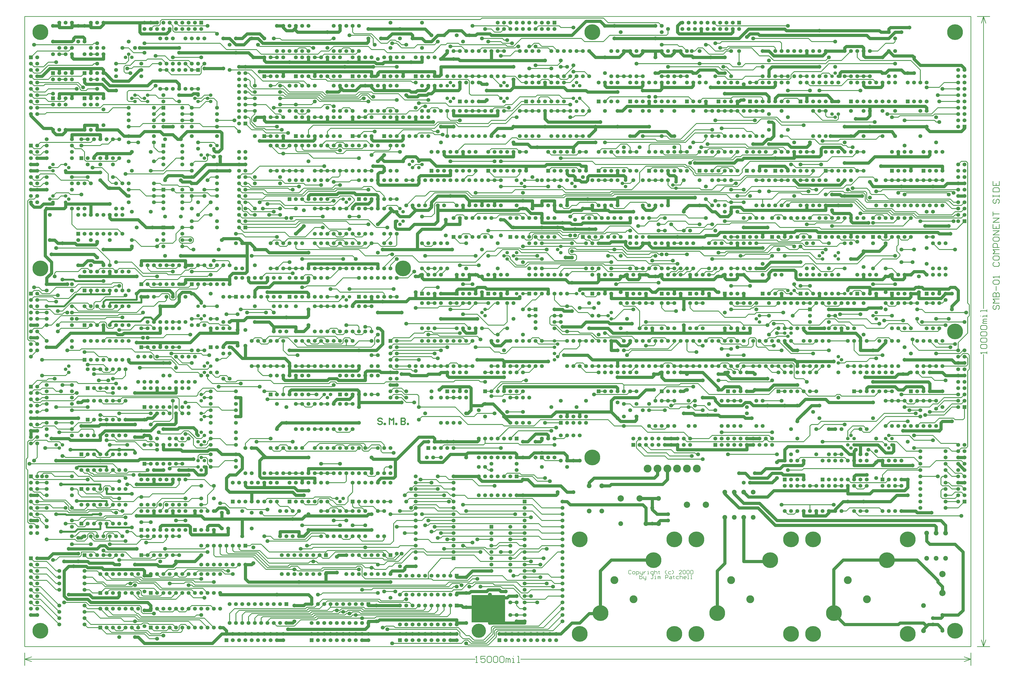
<source format=gtl>
*%FSLAX23Y23*%
*%MOIN*%
G01*
%ADD11C,0.005*%
%ADD12C,0.006*%
%ADD13C,0.007*%
%ADD14C,0.008*%
%ADD15C,0.010*%
%ADD16C,0.012*%
%ADD17C,0.015*%
%ADD18C,0.020*%
%ADD19C,0.030*%
%ADD20C,0.032*%
%ADD21C,0.036*%
%ADD22C,0.042*%
%ADD23C,0.050*%
%ADD24C,0.050*%
%ADD25C,0.052*%
%ADD26C,0.055*%
%ADD27C,0.056*%
%ADD28C,0.059*%
%ADD29C,0.062*%
%ADD30C,0.066*%
%ADD31C,0.070*%
%ADD32C,0.070*%
%ADD33C,0.075*%
%ADD34C,0.079*%
%ADD35C,0.090*%
%ADD36C,0.100*%
%ADD37C,0.104*%
%ADD38C,0.125*%
%ADD39C,0.129*%
%ADD40C,0.140*%
%ADD41C,0.160*%
%ADD42C,0.225*%
%ADD43C,0.229*%
%ADD44C,0.250*%
%ADD45C,0.250*%
%ADD46R,0.062X0.062*%
%ADD47R,0.066X0.066*%
%ADD48R,0.250X0.250*%
D12*
X11618Y4360D02*
X11628Y4350D01*
X11618Y4360D02*
X11598D01*
X11588Y4350D01*
Y4310D01*
X11598Y4300D01*
X11618D01*
X11628Y4310D01*
X11658Y4300D02*
X11678D01*
X11688Y4310D01*
Y4330D01*
X11678Y4340D01*
X11658D01*
X11648Y4330D01*
Y4310D01*
X11658Y4300D01*
X11708Y4280D02*
Y4340D01*
X11738D01*
X11748Y4330D01*
Y4310D01*
X11738Y4300D01*
X11708D01*
X11768Y4310D02*
Y4340D01*
Y4310D02*
X11778Y4300D01*
X11808D01*
Y4290D01*
X11798Y4280D01*
X11788D01*
X11808Y4300D02*
Y4340D01*
X11828D02*
Y4300D01*
Y4320D01*
X11838Y4330D01*
X11848Y4340D01*
X11858D01*
X11888Y4300D02*
X11908D01*
X11898D01*
Y4340D01*
X11888D01*
X11898Y4360D02*
X11899D01*
X11958Y4280D02*
X11968D01*
X11978Y4290D01*
Y4340D01*
X11948D01*
X11938Y4330D01*
Y4310D01*
X11948Y4300D01*
X11978D01*
X11998D02*
Y4360D01*
Y4330D02*
Y4300D01*
Y4330D02*
X12008Y4340D01*
X12028D01*
X12038Y4330D01*
Y4300D01*
X12068Y4340D02*
Y4350D01*
Y4340D02*
X12058D01*
X12078D01*
X12068D01*
Y4310D01*
X12078Y4300D01*
X12168Y4320D02*
X12188Y4300D01*
X12168Y4320D02*
Y4340D01*
X12188Y4360D01*
X12228Y4340D02*
X12258D01*
X12228D02*
X12218Y4330D01*
Y4310D01*
X12228Y4300D01*
X12258D01*
X12278D02*
X12298Y4320D01*
Y4340D01*
X12278Y4360D01*
X12388Y4300D02*
X12428D01*
X12388D02*
X12428Y4340D01*
Y4350D01*
X12418Y4360D01*
X12398D01*
X12388Y4350D01*
X12448D02*
X12458Y4360D01*
X12478D01*
X12488Y4350D01*
Y4310D01*
X12478Y4300D01*
X12458D01*
X12448Y4310D01*
Y4350D01*
X12508D02*
X12518Y4360D01*
X12538D01*
X12548Y4350D01*
Y4310D01*
X12538Y4300D01*
X12518D01*
X12508Y4310D01*
Y4350D01*
X12568D02*
X12578Y4360D01*
X12598D01*
X12608Y4350D01*
Y4310D01*
X12598Y4300D01*
X12578D01*
X12568Y4310D01*
Y4350D01*
X11763Y4285D02*
Y4225D01*
X11793D01*
X11803Y4235D01*
Y4245D01*
Y4255D01*
X11793Y4265D01*
X11763D01*
X11823D02*
Y4235D01*
X11833Y4225D01*
X11863D01*
Y4215D01*
X11853Y4205D01*
X11843D01*
X11863Y4225D02*
Y4265D01*
X11963Y4285D02*
X11983D01*
X11973D02*
X11963D01*
X11973D02*
Y4235D01*
X11963Y4225D01*
X11953D01*
X11943Y4235D01*
X12003Y4225D02*
X12023D01*
X12013D01*
Y4265D01*
X12003D01*
X12013Y4285D02*
X12014D01*
X12053Y4265D02*
Y4225D01*
Y4265D02*
X12063D01*
X12073Y4255D01*
Y4225D01*
Y4255D01*
X12083Y4265D01*
X12093Y4255D01*
Y4225D01*
X12173D02*
Y4285D01*
X12203D01*
X12213Y4275D01*
Y4255D01*
X12203Y4245D01*
X12173D01*
X12243Y4265D02*
X12263D01*
X12273Y4255D01*
Y4225D01*
X12243D01*
X12233Y4235D01*
X12243Y4245D01*
X12273D01*
X12303Y4265D02*
Y4275D01*
Y4265D02*
X12293D01*
X12313D01*
X12303D01*
Y4235D01*
X12313Y4225D01*
X12353Y4265D02*
X12383D01*
X12353D02*
X12343Y4255D01*
Y4235D01*
X12353Y4225D01*
X12383D01*
X12403D02*
Y4285D01*
Y4255D02*
Y4225D01*
Y4255D02*
X12413Y4265D01*
X12433D01*
X12443Y4255D01*
Y4225D01*
X12473D02*
X12493D01*
X12473D02*
X12463Y4235D01*
Y4255D01*
X12473Y4265D01*
X12493D01*
X12503Y4255D01*
Y4245D01*
X12463D01*
X12523Y4225D02*
X12543D01*
X12533D01*
Y4285D01*
X12523D01*
X12573Y4225D02*
X12593D01*
X12583D01*
Y4285D01*
X12573D01*
D15*
X17363Y8550D02*
X17380Y8567D01*
X17363Y8550D02*
Y8517D01*
X17380Y8500D01*
X17396D01*
X17413Y8517D01*
Y8550D01*
X17430Y8567D01*
X17446D01*
X17463Y8550D01*
Y8517D01*
X17446Y8500D01*
X17463Y8600D02*
X17363D01*
X17396Y8633D01*
X17363Y8667D01*
X17463D01*
Y8700D02*
X17363D01*
X17463D02*
Y8750D01*
X17446Y8767D01*
X17430D01*
X17413Y8750D01*
Y8700D01*
X17414D01*
X17413D02*
X17414D01*
X17413D02*
X17414D01*
X17413D02*
Y8750D01*
X17396Y8767D01*
X17380D01*
X17363Y8750D01*
Y8700D01*
X17413Y8800D02*
Y8867D01*
X17380Y8900D02*
X17363Y8917D01*
Y8950D01*
X17380Y8967D01*
X17446D01*
X17463Y8950D01*
Y8917D01*
X17446Y8900D01*
X17380D01*
X17463Y9000D02*
Y9033D01*
Y9016D01*
X17363D01*
X17364D01*
X17363D02*
X17380Y9000D01*
X17363Y9233D02*
X17380Y9250D01*
X17363Y9233D02*
Y9200D01*
X17380Y9183D01*
X17446D01*
X17463Y9200D01*
Y9233D01*
X17446Y9250D01*
X17363Y9300D02*
Y9333D01*
Y9300D02*
X17380Y9283D01*
X17446D01*
X17463Y9300D01*
Y9333D01*
X17446Y9350D01*
X17380D01*
X17363Y9333D01*
Y9383D02*
X17463D01*
X17396Y9416D02*
X17363Y9383D01*
X17396Y9416D02*
X17363Y9450D01*
X17463D01*
Y9483D02*
X17363D01*
Y9533D01*
X17380Y9550D01*
X17413D01*
X17430Y9533D01*
Y9483D01*
X17363Y9600D02*
Y9633D01*
Y9600D02*
X17380Y9583D01*
X17446D01*
X17463Y9600D01*
Y9633D01*
X17446Y9650D01*
X17380D01*
X17363Y9633D01*
Y9683D02*
X17463D01*
Y9750D02*
X17363Y9683D01*
Y9750D02*
X17463D01*
X17363Y9783D02*
Y9850D01*
Y9783D02*
X17463D01*
Y9850D01*
X17413Y9816D02*
Y9783D01*
X17463Y9883D02*
X17363D01*
X17463Y9950D01*
X17363D01*
Y9983D02*
Y10049D01*
Y10016D01*
X17463D01*
X17363Y10233D02*
X17380Y10249D01*
X17363Y10233D02*
Y10199D01*
X17380Y10183D01*
X17396D01*
X17413Y10199D01*
Y10233D01*
X17430Y10249D01*
X17446D01*
X17463Y10233D01*
Y10199D01*
X17446Y10183D01*
X17363Y10283D02*
Y10316D01*
Y10299D01*
X17463D01*
Y10283D01*
Y10316D01*
Y10366D02*
X17363D01*
X17463D02*
Y10416D01*
X17446Y10433D01*
X17380D01*
X17363Y10416D01*
Y10366D01*
Y10466D02*
Y10533D01*
Y10466D02*
X17463D01*
Y10533D01*
X17413Y10499D02*
Y10466D01*
X17313Y13150D02*
X17113D01*
Y3150D02*
X17313D01*
X17013Y2950D02*
X9876D01*
X9150D02*
X2013D01*
Y13150D02*
X17013D01*
Y3150D02*
X2013D01*
X17213Y8513D02*
Y13150D01*
Y7787D02*
Y3150D01*
X17013Y3050D02*
Y2850D01*
X2013D02*
Y3050D01*
X17013Y3150D02*
Y13150D01*
X2013D02*
Y3150D01*
X17249Y13043D02*
X17213Y13150D01*
X17177Y13043D01*
X17249Y3257D02*
X17213Y3150D01*
X17177Y3257D01*
X17013Y2950D02*
X16906Y2914D01*
Y2986D02*
X17013Y2950D01*
X2120Y2914D02*
X2013Y2950D01*
X2120Y2986D01*
X9160Y2897D02*
X9193D01*
X9176D01*
Y2997D01*
X9177D01*
X9176D02*
X9160Y2980D01*
X9243Y2997D02*
X9310D01*
X9243D02*
Y2947D01*
X9276Y2963D01*
X9293D01*
X9310Y2947D01*
Y2913D01*
X9293Y2897D01*
X9260D01*
X9243Y2913D01*
X9343Y2980D02*
X9360Y2997D01*
X9393D01*
X9410Y2980D01*
Y2913D01*
X9393Y2897D01*
X9360D01*
X9343Y2913D01*
Y2980D01*
X9443D02*
X9460Y2997D01*
X9493D01*
X9510Y2980D01*
Y2913D01*
X9493Y2897D01*
X9460D01*
X9443Y2913D01*
Y2980D01*
X9543D02*
X9560Y2997D01*
X9593D01*
X9610Y2980D01*
Y2913D01*
X9593Y2897D01*
X9560D01*
X9543Y2913D01*
Y2980D01*
X9643Y2963D02*
Y2897D01*
Y2963D02*
X9660D01*
X9676Y2947D01*
Y2897D01*
Y2947D01*
X9693Y2963D01*
X9709Y2947D01*
Y2897D01*
X9743D02*
X9776D01*
X9759D01*
Y2963D01*
X9743D01*
X9759Y2997D02*
X9760D01*
X9826Y2897D02*
X9859D01*
X9843D01*
Y2997D01*
X9826D01*
X17266Y7797D02*
Y7830D01*
Y7813D01*
X17166D01*
X17167D01*
X17166D02*
X17183Y7797D01*
Y7880D02*
X17166Y7897D01*
Y7930D01*
X17183Y7947D01*
X17250D01*
X17266Y7930D01*
Y7897D01*
X17250Y7880D01*
X17183D01*
Y7980D02*
X17166Y7997D01*
Y8030D01*
X17183Y8047D01*
X17250D01*
X17266Y8030D01*
Y7997D01*
X17250Y7980D01*
X17183D01*
Y8080D02*
X17166Y8097D01*
Y8130D01*
X17183Y8147D01*
X17250D01*
X17266Y8130D01*
Y8097D01*
X17250Y8080D01*
X17183D01*
Y8180D02*
X17166Y8197D01*
Y8230D01*
X17183Y8247D01*
X17250D01*
X17266Y8230D01*
Y8197D01*
X17250Y8180D01*
X17183D01*
X17200Y8280D02*
X17266D01*
X17200D02*
Y8297D01*
X17216Y8313D01*
X17266D01*
X17216D01*
X17200Y8330D01*
X17216Y8346D01*
X17266D01*
Y8380D02*
Y8413D01*
Y8396D01*
X17200D01*
Y8380D01*
X17166Y8396D02*
X17167D01*
X17266Y8463D02*
Y8496D01*
Y8480D01*
X17166D01*
Y8463D01*
D16*
X10463Y4650D02*
X10213Y4400D01*
X9913Y8500D02*
X10063Y8650D01*
X9763Y12675D02*
X9888Y12800D01*
X8613Y12700D02*
X8488Y12575D01*
X15513Y6725D02*
X15638Y6850D01*
X15113Y10475D02*
X15238Y10600D01*
X11763Y10525D02*
X11638Y10400D01*
X7888Y9350D02*
X7713Y9175D01*
X9163Y9250D02*
X9338Y9425D01*
X13388Y10725D02*
X13513Y10850D01*
X13463Y10600D02*
X13313Y10450D01*
X14638Y12275D02*
X14763Y12400D01*
X12663Y11450D02*
X12413Y11200D01*
X12463Y11175D02*
X12588Y11300D01*
X14963Y12450D02*
X15113Y12600D01*
X8213Y10300D02*
X8063Y10150D01*
X8363Y10200D02*
X8513Y10350D01*
X10563Y12200D02*
X10713Y12350D01*
X9888Y11750D02*
X9638Y11500D01*
X12488Y11150D02*
X12638Y11300D01*
X9863Y11875D02*
X9738Y11750D01*
X6613Y9800D02*
X6463Y9650D01*
X4663Y5700D02*
X4538Y5575D01*
X9288Y3250D02*
X9413Y3375D01*
X10163Y3475D02*
X10538Y3850D01*
X9438Y3350D02*
X9313Y3225D01*
X10238Y3450D02*
X10538Y3750D01*
X9463Y3325D02*
X9338Y3200D01*
X10313Y3425D02*
X10538Y3650D01*
Y3550D02*
X10388Y3400D01*
X9488Y3300D02*
X9363Y3175D01*
X7938Y4500D02*
X8138Y4700D01*
X8163Y4650D02*
X7988Y4475D01*
X9513Y6450D02*
X9688Y6625D01*
X9838Y6575D02*
X9713Y6450D01*
X2388Y12375D02*
X2263Y12250D01*
X4763Y10000D02*
X4963Y10200D01*
X2738Y8600D02*
X2613Y8475D01*
X2588Y8400D02*
X2438Y8250D01*
X4213Y10700D02*
X4388Y10875D01*
X6938Y8875D02*
X7063Y9000D01*
X7013Y9150D02*
X6863Y9000D01*
X5613Y10650D02*
X5738Y10775D01*
X7113Y10100D02*
X7238Y10225D01*
X9563Y7350D02*
X9413Y7200D01*
X11363Y8350D02*
X11513Y8500D01*
X12263Y7850D02*
X12413Y8000D01*
X15413Y6550D02*
X15663Y6800D01*
X16588Y6875D02*
X16713Y7000D01*
Y6950D02*
X16588Y6825D01*
X16788Y9775D02*
X16913Y9900D01*
X16063Y9950D02*
X15938Y9825D01*
X15613Y9300D02*
X15463Y9150D01*
X16813Y7975D02*
X16963Y8125D01*
X9888Y11800D02*
X9738Y11650D01*
X15538Y12600D02*
X15663Y12725D01*
X3888Y9075D02*
X3713Y9250D01*
X3763Y9150D02*
X3888Y9025D01*
X15213Y10250D02*
X15363Y10100D01*
X15338Y10075D02*
X15188Y10225D01*
X15163Y10200D02*
X15313Y10050D01*
X9038Y6675D02*
X8913Y6800D01*
X8988D02*
X8838Y6950D01*
X12688Y7325D02*
X12863Y7150D01*
X10413Y9275D02*
X10288Y9400D01*
X14513Y11650D02*
X14663Y11500D01*
X10963Y11700D02*
X10813Y11850D01*
X9563Y12050D02*
X9413Y12200D01*
X5788Y12125D02*
X5613Y12300D01*
X7513Y12875D02*
X7663Y12725D01*
X7463Y9925D02*
X7588Y9800D01*
X5763Y4775D02*
X5888Y4650D01*
X4738Y6450D02*
X4613Y6575D01*
X16413Y6500D02*
X16538Y6375D01*
X10213Y5150D02*
X10063Y5300D01*
Y5400D02*
X10213Y5250D01*
Y5350D02*
X10063Y5500D01*
X9763Y4125D02*
X9888Y4000D01*
X9013Y3325D02*
X8888Y3450D01*
X2513Y4350D02*
X2363Y4500D01*
Y4400D02*
X2513Y4250D01*
Y4150D02*
X2363Y4300D01*
Y4200D02*
X2513Y4050D01*
X2263Y4100D02*
X2563Y3800D01*
Y3700D02*
X2263Y4000D01*
Y3900D02*
X2563Y3600D01*
Y3500D02*
X2263Y3800D01*
X3213Y3750D02*
X3338Y3625D01*
X5738Y4675D02*
X5863Y4550D01*
X5888Y4475D02*
X5713Y4650D01*
X5688Y4625D02*
X5888Y4425D01*
X5863Y4400D02*
X5663Y4600D01*
X5638Y4575D02*
X5838Y4375D01*
X16613Y6050D02*
X16763Y5900D01*
X2363Y8000D02*
X2213Y8150D01*
X3363Y9275D02*
X3163Y9475D01*
X4338Y7750D02*
X4463Y7625D01*
X6188Y8050D02*
X6338Y7900D01*
X6038Y10975D02*
X5913Y11100D01*
X5988Y11600D02*
X5838Y11750D01*
X9188Y8425D02*
X9363Y8250D01*
X9788Y9175D02*
X9663Y9300D01*
X16063Y12450D02*
X16213Y12300D01*
X14438Y9350D02*
X14563Y9225D01*
X14513D02*
X14638Y9100D01*
X11763Y6350D02*
X11888Y6225D01*
X11838Y6175D02*
X11713Y6300D01*
X15838Y6400D02*
X15988Y6250D01*
X15538Y6150D02*
X15413Y6275D01*
X11738Y9700D02*
X11613Y9825D01*
X13963Y8000D02*
X14163Y7800D01*
X4913Y3450D02*
X4788Y3575D01*
X4863Y3600D02*
X5013Y3450D01*
X13663Y12525D02*
X13538Y12650D01*
X8613Y4550D02*
X8413Y4325D01*
X8963Y3275D02*
X9063D01*
X4113D02*
X3988D01*
X9113Y3225D02*
X9313D01*
X9338Y3200D02*
X9088D01*
X9038Y3250D02*
X8988D01*
X9038Y3175D02*
X9363D01*
X9288Y3250D02*
X9138D01*
X8938Y3200D02*
X7838D01*
X2063Y6150D02*
Y6400D01*
X2038Y6125D02*
Y5975D01*
X2063Y5950D02*
Y5125D01*
Y8025D02*
Y10225D01*
X2188Y6425D02*
X2138Y6375D01*
Y6425D02*
X2188Y6475D01*
X2213Y6150D02*
X2163Y6100D01*
X2113Y12500D02*
X2213Y12600D01*
Y10300D02*
X2163Y10250D01*
X2213Y7850D02*
X2113Y7750D01*
Y8150D02*
X2163Y8200D01*
X2213Y7375D02*
X2113Y7275D01*
X2163Y7225D02*
X2113Y7175D01*
Y8750D02*
X2163Y8800D01*
Y8700D02*
X2113Y8650D01*
X2088Y6425D02*
X2063Y6400D01*
Y6150D02*
X2038Y6125D01*
X2063Y10225D02*
X2088Y10250D01*
X2163Y5100D02*
X2213Y5050D01*
X2163Y5400D02*
X2113Y5450D01*
X2163Y6625D02*
X2113Y6675D01*
Y5350D02*
X2163Y5300D01*
X2113Y4550D02*
X2163Y4500D01*
X2113Y4450D02*
X2163Y4400D01*
X2113Y4350D02*
X2163Y4300D01*
X2113Y4250D02*
X2163Y4200D01*
X2113Y4150D02*
X2163Y4100D01*
X2113Y4050D02*
X2163Y4000D01*
X2113Y3950D02*
X2163Y3900D01*
X2113Y3850D02*
X2163Y3800D01*
Y5800D02*
X2113Y5850D01*
Y5650D02*
X2163Y5600D01*
X2113Y5250D02*
X2163Y5200D01*
Y10450D02*
X2113Y10500D01*
X2163Y10550D02*
X2113Y10600D01*
X2163Y10950D02*
X2113Y11000D01*
X2163Y11050D02*
X2113Y11100D01*
X2163Y11750D02*
X2113Y11800D01*
X2163Y11850D02*
X2113Y11900D01*
X2163Y12050D02*
X2113Y12100D01*
Y12000D02*
X2163Y11950D01*
Y12150D02*
X2113Y12200D01*
X2163Y12250D02*
X2113Y12300D01*
X2163Y12350D02*
X2113Y12400D01*
X2163Y8000D02*
X2213Y7950D01*
X2113Y7075D02*
X2163Y7025D01*
Y8500D02*
X2113Y8550D01*
X2038Y5975D02*
X2063Y5950D01*
Y5125D02*
X2088Y5100D01*
Y8000D02*
X2063Y8025D01*
X9013Y3325D02*
X9063D01*
X4213D02*
X3988D01*
X7738Y3475D02*
X7863D01*
X9438D02*
X10163D01*
X6288D02*
X6013D01*
X3813Y3500D02*
X3063D01*
X3813D02*
X3863D01*
X4488D02*
X4563D01*
X4363D02*
X3988D01*
X7888Y3450D02*
X8888D01*
X7713D02*
X7688D01*
X7763Y3425D02*
X8863D01*
X9463Y3450D02*
X10238D01*
X10313Y3425D02*
X9488D01*
X9513Y3400D02*
X10388D01*
X3213Y3450D02*
X3013D01*
X3463Y3400D02*
X3563D01*
X3313Y3350D02*
X3913D01*
X3938Y3375D02*
X3388D01*
X3763Y3400D02*
X3963D01*
X4013Y3350D02*
X4163D01*
X4063Y3400D02*
X4263D01*
X4363D02*
X4438D01*
X4488Y3375D02*
X4188D01*
X2288Y5850D02*
Y5875D01*
X2363Y5175D02*
Y5150D01*
X2213Y6150D02*
Y6375D01*
Y5900D02*
Y5850D01*
X2263Y5175D02*
Y5150D01*
X2288Y5875D02*
X2313Y5900D01*
X2288Y6625D02*
X2313Y6650D01*
X2363Y11900D02*
X2388Y11925D01*
X2313Y12050D02*
X2338Y12075D01*
X2388Y12000D02*
X2338Y11950D01*
X2313Y12350D02*
X2388Y12425D01*
X2363Y11625D02*
X2338Y11600D01*
Y8250D02*
X2288Y8200D01*
X2388Y7400D02*
X2363Y7375D01*
X2238Y5925D02*
X2213Y5900D01*
Y10600D02*
X2263Y10650D01*
X2288Y6900D02*
X2263Y6875D01*
Y6975D02*
X2288Y7000D01*
X2263Y7075D02*
X2288Y7100D01*
Y6700D02*
X2263Y6675D01*
Y10450D02*
X2313Y10500D01*
X2263Y10550D02*
X2313Y10600D01*
X2263Y10950D02*
X2313Y11000D01*
X2263Y11050D02*
X2313Y11100D01*
X2263Y11150D02*
X2213Y11100D01*
X2288Y7350D02*
X2213Y7275D01*
X2288Y7050D02*
X2263Y7025D01*
Y7225D02*
X2288Y7250D01*
X2363Y6425D02*
X2388Y6400D01*
X2288Y5250D02*
X2363Y5175D01*
X2388Y11800D02*
X2338Y11850D01*
X2363Y8650D02*
X2388Y8625D01*
X2238Y5550D02*
X2313Y5475D01*
Y5550D02*
X2263Y5600D01*
X2238Y5200D02*
X2263Y5175D01*
Y5150D02*
X2363Y5050D01*
X2288Y7150D02*
X2263Y7175D01*
X2288Y8750D02*
X2238Y8800D01*
X2213Y8750D02*
X2238Y8725D01*
X2288Y8800D02*
X2238Y8850D01*
X3888Y3525D02*
X3963D01*
X6563Y3700D02*
X6888D01*
X6988Y3675D02*
X6588D01*
X7013Y3700D02*
X7063D01*
X7113D01*
Y3675D02*
X7163D01*
X7363Y3700D02*
X8413D01*
X7188Y3675D02*
X7163D01*
X7213Y3700D02*
X7313D01*
X7338Y3675D02*
X8513D01*
X6538D02*
X5613D01*
X5513Y3700D02*
X6513D01*
X3113D02*
X2963D01*
X4463D02*
X4563D01*
X4363D02*
X4163D01*
X3813Y3675D02*
X3788D01*
X3888D02*
X4063D01*
X9813Y3650D02*
X9938D01*
X9813D02*
X9713D01*
X7088D02*
X6613D01*
X6638Y3625D02*
X7188D01*
X7213Y3650D02*
X7263D01*
X8588D01*
X7363Y3600D02*
X6663D01*
X7363D02*
X7563D01*
X7588Y3625D02*
X8713D01*
X6638Y3575D02*
X6388D01*
X6588Y3600D02*
X6613D01*
X6588D02*
X5913D01*
X5788Y3625D02*
X6588D01*
X6563Y3650D02*
X5713D01*
X3538Y3600D02*
X3213D01*
X4738Y3650D02*
X4813D01*
X3763Y3550D02*
X3588D01*
X3763Y3625D02*
X3338D01*
X3413Y3650D02*
X3788D01*
X3863Y3625D02*
X4713D01*
X4788Y3575D02*
X3813D01*
X3838Y3600D02*
X4863D01*
X4613Y3550D02*
X3763D01*
X2488Y9025D02*
Y9075D01*
X2388Y12150D02*
X2438Y12200D01*
X2588Y10300D02*
X2538Y10250D01*
X2563Y4575D02*
X2513Y4525D01*
X2538Y10750D02*
X2588Y10800D01*
Y8300D02*
X2538Y8250D01*
X2588Y8200D02*
X2538Y8150D01*
X2488Y9075D02*
X2513Y9100D01*
X2463Y10300D02*
X2513Y10350D01*
Y8850D02*
X2413Y8750D01*
X2563Y6400D02*
X2613Y6350D01*
X2538Y6600D02*
X2488Y6650D01*
X2588Y10550D02*
X2488Y10650D01*
Y7225D02*
X2513Y7200D01*
X2438Y5900D02*
X2488Y5850D01*
X2413Y5400D02*
X2463Y5350D01*
X2488Y7225D02*
X2463Y7250D01*
X2488Y8675D02*
X2463Y8700D01*
X2413Y8500D02*
X2488Y8425D01*
X9913Y3900D02*
X10263D01*
X8063D02*
X8038D01*
X8013Y3875D02*
X7663D01*
X7638Y3900D02*
X6738D01*
X6813Y3875D02*
X7613D01*
X2263Y3900D02*
X2163D01*
X3813D02*
X4413D01*
X9938Y3850D02*
X10138D01*
X9938Y3750D02*
X9863D01*
X9813Y3850D02*
X9713D01*
X8113D02*
X7638D01*
X6813Y3725D02*
X6538D01*
X6863Y3775D02*
X7388D01*
X7413Y3750D02*
X8213D01*
X6963Y3725D02*
X6913D01*
X6963D02*
X7013D01*
X7038Y3750D02*
X7363D01*
X7388Y3725D02*
X8338D01*
X7338D02*
X7138D01*
X6688Y3750D02*
X6513D01*
X6488Y3725D02*
X5413D01*
X6488Y3775D02*
X6613D01*
X6463Y3750D02*
X5338D01*
X2263Y3800D02*
X2163D01*
X4663D02*
X4963D01*
X3213Y3750D02*
X3013D01*
X2763Y3850D02*
X2638D01*
X2763D02*
X2988D01*
X3038Y3800D02*
X3838D01*
X2713Y5325D02*
Y5375D01*
X2763D02*
Y5350D01*
X2663Y11825D02*
Y11850D01*
X2763Y10100D02*
Y9850D01*
X2713Y12600D02*
X2763Y12650D01*
X2863Y6700D02*
X2763Y6600D01*
X2713Y8675D02*
X2813Y8775D01*
X2638Y11800D02*
X2663Y11825D01*
X2713Y7500D02*
X2663Y7450D01*
X2613Y8425D02*
X2638Y8450D01*
X2688Y5300D02*
X2713Y5275D01*
X2738Y5300D02*
X2713Y5325D01*
X2738Y10325D02*
X2713Y10350D01*
X2763Y5350D02*
X2788Y5325D01*
X2663Y6150D02*
X2638Y6175D01*
Y5450D02*
X2713Y5375D01*
X2763D02*
X2663Y5475D01*
X2813Y11050D02*
X2763Y11100D01*
Y9850D02*
X2838Y9775D01*
X9888Y4100D02*
X10388D01*
X9563D02*
X9513D01*
X9588Y4075D02*
X9763D01*
X2263Y4100D02*
X2163D01*
X9238D02*
X9513D01*
X8788Y4075D02*
X7538D01*
X8813Y4100D02*
X8863D01*
X4063Y4075D02*
X3288D01*
X4688Y4100D02*
X8738D01*
X3713D02*
X3288D01*
X4188Y4075D02*
X4838D01*
X9063Y4100D02*
X9113D01*
X9888Y4000D02*
X9988D01*
X10038Y4050D02*
X10538D01*
Y3950D02*
X10313D01*
X10038D02*
X9938D01*
X8788Y4025D02*
X8013D01*
X7888D02*
X7713D01*
X2563Y4050D02*
X2513D01*
X2263Y4000D02*
X2163D01*
X6663Y3975D02*
X6713D01*
X7363Y4050D02*
X7513D01*
X3038D02*
X2963D01*
X3088Y4000D02*
X3213D01*
X3363Y4050D02*
X3838D01*
X3888Y3925D02*
X4338D01*
X3888D02*
X3863D01*
X3838D01*
X4163Y4050D02*
X4663D01*
X4163Y3950D02*
X3888D01*
X4688Y3925D02*
X4863D01*
X6738Y4000D02*
X7613D01*
X8813Y4050D02*
X8938D01*
X2913Y4600D02*
Y4650D01*
X2888Y12000D02*
Y12025D01*
X2863Y5625D02*
Y5575D01*
X2963Y10875D02*
Y11000D01*
X2988Y5175D02*
X2913Y5100D01*
Y4600D02*
X2888Y4575D01*
X2913Y12200D02*
X2963Y12250D01*
X2913Y7875D02*
X2888Y7850D01*
X3013Y6200D02*
X2963Y6150D01*
X3013Y5100D02*
X2963Y5050D01*
Y5325D02*
X3013Y5375D01*
Y4875D02*
X2963Y4825D01*
X2863Y6550D02*
X2913Y6600D01*
Y5200D02*
X2863Y5150D01*
X2888Y4975D02*
X2813Y4900D01*
X2788Y7050D02*
X2863Y7125D01*
X2813Y7175D02*
X2788Y7150D01*
X2813Y8850D02*
X2863Y8900D01*
X2913Y8850D02*
X2838Y8775D01*
X2863Y9100D02*
X2913Y9150D01*
Y5950D02*
X2963Y5900D01*
X2913Y11975D02*
X2888Y12000D01*
X2913Y5650D02*
X2988Y5575D01*
X2963Y4600D02*
X3013Y4550D01*
X2963Y3500D02*
X3013Y3450D01*
X3063Y3500D02*
X2963Y3600D01*
X3013Y3750D02*
X2963Y3800D01*
X3013Y8500D02*
X2963Y8550D01*
X2788Y5925D02*
X2863Y5850D01*
Y5575D02*
X2913Y5525D01*
X2863Y5625D02*
X2838Y5650D01*
X2813Y5100D02*
X2863Y5050D01*
X2938Y12025D02*
X2863Y12100D01*
X2838Y12075D02*
X2888Y12025D01*
X2813Y4850D02*
X2838Y4825D01*
X2863Y7325D02*
X2838Y7350D01*
X2863Y8475D02*
X2788Y8550D01*
X2963Y11000D02*
X2913Y11050D01*
X2963Y10875D02*
X2988Y10850D01*
X2363Y4300D02*
X2163D01*
X9113Y4275D02*
X9588D01*
X5313Y4300D02*
X5188D01*
X9763Y4275D02*
X9838D01*
X9863Y4300D02*
X10313D01*
X9438Y4150D02*
X9163D01*
X9463Y4125D02*
X9763D01*
X8463Y4225D02*
X8413D01*
X7413D01*
X10413Y4150D02*
X10538D01*
Y4250D02*
X10363D01*
X10188D02*
X9938D01*
Y4150D02*
X10288D01*
X2563Y4250D02*
X2513D01*
Y4150D02*
X2563D01*
X2363Y4200D02*
X2163D01*
X8788Y4150D02*
X8913D01*
X9138Y4175D02*
X9813D01*
X9038Y4200D02*
X8488D01*
X9663D02*
X10363D01*
X9188Y4225D02*
X9113D01*
X9063Y4175D02*
X8738D01*
X8688Y4125D02*
X4713D01*
X3238Y4150D02*
X2963D01*
Y4250D02*
X3088D01*
X3163Y4175D02*
X3263D01*
X3313Y4200D02*
X3663D01*
X3913D02*
X4688D01*
X4713Y4175D02*
X5013D01*
X4538Y4150D02*
X4313D01*
X4563Y4175D02*
X4663D01*
Y4125D02*
X4613D01*
X3613D02*
X3313D01*
X3638Y4150D02*
X3688D01*
X3738Y4125D02*
X3763D01*
Y4250D02*
X3863D01*
X3888Y4225D02*
X4813D01*
X3838D02*
X3388D01*
X3863Y4200D02*
X3913D01*
X3813D02*
X3663D01*
X3838Y4175D02*
X4088D01*
X4063Y4150D02*
X3813D01*
X3788Y4175D02*
X3738D01*
X3713Y4150D02*
X3688D01*
X4163Y4250D02*
X4363D01*
X4463D02*
X4563D01*
X9038Y4150D02*
X9113D01*
X3113Y4875D02*
Y4925D01*
Y8525D02*
Y8600D01*
X3163Y4950D02*
Y4900D01*
X3013Y5375D02*
Y5400D01*
X3063Y4900D02*
Y4875D01*
X3013D02*
Y4925D01*
X3113Y6500D02*
Y6575D01*
X3088Y12700D02*
X3113Y12725D01*
X3163Y5150D02*
X3113Y5100D01*
X3088Y12375D02*
X3113Y12400D01*
Y8525D02*
X3088Y8500D01*
X3113Y8600D02*
X3138Y8625D01*
X3213Y8300D02*
X3163Y8250D01*
Y9100D02*
X3213Y9150D01*
X3013Y5325D02*
X2988Y5300D01*
X3013Y5275D02*
X3038Y5300D01*
X2988Y11975D02*
X3013Y12000D01*
X3113Y11200D02*
X3063Y11150D01*
X3038Y4950D02*
X3013Y4925D01*
X3063Y6700D02*
X3113Y6750D01*
X3013Y8200D02*
X3063Y8250D01*
X3113Y6200D02*
X3163Y6150D01*
X3113Y5400D02*
X3163Y5350D01*
X3113Y3700D02*
X3213Y3600D01*
X3163Y4175D02*
X3088Y4250D01*
X3163Y5600D02*
X3113Y5650D01*
Y5875D02*
X3088Y5900D01*
X3113Y5950D02*
X3163Y5900D01*
X3113Y4650D02*
X3163Y4600D01*
Y8250D02*
X3113Y8300D01*
X3138Y4975D02*
X3163Y4950D01*
X3113Y4875D02*
X3138Y4850D01*
X3113Y4925D02*
X3088Y4950D01*
X3163Y7200D02*
X3113Y7250D01*
X3188Y7750D02*
X3113Y7825D01*
X3163Y4350D02*
X3213Y4300D01*
Y8500D02*
X3163Y8550D01*
X3063Y4875D02*
X3113Y4825D01*
X3063Y10500D02*
X3013Y10550D01*
Y5950D02*
X3063Y5900D01*
X3038Y4050D02*
X3088Y4000D01*
X3113Y5775D02*
X3038Y5850D01*
Y5875D02*
X3013Y5900D01*
X3063Y5875D02*
X3088Y5850D01*
X2988Y3850D02*
X3038Y3800D01*
X3063Y8550D02*
X3013Y8600D01*
X3063Y9100D02*
X3013Y9150D01*
X3088Y6600D02*
X3113Y6575D01*
X8838Y4400D02*
X10213D01*
X10188Y4450D02*
X9938D01*
X7988Y4475D02*
X7888D01*
X7713Y4450D02*
X7613D01*
X7588Y4475D02*
X6663D01*
X6213Y4450D02*
X7363D01*
X6513Y4475D02*
X5888D01*
X7788Y4425D02*
X7838D01*
X7738Y4375D02*
X7563D01*
X7538Y4400D02*
X7513D01*
X6338Y4425D02*
X6238D01*
X6213Y4400D02*
X5863D01*
X7288Y4425D02*
X7338D01*
X7263Y4400D02*
X6738D01*
X6713Y4375D02*
X6388D01*
X7413Y4400D02*
X7513D01*
X6313Y4375D02*
X6288D01*
X6338Y4350D02*
X6738D01*
X6763Y4375D02*
X7313D01*
X6188Y4425D02*
X5888D01*
X5838Y4375D02*
X6288D01*
X9938Y4350D02*
X10088D01*
X2563D02*
X2513D01*
X2363Y4400D02*
X2163D01*
X2963Y4350D02*
X3163D01*
X4288Y4375D02*
X4388D01*
X4763Y4350D02*
X5138D01*
X5163Y4375D02*
X4588D01*
X5188Y4350D02*
X5238D01*
X5363Y4400D02*
X4413D01*
X3338Y10550D02*
Y10650D01*
X3263Y5675D02*
Y5625D01*
X3313Y8225D02*
Y8275D01*
X3263Y4950D02*
Y4900D01*
X3313Y4875D02*
Y4925D01*
Y7550D02*
Y7575D01*
X3263Y8000D02*
X3313Y8050D01*
X3288Y5225D02*
X3263Y5200D01*
X3288Y5175D02*
X3313Y5200D01*
X3363Y4050D02*
X3313Y4000D01*
X3263Y5675D02*
X3288Y5700D01*
X3338Y11625D02*
X3413Y11700D01*
X3288Y4975D02*
X3263Y4950D01*
X3313Y4925D02*
X3338Y4950D01*
X3313Y4875D02*
X3288Y4850D01*
Y8350D02*
X3313Y8375D01*
X3263Y8675D02*
X3288Y8700D01*
Y4075D02*
X3213Y4000D01*
X3238Y5600D02*
X3263Y5625D01*
X3213Y11700D02*
X3263Y11750D01*
Y8675D02*
X3213Y8625D01*
Y11100D02*
X3238Y11125D01*
X3338D02*
X3413Y11200D01*
X3313Y7750D02*
X3363Y7700D01*
X3263Y4675D02*
X3288Y4650D01*
X3388Y10500D02*
X3338Y10550D01*
X3313Y3450D02*
X3388Y3375D01*
X3413Y3650D02*
X3313Y3750D01*
X3388Y4225D02*
X3313Y4300D01*
X3263Y4175D02*
X3313Y4125D01*
Y8275D02*
X3288Y8300D01*
X3313Y8225D02*
X3338Y8200D01*
X3288Y7200D02*
X3313Y7175D01*
Y7575D02*
X3263Y7625D01*
X3213Y5525D02*
X3238Y5500D01*
X3338Y10650D02*
X3238Y10750D01*
X3213Y3450D02*
X3313Y3350D01*
Y4200D02*
X3213Y4300D01*
X3238Y4150D02*
X3288Y4100D01*
X3263Y7500D02*
X3213Y7550D01*
Y7050D02*
X3263Y7000D01*
X3213Y5575D02*
X3263Y5525D01*
Y6800D02*
X3238Y6825D01*
X9238Y4500D02*
X10038D01*
X10463Y4650D02*
X10538D01*
X7938Y4500D02*
X7763D01*
X6638D02*
X6588D01*
X6538D01*
X2363D02*
X2163D01*
X5888Y4650D02*
X6788D01*
X3613D02*
X3288D01*
X4013D02*
X4913D01*
X8213D02*
X8338D01*
X8388D02*
X8813D01*
X8213D02*
X8163D01*
X7688D02*
X6938D01*
X9888D02*
X9938D01*
X9238D02*
X8813D01*
X9938D02*
X10163D01*
X9713D02*
X9563D01*
X5738Y4675D02*
X5438D01*
X5338Y4650D02*
X5713D01*
X3113D02*
X2913D01*
X6813Y4675D02*
X7738D01*
X4013Y4550D02*
X3713D01*
X4113D02*
X4238D01*
X4088Y4525D02*
X3513D01*
X4363Y4600D02*
X4463D01*
X3413Y4550D02*
X3013D01*
X3263Y4600D02*
X3363D01*
X7763Y4550D02*
X7863D01*
X7888Y4525D02*
X7713D01*
X7688Y4550D02*
X7363D01*
X8613D02*
X8813D01*
X9713D02*
X9788D01*
X6838D02*
X6738D01*
X6638D02*
X5863D01*
X8388Y4600D02*
X9138D01*
X9388D02*
X9763D01*
X9938Y4550D02*
X10238D01*
X5688Y4625D02*
X5238D01*
X5138Y4600D02*
X5663D01*
X5638Y4575D02*
X5038D01*
X2513Y4525D02*
X2463D01*
X2563Y4575D02*
X2888D01*
X3863Y4600D02*
X3963D01*
X3363Y9200D02*
Y9275D01*
Y4900D02*
Y4825D01*
Y6150D02*
X3413Y6200D01*
Y5400D02*
X3363Y5350D01*
Y5900D02*
X3413Y5950D01*
X3363Y7500D02*
X3413Y7550D01*
X3563Y7100D02*
X3513Y7050D01*
X3488Y8475D02*
X3563Y8550D01*
X3513Y8425D02*
X3488Y8400D01*
X3463Y9100D02*
X3513Y9150D01*
X3463Y4600D02*
X3413Y4550D01*
X3438Y7475D02*
X3513Y7550D01*
X3413Y8200D02*
X3463Y8250D01*
X3413Y8500D02*
X3463Y8550D01*
X3413Y8850D02*
X3438Y8875D01*
X3388Y8900D02*
X3413Y8925D01*
X3463Y10850D02*
X3513Y10900D01*
X3363Y5500D02*
X3413Y5450D01*
X3363Y5150D02*
X3413Y5100D01*
Y5650D02*
X3363Y5700D01*
X3488Y5325D02*
X3513Y5300D01*
X3563Y10500D02*
X3463Y10600D01*
X3538Y3600D02*
X3588Y3550D01*
X3563Y4900D02*
X3488Y4975D01*
X3513Y6750D02*
X3463Y6800D01*
X3563Y9700D02*
X3488Y9775D01*
X3538Y8925D02*
X3563Y8900D01*
X3438Y6425D02*
X3463Y6400D01*
X3413Y6050D02*
X3513Y5950D01*
X3463Y5900D02*
X3413Y5950D01*
X3388Y5300D02*
X3413Y5275D01*
X3488Y6425D02*
X3413Y6500D01*
Y3450D02*
X3463Y3400D01*
X3413Y5500D02*
X3388Y5525D01*
X3413Y4950D02*
X3463Y4900D01*
Y9100D02*
X3413Y9150D01*
X6563Y4775D02*
X7813D01*
X8138Y4700D02*
X8338D01*
X9863D02*
X10163D01*
X9288D02*
X8663D01*
X9338D02*
X9488D01*
X10213D02*
X10288D01*
X4863D02*
X4238D01*
X6388D02*
X6563D01*
X6463Y4850D02*
X5963D01*
X4013D02*
X3863D01*
X8213D02*
X8413D01*
X10213D02*
X10538D01*
X9938D02*
X9713D01*
X8813D02*
X8713D01*
X9188D02*
X9413D01*
X3288D02*
X3138D01*
X2813D02*
X2363D01*
X7063D02*
X7163D01*
X8563Y4875D02*
X8613D01*
X5763Y4775D02*
X5613D01*
X3788D02*
X3363D01*
X3938Y4800D02*
X4213D01*
X3363Y4825D02*
X3113D01*
X8463Y4800D02*
X9113D01*
X10213Y4750D02*
X10538D01*
X8213D02*
X7963D01*
X7938Y4725D02*
X7413D01*
X9863Y4750D02*
X9938D01*
X9813Y4800D02*
X9538D01*
X9488Y4750D02*
X9413D01*
X9538D02*
X9713D01*
X9313Y4725D02*
X9013D01*
X8988Y4750D02*
X8963D01*
X5588D02*
X5513D01*
X3063Y4775D02*
X2763D01*
X3363Y4825D02*
X3613D01*
X2963D02*
X2838D01*
X6588Y4725D02*
X7413D01*
X6538Y4750D02*
X6488D01*
X7363Y4825D02*
X7688D01*
X6488D02*
X5863D01*
X3563Y8800D02*
Y8900D01*
X3663Y12450D02*
Y12550D01*
X3613Y7550D02*
Y7450D01*
X3638Y11825D02*
Y11950D01*
X3588Y12275D02*
Y12350D01*
X3613Y8725D02*
X3588Y8700D01*
Y5250D02*
X3563Y5225D01*
X3613Y3450D02*
X3563Y3400D01*
Y7400D02*
X3613Y7450D01*
Y7050D02*
X3563Y7000D01*
X3813Y5525D02*
X3738Y5450D01*
X3813Y5350D02*
X3713Y5250D01*
X3738Y4125D02*
X3713Y4100D01*
Y4150D02*
X3738Y4175D01*
X3688Y8175D02*
X3763Y8250D01*
X3713Y12325D02*
X3738Y12350D01*
X3688Y12375D02*
X3763Y12450D01*
X3663Y5925D02*
X3638Y5900D01*
Y4150D02*
X3613Y4125D01*
Y12400D02*
X3663Y12450D01*
Y11975D02*
X3638Y11950D01*
X3588Y12350D02*
X3613Y12375D01*
X3688Y5725D02*
X3738Y5675D01*
X3713Y4975D02*
X3788Y4900D01*
X3713Y3450D02*
X3763Y3400D01*
X3788Y3675D02*
X3713Y3750D01*
X3813Y3900D02*
X3713Y4000D01*
X3763Y4250D02*
X3713Y4300D01*
X3738Y12575D02*
X3663Y12650D01*
X3713Y7875D02*
X3763Y7825D01*
X3613Y4650D02*
X3713Y4550D01*
X3613Y5825D02*
X3588Y5850D01*
X3663Y11800D02*
X3638Y11825D01*
X3613Y12250D02*
X3588Y12275D01*
X6413Y5075D02*
X7013D01*
X2963Y5050D02*
X2863D01*
X10213D02*
X10538D01*
X8213D02*
X7913D01*
X8513D02*
X8813D01*
X7413Y5075D02*
X7213D01*
X8363D02*
X8413D01*
X5913Y4900D02*
X5813D01*
X6563Y4950D02*
X6763D01*
X3863Y4900D02*
X3788D01*
X3713Y4975D02*
X3638D01*
X8038Y4950D02*
X8213D01*
X10213D02*
X10538D01*
X9938D02*
X9713D01*
X8813D02*
X8613D01*
X2813Y4900D02*
X2763D01*
X4363D02*
X4463D01*
X3963D02*
X3863D01*
X3488Y4975D02*
X3288D01*
X3138D02*
X2888D01*
X3038Y4950D02*
X3088D01*
X3338D02*
X3413D01*
X6563Y4900D02*
X6713D01*
X8463Y4975D02*
X8513D01*
X8538Y5000D02*
X10163D01*
Y4900D02*
X8638D01*
X3863Y4025D02*
Y3975D01*
Y3775D02*
Y3700D01*
X3813Y3500D02*
Y3450D01*
Y3950D02*
Y4000D01*
X3938Y12450D02*
X3963Y12475D01*
X3888Y3525D02*
X3863Y3500D01*
Y8900D02*
X3938Y8975D01*
X3888Y8450D02*
X3863Y8425D01*
X3963Y5950D02*
X3938Y5925D01*
X3863Y4850D02*
X3788Y4775D01*
X3838Y11400D02*
X3888Y11450D01*
Y8550D02*
X3788Y8450D01*
X3763Y6400D02*
X3788Y6375D01*
X3863Y9500D02*
X3763Y9600D01*
Y3625D02*
X3813Y3575D01*
X3913Y3350D02*
X3988Y3275D01*
X3888Y3950D02*
X3863Y3975D01*
X3888Y4225D02*
X3863Y4250D01*
Y3700D02*
X3888Y3675D01*
X3963Y6400D02*
X3938Y6425D01*
Y3375D02*
X3988Y3325D01*
X3863Y4025D02*
X3838Y4050D01*
X3813Y3950D02*
X3838Y3925D01*
X3863Y4200D02*
X3838Y4225D01*
X3813Y4200D02*
X3838Y4175D01*
X3813Y4150D02*
X3788Y4175D01*
X3938Y10300D02*
X3838Y10400D01*
X3863Y11850D02*
X3813Y11900D01*
Y11850D02*
X3863Y11800D01*
X3788Y3650D02*
X3838Y3600D01*
X3863Y3625D02*
X3813Y3675D01*
X3863Y3775D02*
X3838Y3800D01*
X3888Y6275D02*
X3788Y6375D01*
X7913Y5150D02*
X8213D01*
X3713Y5250D02*
X3588D01*
X3013Y5275D02*
X2713D01*
X3413D02*
X3463D01*
X8913Y5250D02*
X9788D01*
X10213D02*
X10538D01*
X8213D02*
X7813D01*
X8313D02*
X8813D01*
X2288D02*
X2213D01*
X14113D02*
X14213D01*
X2163Y5100D02*
X2088D01*
X3863Y5125D02*
X4013D01*
X3563Y5225D02*
X3288D01*
X3263Y5200D02*
X2913D01*
X2863Y5150D02*
X2763D01*
X2988Y5175D02*
X3288D01*
X3313Y5200D02*
X3613D01*
X2813Y5100D02*
X2663D01*
X4413Y5150D02*
X4563D01*
X3363D02*
X3163D01*
X8363Y5200D02*
X10038D01*
X8313Y5150D02*
X8213D01*
X10213D02*
X10538D01*
X8813D02*
X8413D01*
X2238Y5200D02*
X2163D01*
X5813Y5225D02*
X6288D01*
X6913Y5150D02*
X7113D01*
X15238Y5225D02*
X16863D01*
X10163Y5100D02*
X8438D01*
X4113Y5375D02*
Y5425D01*
X4063Y11075D02*
Y11150D01*
X4113Y4025D02*
Y4000D01*
X4063Y7725D02*
Y7775D01*
X3963Y9150D02*
Y9200D01*
X4063Y6725D02*
X4013Y6675D01*
X4188Y5500D02*
X4113Y5425D01*
Y4550D02*
X4088Y4525D01*
Y5350D02*
X4113Y5375D01*
X4088Y10850D02*
X4138Y10900D01*
X4063Y11500D02*
X4163Y11600D01*
X4063D02*
X4163Y11700D01*
Y9550D02*
X4113Y9500D01*
X4138Y8625D02*
X4063Y8550D01*
X4138Y13000D02*
X4163Y13025D01*
X4188Y8750D02*
X4138Y8700D01*
X4013Y12950D02*
X4063Y13000D01*
Y4900D02*
X4013Y4850D01*
Y4650D02*
X3963Y4600D01*
X4013Y4550D02*
X4063Y4600D01*
X3988Y5525D02*
X4038Y5575D01*
X4013Y11975D02*
X4088Y12050D01*
X3988Y12350D02*
X4038Y12400D01*
X3963Y9150D02*
X4013Y9100D01*
X4063Y9200D02*
X4113Y9150D01*
X4063Y6400D02*
X4113Y6350D01*
X4138Y11000D02*
X4063Y11075D01*
Y4075D02*
X4113Y4025D01*
X4188Y4075D02*
X4088Y4175D01*
X4063Y4150D02*
X4163Y4050D01*
Y4250D02*
X4113Y4300D01*
Y3750D02*
X4163Y3700D01*
X4138Y11850D02*
X4088Y11900D01*
X4063Y7725D02*
X4088Y7700D01*
X4138Y6550D02*
X4163Y6525D01*
X3963Y3400D02*
X4013Y3350D01*
X3988Y3500D02*
X3963Y3525D01*
X4013Y3450D02*
X4063Y3400D01*
X4013Y7850D02*
X3963Y7900D01*
X4013Y8850D02*
X3963Y8900D01*
X4013Y7825D02*
X4063Y7775D01*
Y8200D02*
X4013Y8250D01*
X4238Y5450D02*
X4613D01*
X3738D02*
X3413D01*
X2638D02*
X2213D01*
X2313Y5475D02*
X2663D01*
X8213Y5450D02*
X8738D01*
X7813D02*
X7713D01*
X16613D02*
X16813D01*
X6888Y5475D02*
X6863D01*
X4088Y5350D02*
X3813D01*
X3488Y5325D02*
X3013D01*
X3513Y5300D02*
X3563D01*
X2688D02*
X2163D01*
X3038D02*
X3388D01*
X2988D02*
X2738D01*
X3163Y5350D02*
X3363D01*
X2413Y5400D02*
X2163D01*
X2463Y5350D02*
X2663D01*
X4813Y5400D02*
X4888D01*
Y5350D02*
X4313D01*
X2963Y5325D02*
X2788D01*
X9013Y5300D02*
X10063D01*
Y5400D02*
X8963D01*
X8863Y5300D02*
X8563D01*
X8513Y5350D02*
X8213D01*
X10213D02*
X10538D01*
X8163Y5300D02*
X7963D01*
X6813D02*
X6713D01*
X6863Y5350D02*
X6963D01*
X8588D02*
X8813D01*
X8538Y5400D02*
X8188D01*
X2363Y5350D02*
X2213D01*
X7613Y5300D02*
X7713D01*
X15263D02*
X15363D01*
X16613Y5350D02*
X16813D01*
X6188Y5375D02*
X6063D01*
X7238Y5350D02*
X7363D01*
X7338Y5375D02*
X7538D01*
X7088Y5400D02*
X6963D01*
X6638D02*
X6463D01*
X7113Y5300D02*
X7213D01*
X7038Y5375D02*
X6888D01*
X5863Y5325D02*
X5538D01*
X5513Y5350D02*
X5263D01*
X5188Y5425D02*
X5113D01*
X14013Y5400D02*
X14463D01*
X14838D01*
X15088Y5350D02*
X15563D01*
X15038Y5300D02*
X14963D01*
X4263Y4900D02*
Y4850D01*
Y4600D02*
Y4575D01*
Y8650D02*
Y8700D01*
X4313Y8675D02*
Y8725D01*
X4163Y13025D02*
Y13075D01*
X4213Y5425D02*
Y5350D01*
X4313Y6725D02*
X4363Y6775D01*
X4338Y6000D02*
X4313Y5975D01*
Y5350D02*
X4263Y5300D01*
X4313Y3450D02*
X4263Y3400D01*
X4338Y3925D02*
X4413Y4000D01*
X4213Y8050D02*
X4263Y8100D01*
X4238Y5450D02*
X4213Y5425D01*
Y5350D02*
X4163Y5300D01*
X4263Y4850D02*
X4213Y4800D01*
X4263Y4575D02*
X4238Y4550D01*
X4188Y3375D02*
X4163Y3350D01*
X4213Y4300D02*
X4288Y4375D01*
X4213Y4000D02*
X4163Y3950D01*
X4238Y8625D02*
X4263Y8650D01*
X4213Y10650D02*
X4263Y10700D01*
X4163Y13075D02*
X4188Y13100D01*
X4263Y9075D02*
X4288Y9050D01*
X4313Y12450D02*
X4238Y12525D01*
X4188Y12475D02*
X4263Y12400D01*
X4313Y3450D02*
X4363Y3400D01*
X4338Y12225D02*
X4263Y12300D01*
Y6900D02*
X4313Y6850D01*
Y8725D02*
X4288Y8750D01*
X4313Y8675D02*
X4338Y8650D01*
X4363Y13000D02*
X4313Y13050D01*
X4338Y7575D02*
X4413Y7500D01*
Y7625D02*
X4338Y7700D01*
X4188Y10475D02*
X4163Y10500D01*
X2838Y5650D02*
X2763D01*
X8663D02*
X8813D01*
X8563D02*
X8213D01*
X2363D02*
X2213D01*
X16563D02*
X16613D01*
X16713D02*
X16813D01*
X15313D02*
X15213D01*
X4813Y5500D02*
X4663D01*
X4563D02*
X4188D01*
X3863Y5525D02*
X3813D01*
X3863D02*
X3988D01*
X4038Y5575D02*
X4538D01*
X3363Y5500D02*
X3238D01*
X3213Y5525D02*
X2913D01*
X2238Y5550D02*
X2213D01*
X9038Y5500D02*
X10063D01*
X8988Y5550D02*
X8813D01*
X8763D01*
X8713Y5600D02*
X8088D01*
X8113Y5500D02*
X8763D01*
X8663Y5550D02*
X8213D01*
X2263Y5600D02*
X2163D01*
X2313Y5550D02*
X2363D01*
X3163Y5600D02*
X3238D01*
X16613Y5550D02*
X16713D01*
X16763Y5600D02*
X16863D01*
X16763Y5500D02*
X16563D01*
X3513D02*
X3413D01*
X3388Y5525D02*
X3263D01*
X3213Y5575D02*
X2988D01*
X6888Y5500D02*
X6963D01*
X6863Y5525D02*
X6613D01*
X6588Y5500D02*
X5863D01*
X6688D02*
X6838D01*
X4513Y9500D02*
Y9550D01*
X4463Y5800D02*
Y5725D01*
Y3475D02*
Y3425D01*
X4513Y3400D02*
Y3450D01*
X4463Y6900D02*
Y7075D01*
X4413Y9600D02*
Y9700D01*
X4363Y7050D02*
Y6775D01*
X4413Y8675D02*
Y8775D01*
Y7625D02*
Y7575D01*
X4363Y12925D02*
Y13000D01*
X4563Y9125D02*
X4488Y9050D01*
X4413Y9150D02*
X4463Y9200D01*
X4538Y6575D02*
X4488Y6525D01*
X4463Y3425D02*
X4438Y3400D01*
X4463Y3475D02*
X4488Y3500D01*
X4513Y3400D02*
X4488Y3375D01*
X4513Y4300D02*
X4588Y4375D01*
X4438Y8975D02*
X4488Y9025D01*
X4413Y9700D02*
X4513Y9800D01*
X4413Y9600D02*
X4363Y9550D01*
X4463Y5725D02*
X4413Y5675D01*
X4513Y4000D02*
X4413Y3900D01*
X4388Y4375D02*
X4413Y4400D01*
Y4300D02*
X4363Y4250D01*
X4413Y3750D02*
X4363Y3700D01*
X4388Y8650D02*
X4413Y8675D01*
Y8775D02*
X4463Y8825D01*
X4388Y10875D02*
X4413Y10900D01*
X4463Y6900D02*
X4513Y6850D01*
X4463Y7075D02*
X4438Y7100D01*
X4463Y10450D02*
X4438Y10475D01*
X4413Y6450D02*
X4463Y6400D01*
X4363Y3500D02*
X4413Y3450D01*
X4463Y4250D02*
X4413Y4300D01*
Y3750D02*
X4463Y3700D01*
X4413Y11800D02*
X4363Y11850D01*
X4463Y13000D02*
X4413Y13050D01*
Y7750D02*
X4513Y7650D01*
X4413Y10350D02*
X4363Y10400D01*
X4388Y12900D02*
X4363Y12925D01*
X4413Y5675D02*
X3738D01*
X3688Y5725D02*
X3638D01*
X2763Y5850D02*
X2488D01*
X3513D02*
X3588D01*
X8563D02*
X8688D01*
X3038D02*
X2863D01*
X3088D02*
X3513D01*
X16563D02*
X16613D01*
X16713D02*
X16813D01*
X16488D02*
X16213D01*
X7563D02*
X7463D01*
X4813Y5700D02*
X4663D01*
X4963D02*
X5013D01*
X4863Y5800D02*
X4563D01*
X8188Y5700D02*
X8613D01*
X8588Y5750D02*
X8813D01*
X8538Y5800D02*
X8288D01*
X8213Y5750D02*
X8463D01*
X8738Y5800D02*
X9113D01*
X9213Y5700D02*
X9463D01*
X3013Y5800D02*
X2163D01*
X3113Y5775D02*
X3513D01*
X3363Y5700D02*
X3288D01*
X2363Y5750D02*
X2213D01*
X15813Y5700D02*
X15913D01*
X14963D02*
X14863D01*
X14563D02*
X14463D01*
X14363D02*
X14263D01*
X16713D02*
X16863D01*
X16663Y5750D02*
X16613D01*
X16563Y5700D02*
X16663D01*
X7088Y5750D02*
X6813D01*
X15113D02*
X15663D01*
X10063Y5850D02*
X9813D01*
X10138Y5775D02*
X10338D01*
X10263Y5825D02*
X10138D01*
X4688Y6350D02*
Y6450D01*
X4663Y10225D02*
Y10300D01*
X4763Y9200D02*
X4713Y9150D01*
X4638D02*
X4613Y9125D01*
X4563Y4175D02*
X4538Y4150D01*
X4738Y3650D02*
X4713Y3625D01*
Y4300D02*
X4763Y4350D01*
X4638Y10200D02*
X4663Y10225D01*
Y10800D02*
X4713Y10850D01*
X4613Y6450D02*
X4563Y6400D01*
X4663Y5500D02*
X4613Y5450D01*
Y4300D02*
X4563Y4250D01*
X4663Y3800D02*
X4613Y3750D01*
X4563Y3700D01*
X4613Y8850D02*
X4663Y8900D01*
X4688Y6350D02*
X4738Y6300D01*
X4688Y4200D02*
X4713Y4175D01*
X4663D02*
X4713Y4125D01*
X4688Y4100D02*
X4663Y4125D01*
Y4050D02*
X4713Y4000D01*
X4688Y6450D02*
X4613Y6525D01*
X4563Y3500D02*
X4613Y3450D01*
X4688Y3925D02*
X4613Y4000D01*
X4663Y12300D02*
X4563Y12400D01*
X4613Y11750D02*
X4663Y11700D01*
X4588Y9500D02*
X4638Y9450D01*
X4588Y7625D02*
X4663Y7550D01*
Y10400D02*
X4613Y10450D01*
X4663Y12400D02*
X4613Y12450D01*
Y3550D02*
X4713Y3450D01*
X3738Y5875D02*
X3113D01*
X3063D02*
X3038D01*
X3413Y6050D02*
X2088D01*
X3913D02*
X4013D01*
X4413D02*
X4513D01*
X6713D02*
X7013D01*
X2438Y5900D02*
X2313D01*
X2238Y5925D02*
X2788D01*
X4338Y6000D02*
X4763D01*
X3938Y5925D02*
X3663D01*
X4963Y6000D02*
X5088D01*
X3638Y5900D02*
X3463D01*
X9663D02*
X9863D01*
X9413Y5950D02*
X9363D01*
X3013Y5900D02*
X2963D01*
X3063D02*
X3088D01*
X3163D02*
X3363D01*
X5913D02*
X6013D01*
X6713D02*
X6813D01*
X6913D01*
X6713D02*
X6613D01*
X6313D02*
X6213D01*
X6113D01*
X6313D02*
X6413D01*
X16763D02*
X16863D01*
X7813Y6000D02*
X7738D01*
X15688Y5950D02*
X16213D01*
X16188Y6000D02*
X16363D01*
X16163Y5975D02*
X14363D01*
X14338Y5950D02*
X14113D01*
X10088Y5875D02*
X9888D01*
X4913Y5550D02*
Y5425D01*
Y6375D02*
Y6400D01*
Y6125D02*
Y6050D01*
Y5325D02*
Y5300D01*
Y7400D02*
Y7450D01*
Y10875D02*
Y10950D01*
X4763Y6175D02*
Y6100D01*
X4813Y12250D02*
Y12350D01*
X4763Y7175D02*
Y7150D01*
Y8850D02*
Y8900D01*
X4913Y10550D02*
X4963Y10600D01*
X5013Y5650D02*
X4913Y5550D01*
X4738Y7125D02*
X4763Y7150D01*
X4738Y8825D02*
X4763Y8850D01*
X4913Y6375D02*
X4888Y6350D01*
X4913Y6400D02*
X4963Y6450D01*
X4938Y6350D02*
X4888Y6300D01*
X4863Y6850D02*
X4913Y6900D01*
X4838Y7150D02*
X4888Y7200D01*
X4913Y5425D02*
X4888Y5400D01*
X4913Y4750D02*
X4863Y4700D01*
X4913Y9025D02*
X4938Y9050D01*
X4963Y7600D02*
X4913Y7550D01*
X4888Y10850D02*
X4913Y10875D01*
X4813Y8300D02*
X4763Y8250D01*
X4863Y6500D02*
X4813Y6450D01*
X4788Y6200D02*
X4763Y6175D01*
X4813Y12350D02*
X4863Y12400D01*
X4813Y12250D02*
X4788Y12225D01*
X4863Y11900D02*
X4813Y11850D01*
Y11800D02*
X4863Y11850D01*
X4888Y11800D02*
X4788Y11700D01*
X4863Y10000D02*
X4763Y9900D01*
X4838Y7250D02*
X4763Y7175D01*
X4738Y7025D02*
X4813Y6950D01*
X4938Y8275D02*
X4913Y8300D01*
X4888Y6150D02*
X4913Y6125D01*
Y6050D02*
X4963Y6000D01*
X4863Y5800D02*
X4963Y5700D01*
X4888Y5350D02*
X4913Y5325D01*
X4838Y4075D02*
X4913Y4000D01*
X4963Y10300D02*
X4913Y10350D01*
X4863Y9200D02*
X4913Y9150D01*
Y7400D02*
X4988Y7325D01*
X4838Y11400D02*
X4788Y11450D01*
X4763Y7500D02*
X4813Y7450D01*
X4838Y7775D02*
X4813Y7800D01*
X16713Y6250D02*
X16813D01*
X7863Y6225D02*
X7688D01*
X6063Y6250D02*
X5963D01*
X6163D02*
X7263D01*
X7388D02*
X7463D01*
X12313Y6225D02*
X12638D01*
X12188D02*
X11888D01*
X15988Y6250D02*
X16213D01*
X2638Y6175D02*
X2613D01*
X2663Y6150D02*
X2963D01*
X3163D02*
X3363D01*
X4788Y6200D02*
X4963D01*
X4888Y6150D02*
X4813D01*
X5188Y6100D02*
X5363D01*
X8488Y6150D02*
X8613D01*
X10263Y6100D02*
X10513D01*
X14863Y6200D02*
X14963D01*
X12688D02*
X12663D01*
X12588Y6175D02*
X12238D01*
X12163D02*
X11838D01*
X12213Y6125D02*
X12763D01*
X13163Y6200D02*
X13938D01*
X14313Y6150D02*
X15013D01*
X16463Y6100D02*
X16863D01*
X16113Y6150D02*
X15538D01*
X5013Y5700D02*
Y5650D01*
X5063Y11700D02*
Y11800D01*
X5113Y4750D02*
Y4625D01*
X5013Y4600D02*
Y4750D01*
X5088Y6000D02*
X5188Y6100D01*
X5063Y9100D02*
X5163Y9200D01*
X5113Y7450D02*
X5088Y7425D01*
X5113Y7700D02*
X5138Y7725D01*
X5013Y9150D02*
X5063Y9200D01*
Y11800D02*
X5013Y11850D01*
X5088Y8275D02*
X5113Y8250D01*
X5088Y6950D02*
X5138Y6900D01*
X5063Y12875D02*
X5038Y12900D01*
X5113Y12725D02*
X5213Y12625D01*
X5113Y6450D02*
X5213Y6350D01*
X5113Y4625D02*
X5138Y4600D01*
X5038Y4575D02*
X5013Y4600D01*
X4963Y3800D02*
X5013Y3750D01*
X5038Y7425D02*
X4963Y7500D01*
X5063Y11100D02*
X5013Y11150D01*
X4963Y10950D02*
X4988Y10925D01*
X5013Y7250D02*
X5063Y7200D01*
X2363Y6425D02*
X2188D01*
X2138D02*
X2113D01*
X2088D01*
X5588Y6450D02*
X5913D01*
X3438Y6425D02*
X3313D01*
X4738Y6450D02*
X4813D01*
X3938Y6425D02*
X3488D01*
X4963Y6450D02*
X5113D01*
X10413D02*
X10563D01*
X12563D02*
X12863D01*
X16113Y6425D02*
X16413D01*
X4113Y6275D02*
X3888D01*
X2138Y6375D02*
X2113D01*
X16863Y6300D02*
X16938D01*
X16663D02*
X16113D01*
X14363Y6400D02*
X13813D01*
X7663D02*
X6513D01*
X7513Y6350D02*
X7638D01*
X7463Y6300D02*
X7413D01*
X2563Y6400D02*
X2388D01*
X2338Y6300D02*
X2563D01*
X4813Y6350D02*
X4888D01*
Y6300D02*
X4738D01*
X4938Y6350D02*
X4963D01*
X4563Y6400D02*
X4463D01*
X4063D02*
X3963D01*
X5213Y6350D02*
X5363D01*
X16538Y6375D02*
X16788D01*
X10413Y6350D02*
X9863D01*
X9563Y6300D02*
X8813D01*
X8663Y6350D02*
X9288D01*
X9313Y6375D02*
X9838D01*
X4013Y6350D02*
X3913D01*
X3638D02*
X3363D01*
X3463Y6400D02*
X3763D01*
X5688D02*
X6263D01*
X6163Y6350D02*
X6063D01*
X7513Y6300D02*
X7613D01*
X7338Y6350D02*
X7163D01*
X7063D02*
X6963D01*
X6688Y6375D02*
X7388D01*
X11938Y6275D02*
X12263D01*
X12513Y6400D02*
X13713D01*
X14663D02*
X15613D01*
X15713D02*
X15838D01*
X15413Y6275D02*
X15388D01*
X5263Y8200D02*
Y8225D01*
Y3675D02*
Y3525D01*
Y9200D02*
Y9250D01*
Y7800D02*
Y7775D01*
X5313Y4750D02*
Y4675D01*
X5213Y4650D02*
Y4750D01*
X5338Y3750D02*
X5263Y3675D01*
X5213Y7725D02*
X5263Y7775D01*
Y8225D02*
X5238Y8250D01*
X5263Y9250D02*
X5238Y9275D01*
X5313Y4675D02*
X5338Y4650D01*
X5213Y7350D02*
X5163Y7400D01*
X5213Y4650D02*
X5238Y4625D01*
X5263Y7400D02*
X5213Y7450D01*
Y5400D02*
X5263Y5350D01*
X5213Y5400D02*
X5188Y5425D01*
X5138Y4350D02*
X5188Y4300D01*
Y4350D02*
X5163Y4375D01*
X11513Y6650D02*
X11788D01*
X11513D02*
X11363D01*
X10088D02*
X9613D01*
X2288Y6625D02*
X2163D01*
X2313Y6650D02*
X2488D01*
X9688Y6625D02*
X10438D01*
X15138Y6650D02*
X15313D01*
X2213Y6475D02*
X2188D01*
X11888Y6550D02*
X12463D01*
X2863D02*
X2563D01*
X4538Y6575D02*
X4613D01*
Y6525D02*
X4563D01*
X2763Y6600D02*
X2538D01*
X16113Y6500D02*
X16413D01*
X12163Y6600D02*
X11963D01*
X10363Y6575D02*
X9838D01*
X6713Y6600D02*
X6613D01*
X6963Y6550D02*
X7163D01*
X12913Y6500D02*
X13813D01*
X13863Y6550D02*
X13063D01*
X15163Y6600D02*
X15263D01*
X14613D02*
X14563D01*
X15713Y6500D02*
X16038D01*
X15413Y6550D02*
X15313D01*
X4488Y6525D02*
X4163D01*
X3088Y6600D02*
X2913D01*
X5463Y10075D02*
Y10150D01*
Y3650D02*
Y3525D01*
X5513Y6300D02*
Y6375D01*
X5363Y3675D02*
Y3525D01*
X5413Y4700D02*
Y4750D01*
X5513Y3700D02*
X5463Y3650D01*
X5513Y6375D02*
X5588Y6450D01*
X5363Y7350D02*
X5388Y7375D01*
X5413Y3725D02*
X5363Y3675D01*
X5413Y10600D02*
X5463Y10650D01*
X5413Y4450D02*
X5363Y4400D01*
X5488Y10050D02*
X5463Y10075D01*
Y9700D02*
X5513Y9650D01*
Y5350D02*
X5538Y5325D01*
X5613Y11950D02*
X5513Y12050D01*
Y11450D02*
X5613Y11350D01*
X5413Y9900D02*
X5463Y9850D01*
X5413Y9800D02*
X5488Y9725D01*
X5463Y9950D02*
X5413Y10000D01*
X5463Y10150D02*
X5413Y10200D01*
Y4700D02*
X5438Y4675D01*
X5413Y11325D02*
X5338Y11400D01*
X5413Y10300D02*
X5463Y10250D01*
Y10450D02*
X5413Y10500D01*
Y10400D02*
X5463Y10350D01*
X4313Y6725D02*
X4063D01*
X8313Y6800D02*
X8913D01*
X8988D02*
X9138D01*
X4963D02*
X4863D01*
X3463D02*
X3263D01*
X3238Y6825D02*
X3213D01*
X15663Y6800D02*
X16213D01*
X16288Y6825D02*
X16588D01*
X15513Y6725D02*
X14638D01*
X14588Y6675D02*
X14488D01*
X9588D02*
X9038D01*
X10188Y6750D02*
X11263D01*
X2763Y6700D02*
X2513D01*
X10263D02*
X10513D01*
X2363D02*
X2288D01*
X2263Y6675D02*
X2213D01*
X3213Y6750D02*
X3313D01*
X3063Y6700D02*
X2863D01*
X14688Y6675D02*
X15013D01*
X15738Y6725D02*
X16013D01*
X16763Y6750D02*
X16888D01*
X16738Y6775D02*
X16513D01*
X16438Y6700D02*
X16213D01*
X5613Y11475D02*
Y11550D01*
X5663Y11600D02*
Y11650D01*
Y3600D02*
Y3525D01*
Y12050D02*
Y12150D01*
X5563Y3625D02*
Y3525D01*
X5588Y12050D02*
Y12125D01*
Y11525D02*
Y11450D01*
X5613Y11550D02*
X5663Y11600D01*
X5713Y3650D02*
X5663Y3600D01*
X5613Y8000D02*
X5663Y8050D01*
X5613Y3675D02*
X5563Y3625D01*
X5588Y4750D02*
X5613Y4775D01*
X5688Y11400D02*
X5613Y11475D01*
X5763Y12550D02*
X5688Y12625D01*
X5538Y10050D02*
X5588Y10000D01*
Y10175D02*
X5563Y10200D01*
X5588Y10175D02*
X5663Y10100D01*
X5613Y10050D02*
X5563Y10100D01*
X5613Y10450D02*
X5563Y10500D01*
X5638Y10550D02*
X5588Y10600D01*
X5563Y10450D02*
X5588Y10425D01*
X5613Y11900D02*
X5563Y11950D01*
X5663Y12150D02*
X5563Y12250D01*
Y12150D02*
X5588Y12125D01*
Y12050D02*
X5638Y12000D01*
X5563Y11550D02*
X5588Y11525D01*
Y11450D02*
X5663Y11375D01*
X15638Y6850D02*
X16138D01*
X9463D02*
X9188D01*
X4013D02*
X3513D01*
X4813D02*
X4863D01*
X11513Y7000D02*
X11613D01*
X8188Y7025D02*
X8063D01*
X2363Y7000D02*
X2288D01*
X7113D02*
X7213D01*
X6813D02*
X6713D01*
X6413D02*
X6313D01*
X16013D02*
X16113D01*
X3563D02*
X3263D01*
X2263Y7025D02*
X2163D01*
X4563D02*
X4738D01*
X12313Y7000D02*
X12563D01*
X16413D02*
X16488D01*
X16713D02*
X16863D01*
X16213Y6900D02*
X16038D01*
X8838Y6950D02*
X8263D01*
X11913Y6900D02*
X12163D01*
X12638D02*
X12763D01*
X4963D02*
X4913D01*
X2363D02*
X2288D01*
X2263Y6875D02*
X2213D01*
Y6975D02*
X2263D01*
X2513Y6950D02*
X3013D01*
X2763Y6900D02*
X4263D01*
X4813Y6950D02*
X5088D01*
X5138Y6900D02*
X5363D01*
X6463Y6950D02*
X6563D01*
X9663Y6875D02*
X9913D01*
X12263Y6975D02*
X12288D01*
X12413Y6950D02*
X12588D01*
X12388Y6925D02*
X12238D01*
X12213Y6950D02*
X11663D01*
X12638Y6975D02*
X12788D01*
X12863Y6900D02*
X12963D01*
X15963Y6950D02*
X16363D01*
Y6875D02*
X16588D01*
X16713Y6950D02*
X16813D01*
X5713Y7525D02*
Y7600D01*
X5863Y3550D02*
Y3525D01*
Y8650D02*
Y8700D01*
X5763Y3600D02*
Y3525D01*
X5863Y3550D02*
X5913Y3600D01*
X5813Y5450D02*
X5863Y5500D01*
Y7950D02*
X5913Y8000D01*
X5888Y8075D02*
X5813Y8000D01*
X5788Y3625D02*
X5763Y3600D01*
Y9000D02*
X5838Y9075D01*
X5738Y10200D02*
X5763Y10225D01*
X5788Y10250D02*
X5838Y10300D01*
X5713Y7525D02*
X5788Y7450D01*
X5763Y7950D02*
X5713Y8000D01*
X5738Y12675D02*
X5713Y12700D01*
X5863Y8650D02*
X5888Y8625D01*
X5863Y10350D02*
X5813Y10400D01*
X5838Y11350D02*
X5813Y11375D01*
X5763Y5275D02*
X5813Y5225D01*
Y8000D02*
X5763Y8050D01*
X5813Y10325D02*
X5788Y10350D01*
X5838Y11300D02*
X5788Y11350D01*
X8038Y7150D02*
X8238D01*
X14463Y7200D02*
X14563D01*
X7988D02*
X7913D01*
X8038D02*
X8063D01*
X4963D02*
X4888D01*
X9313D02*
X9413D01*
X11613D02*
X11713D01*
X11213D02*
X11113D01*
X15663D02*
X15763D01*
X14063D02*
X13963D01*
X15163D02*
X15263D01*
X3288D02*
X3163D01*
X2263Y7225D02*
X2163D01*
X2513Y7200D02*
X2588D01*
X5813D02*
X5988D01*
X5363D02*
X5063D01*
X11038Y7150D02*
X11563D01*
X12863D02*
X13813D01*
X14963Y7125D02*
X15488D01*
X14938Y7150D02*
X14888D01*
X14863Y7125D02*
X14438D01*
X9863Y7150D02*
X9613D01*
X9588Y7125D02*
X9413D01*
X6638Y7150D02*
X6513D01*
X6688Y7075D02*
X5863D01*
X7913Y7100D02*
X7988D01*
X8038D02*
X8063D01*
X7988Y7150D02*
X7863D01*
X4838D02*
X4813D01*
X16363Y7050D02*
X16463D01*
X16263D02*
X16163D01*
X16263D02*
X16363D01*
X15763D02*
X15663D01*
X15863D02*
X15963D01*
X15863D02*
X15763D01*
X13263D02*
X13163D01*
X13263D02*
X13363D01*
X12213D02*
X12113D01*
X12213D02*
X12313D01*
X2363Y7100D02*
X2288D01*
X2263Y7075D02*
X2213D01*
X3413Y7050D02*
X3513D01*
X9713Y7100D02*
X9813D01*
X7613Y7150D02*
X7513D01*
X8813Y7100D02*
X8913D01*
X8813D02*
X8713D01*
X4963D02*
X4863D01*
X2788Y7050D02*
X2288D01*
X3313Y7175D02*
X3413D01*
X2863Y7125D02*
X4738D01*
X4438Y7100D02*
X4088D01*
X3563D01*
X2263Y7175D02*
X2213D01*
X2288Y7150D02*
X2788D01*
X2813Y7175D02*
X2838D01*
X12613Y7050D02*
X12638D01*
X13713D02*
X14013D01*
X15913Y7150D02*
X16813D01*
X16863Y7100D02*
X16588D01*
Y7050D02*
X16813D01*
X6013Y5450D02*
Y5425D01*
Y7150D02*
Y7175D01*
X5913Y9550D02*
X5963Y9600D01*
X6113Y9250D02*
X6013Y9150D01*
X6113Y6300D02*
X6063Y6250D01*
X6013Y6300D02*
X6063Y6350D01*
X6013Y8000D02*
X6063Y8050D01*
X5988Y12050D02*
X6038Y12100D01*
X5913Y7375D02*
X5963Y7325D01*
Y8450D02*
X5913Y8500D01*
Y4900D02*
X5963Y4850D01*
Y6250D02*
X5913Y6300D01*
X6063Y9500D02*
X6013Y9550D01*
X6063Y9600D02*
X6113Y9550D01*
X6013Y5425D02*
X6063Y5375D01*
X6138Y10500D02*
X6088Y10550D01*
X6063Y10175D02*
X6138Y10100D01*
Y10150D02*
X6063Y10225D01*
Y11050D02*
X6013Y11100D01*
X6113Y11550D02*
X6063Y11600D01*
X6088Y12775D02*
X6063Y12800D01*
X5963Y3525D02*
X6013Y3475D01*
Y7175D02*
X5988Y7200D01*
X16238Y7425D02*
X16388D01*
X3563Y7400D02*
X3413D01*
X2488D02*
X2388D01*
X5038Y7425D02*
X5088D01*
X14238Y7400D02*
X14363D01*
X16438Y7375D02*
X16613D01*
X11488Y7325D02*
X9588D01*
X11513Y7300D02*
X12388D01*
X12413Y7325D02*
X12688D01*
X13913Y7250D02*
X14313D01*
X12613Y7275D02*
X12188D01*
X6813Y7325D02*
X5963D01*
X5913Y7375D02*
X5388D01*
X5363Y7350D02*
X5213D01*
X9238D02*
X9313D01*
X9213Y7375D02*
X8838D01*
X8813Y7350D02*
X7738D01*
X7713Y7325D02*
X6963D01*
X6938Y7350D02*
X6863D01*
X6838Y7325D02*
X6813D01*
X6888Y7275D02*
X6138D01*
X7863Y7250D02*
X7988D01*
X2763Y7300D02*
X2613D01*
X3213Y7250D02*
X3313D01*
X2838Y7350D02*
X2288D01*
X2213Y7375D02*
X2363D01*
X3188D02*
X3338D01*
X3463Y7325D02*
X2863D01*
X2463Y7250D02*
X2288D01*
X4988Y7325D02*
X5438D01*
X5738Y7275D02*
X5088D01*
X9563Y7350D02*
X9888D01*
X9913Y7375D02*
X9963D01*
X13013D02*
X13138D01*
X13163Y7350D02*
X13838D01*
X5013Y7250D02*
X4838D01*
X6113Y7850D02*
Y8000D01*
Y7250D02*
Y7150D01*
X6238Y4425D02*
X6213Y4400D01*
X6238Y9950D02*
X6263Y9975D01*
X6313Y9925D02*
X6288Y9900D01*
X6388Y3575D02*
X6288Y3475D01*
Y5225D02*
X6363Y5300D01*
X6113Y9550D02*
X6188Y9625D01*
X6213Y9550D02*
X6163Y9500D01*
X6138Y7275D02*
X6113Y7250D01*
X6213Y4450D02*
X6188Y4425D01*
X6163Y11050D02*
X6213Y11100D01*
X6138Y9725D02*
X6213Y9650D01*
X6113Y7850D02*
X6188Y7775D01*
Y5375D02*
X6263Y5300D01*
X6213Y6300D02*
X6163Y6350D01*
X6113Y6300D02*
X6163Y6250D01*
X6213Y10400D02*
X6188Y10425D01*
X6138Y11875D02*
X6113Y11900D01*
Y11950D02*
X6163Y11900D01*
X6188Y11925D02*
X6113Y12000D01*
Y12050D02*
X6213Y11950D01*
X9913Y7600D02*
X10013D01*
X9813D02*
X9713D01*
X5713D02*
X5613D01*
X5913D02*
X6013D01*
X5913D02*
X5813D01*
X6013D02*
X6113D01*
X6513D02*
X6613D01*
X6513D02*
X6413D01*
X6313D01*
X7113D02*
X7213D01*
X6813D02*
X6713D01*
X11213D02*
X11313D01*
X11513D02*
X11613D01*
X11113D02*
X11013D01*
X12013D02*
X12113D01*
X12313D02*
X12413D01*
X12513D01*
X12613D01*
X12713D01*
X9513D02*
X9413D01*
X9013D02*
X8913D01*
X9013D02*
X9113D01*
X8613D02*
X8513D01*
X8413D01*
X15263D02*
X15363D01*
X16263D02*
X16363D01*
X16463D01*
X15163D02*
X15063D01*
X14463D02*
X14363D01*
X13963D02*
X13863D01*
X14063D02*
X14163D01*
X15563D02*
X15663D01*
X8113D02*
X7913D01*
X12913D02*
X13013D01*
X13413D02*
X13563D01*
X13663D01*
X3263Y7625D02*
X3013D01*
X4463D02*
X4588D01*
X8613Y7600D02*
X8713D01*
X16563D02*
X16938D01*
X13963Y7500D02*
X13863D01*
X13313Y7550D02*
X13263D01*
X13213D02*
X13163D01*
X8213Y7525D02*
X8163D01*
X8138Y7550D02*
X7863D01*
X9913Y7500D02*
X10013D01*
X3213Y7550D02*
X3113D01*
X9313Y7500D02*
X9413D01*
X10913D02*
X11113D01*
X2663Y7450D02*
X2288D01*
X3263Y7500D02*
X3363D01*
X3438Y7475D02*
X3113D01*
X4663Y7550D02*
X4913D01*
X5113Y7450D02*
X5213D01*
X4338Y7575D02*
X3838D01*
X4413Y7500D02*
X4763D01*
X5788Y7450D02*
X5913D01*
X6413Y11050D02*
Y11100D01*
X6313Y9550D02*
Y9475D01*
Y11025D02*
Y11100D01*
X6563Y4950D02*
X6463Y4850D01*
X6488Y3775D02*
X6463Y3750D01*
X6413Y6300D02*
X6513Y6400D01*
X6413Y9000D02*
X6463Y9050D01*
X6488Y8875D02*
X6463Y8850D01*
X6438Y10300D02*
X6513Y10375D01*
X6488Y10400D02*
X6413Y10325D01*
X6463Y11600D02*
X6513Y11650D01*
Y3750D02*
X6488Y3725D01*
Y4825D02*
X6563Y4900D01*
X6313Y9800D02*
X6388Y9875D01*
X6313Y12600D02*
X6363Y12650D01*
Y9900D02*
X6313Y9850D01*
X6363Y10350D02*
X6438Y10425D01*
X6513Y12050D02*
X6438Y12125D01*
X6513Y12600D02*
X6463Y12650D01*
X6413Y5450D02*
X6463Y5400D01*
Y6950D02*
X6413Y7000D01*
X6488Y7925D02*
X6413Y8000D01*
X6463Y10475D02*
X6438Y10500D01*
Y11025D02*
X6413Y11050D01*
Y10250D02*
X6463Y10200D01*
X6313Y9475D02*
X6338Y9450D01*
Y4425D02*
X6388Y4375D01*
X6338Y4350D02*
X6313Y4375D01*
X6338Y11000D02*
X6313Y11025D01*
X6363Y11600D02*
X6313Y11650D01*
X6413Y12050D02*
X6363Y12100D01*
X3313Y7750D02*
X3188D01*
X13163Y7775D02*
X13413D01*
X16463Y7800D02*
X16838D01*
X16888D02*
X16963D01*
X9638D02*
X9563D01*
X9538Y7825D02*
X9463D01*
X8513Y7800D02*
X7913D01*
X3113Y7825D02*
X2963D01*
X3763D02*
X4013D01*
X14163Y7800D02*
X14513D01*
X4813D02*
X4338D01*
X16813Y7750D02*
X16838D01*
X13163Y7650D02*
X13063D01*
X12263D02*
X12163D01*
X8263Y7700D02*
X7913D01*
X6338Y7775D02*
X6188D01*
X10763Y7650D02*
X10863D01*
X2963Y7700D02*
X2288D01*
X5063D02*
X5113D01*
X5138Y7725D02*
X5213D01*
X4338Y7700D02*
X4088D01*
X4513Y7650D02*
X4663D01*
X7513Y7775D02*
X7613D01*
X8763Y7650D02*
X8863D01*
X16913Y7750D02*
X16938D01*
X14188Y7650D02*
X13363D01*
X15238Y7775D02*
X15613D01*
X15013Y7650D02*
X14913D01*
X15038Y7675D02*
X15363D01*
X15413Y7725D02*
X15513D01*
X4338Y7750D02*
X4113D01*
X4838Y7775D02*
X4938D01*
X8488Y7725D02*
X8563D01*
X8463Y7750D02*
X7863D01*
X12538Y7825D02*
X12663D01*
X6663Y5475D02*
Y5425D01*
X6513Y11250D02*
Y11350D01*
X6663Y12550D02*
X6713Y12600D01*
X6688Y4600D02*
X6638Y4550D01*
X6738Y3900D02*
X6663Y3825D01*
Y3600D02*
X6638Y3575D01*
X6613Y3600D02*
X6638Y3625D01*
X6613Y3650D02*
X6588Y3625D01*
X6613Y3775D02*
X6663Y3825D01*
X6613Y6300D02*
X6688Y6375D01*
X6613Y5525D02*
X6588Y5500D01*
X6663Y5475D02*
X6688Y5500D01*
X6663Y5425D02*
X6638Y5400D01*
X6663Y7950D02*
X6713Y8000D01*
X6663Y8050D02*
X6613Y8000D01*
X6763Y7150D02*
X6688Y7075D01*
X6763Y3825D02*
X6688Y3750D01*
X6513Y11350D02*
X6588Y11425D01*
X6563Y11750D02*
X6613Y11800D01*
X6538Y4500D02*
X6513Y4475D01*
X6588Y3675D02*
X6563Y3650D01*
X6538Y3675D02*
X6563Y3700D01*
X6538Y3725D02*
X6513Y3700D01*
X6563Y4700D02*
X6588Y4725D01*
X6538Y4750D02*
X6563Y4775D01*
Y6950D02*
X6613Y7000D01*
X6688Y9475D02*
X6613Y9550D01*
X6638Y4500D02*
X6663Y4475D01*
X6688Y11800D02*
X6638Y11850D01*
X6663Y11875D02*
X6713Y11825D01*
X6688Y4600D02*
X6738Y4550D01*
Y11850D02*
X6688Y11900D01*
X6563Y12150D02*
X6513Y12200D01*
Y8000D02*
X6563Y7950D01*
X6613Y9000D02*
X6563Y9050D01*
X6588Y10900D02*
X6513Y10975D01*
X6563Y12650D02*
X6538Y12675D01*
X15363Y8000D02*
X15488D01*
X8138D02*
X7913D01*
X10813D02*
X10913D01*
X14763D02*
X15063D01*
X10613D02*
X10413D01*
X10213D01*
X2163D02*
X2088D01*
X7313D02*
X7513D01*
X16888Y7850D02*
X16913D01*
X16813D02*
X16188D01*
X10413Y7900D02*
X9738D01*
X9388D02*
X9163D01*
X10563Y7875D02*
X10763D01*
X8613Y7850D02*
X7863D01*
X7913Y7900D02*
X8713D01*
X9063Y7950D02*
X7863D01*
X4863Y7850D02*
X4763D01*
X4463Y7900D02*
X4363D01*
X3963D02*
X3863D01*
X4013Y7850D02*
X4663D01*
X2888D02*
X2688D01*
X2913Y7875D02*
X3713D01*
X5763Y7950D02*
X5863D01*
X6563D02*
X6663D01*
X6763D02*
X7038D01*
X7113Y7925D02*
X7238D01*
X7113D02*
X6488D01*
X6338Y7900D02*
X7513D01*
X14213Y7950D02*
X14513D01*
X10463D02*
X10163D01*
X11513Y7850D02*
X11588D01*
X11638D02*
X12263D01*
X12213Y7875D02*
X11613D01*
X11863Y7925D02*
X11988D01*
X12688D02*
X12763D01*
X13063Y7875D02*
X13213D01*
X13313Y7900D02*
X13538D01*
X13738Y7925D02*
X13888D01*
X13813Y7850D02*
X14013D01*
X13763Y7900D02*
X13638D01*
X13463Y7925D02*
X13388D01*
X13363Y7950D02*
X13063D01*
X16513D02*
X16763D01*
X16688Y7900D02*
X16463D01*
X14763Y7850D02*
X14263D01*
X6813Y11250D02*
Y11325D01*
X6863Y3825D02*
Y3775D01*
X6788Y4600D02*
Y4650D01*
X6838Y12600D02*
X6913Y12675D01*
X6863Y11375D02*
X6813Y11325D01*
X6863Y7350D02*
X6838Y7325D01*
X6863Y5350D02*
X6813Y5300D01*
X6938Y4650D02*
X6838Y4550D01*
X6863Y3775D02*
X6813Y3725D01*
Y9700D02*
X6863Y9750D01*
X6813Y4675D02*
X6788Y4650D01*
X6813Y8150D02*
X6863Y8200D01*
Y10200D02*
X6888Y10225D01*
X6838Y10550D02*
X6888Y10600D01*
X6838Y10275D02*
X6813Y10250D01*
X6863Y12775D02*
X6888Y12800D01*
X6763Y11750D02*
X6713Y11700D01*
X6738Y4400D02*
X6713Y4375D01*
X6738Y4350D02*
X6763Y4375D01*
X6813Y3875D02*
X6763Y3825D01*
X6713Y3975D02*
X6738Y4000D01*
X6713Y12500D02*
X6763Y12550D01*
X6788Y11175D02*
X6713Y11100D01*
X6813Y12125D02*
X6788Y12150D01*
X6813Y12200D02*
X6863Y12150D01*
Y11750D02*
X6888Y11725D01*
X6813Y9550D02*
X6863Y9500D01*
Y5525D02*
X6888Y5500D01*
X6863Y5475D02*
X6838Y5500D01*
X6813Y5450D02*
X6888Y5375D01*
X6863Y11050D02*
X6813Y11100D01*
X6738Y9875D02*
X6838Y9775D01*
X6763Y4950D02*
X6813Y4900D01*
Y8000D02*
X6763Y8050D01*
X6713Y8000D02*
X6763Y7950D01*
Y11875D02*
X6713Y11925D01*
X6738Y11950D02*
X6788Y11900D01*
X3838Y8050D02*
X3313D01*
X10538Y8150D02*
X10613D01*
X11063Y8025D02*
X11088D01*
X14063Y8200D02*
X14163D01*
X3963D02*
X3863D01*
X8513D02*
X8863D01*
X9613D02*
X9663D01*
X3413D02*
X3338D01*
X2288D02*
X2163D01*
X2588D02*
X3013D01*
X3513Y8175D02*
X3688D01*
X6863Y8200D02*
X6963D01*
X9263D02*
X9363D01*
X10413D02*
X10438D01*
X13913D02*
X13963D01*
X15363D02*
X15638D01*
X15713Y8050D02*
X15538D01*
X8113D02*
X7863D01*
X8188D02*
X8963D01*
X4213D02*
X3963D01*
X4263Y8100D02*
X4638D01*
X10063Y8050D02*
X10163D01*
X3888D02*
X3838D01*
X5663D02*
X5763D01*
X5888Y8075D02*
X6938D01*
X6763Y8050D02*
X6663D01*
X7088D02*
X7163D01*
X7263Y8100D02*
X7363D01*
X7063D02*
X6963D01*
X6188Y8050D02*
X6063D01*
X8188Y8125D02*
X8338D01*
X8363Y8150D02*
X8463D01*
X8488Y8125D02*
X8913D01*
X8563Y8100D02*
X8413D01*
X8588Y8075D02*
X9188D01*
X9463Y8100D02*
X9513D01*
X15913Y8150D02*
X16488D01*
X12163Y8050D02*
X11963D01*
X12863D02*
X13063D01*
X13163D02*
X13263D01*
X11638Y8075D02*
X11288D01*
X11238Y8125D02*
X11213D01*
X11088Y8050D02*
X11463D01*
X11013Y8125D02*
X10813D01*
X10788Y8150D02*
X10613D01*
X10538Y8100D02*
X10988D01*
X13813Y8050D02*
X13913D01*
X13938Y8075D02*
X14113D01*
X13588Y8050D02*
X13513D01*
X13938Y8125D02*
X14063D01*
X7063Y8025D02*
Y7975D01*
X7013Y10625D02*
Y10700D01*
X6913Y7300D02*
X6888Y7275D01*
X6913Y3725D02*
X6888Y3700D01*
Y10425D02*
X6938Y10475D01*
X7063Y10975D02*
X7113Y11025D01*
X7038Y3750D02*
X7013Y3725D01*
Y3700D02*
X6988Y3675D01*
X7013Y12600D02*
X7063Y12650D01*
X7113Y9700D02*
X7063Y9650D01*
Y7975D02*
X7038Y7950D01*
X7063Y8025D02*
X7088Y8050D01*
X7063Y8100D02*
X7113Y8150D01*
X6988Y8625D02*
X7063Y8700D01*
X6988Y10600D02*
X7013Y10625D01*
Y10300D02*
X6988Y10275D01*
X7013Y11650D02*
X7063Y11700D01*
X6963Y9600D02*
X6913Y9550D01*
X6963Y9500D02*
X7013Y9550D01*
X6963Y6350D02*
X6913Y6300D01*
X6938Y10375D02*
X6963Y10400D01*
X7013Y10250D02*
X6913Y10150D01*
Y10400D02*
X6938Y10425D01*
X6963Y11050D02*
X7013Y11100D01*
X6963Y11150D02*
X6913Y11100D01*
X6888Y5475D02*
X6963Y5400D01*
X7063Y9500D02*
X7013Y9550D01*
X7063Y9600D02*
X7113Y9550D01*
X7063Y6350D02*
X7113Y6300D01*
X7013Y4900D02*
X7063Y4850D01*
X7113Y5300D02*
X7038Y5375D01*
X7063Y11050D02*
X7013Y11100D01*
X7063Y11150D02*
X7113Y11100D01*
X6938Y7350D02*
X6963Y7325D01*
Y5350D02*
X7013Y5300D01*
X6963Y9650D02*
X6913Y9700D01*
X6963Y9750D02*
X7013Y9700D01*
X6913Y6600D02*
X6963Y6550D01*
X7013Y8000D02*
X6938Y8075D01*
X6963Y8100D02*
X6913Y8150D01*
X6963Y8200D02*
X7013Y8150D01*
Y8775D02*
X6963Y8825D01*
Y10975D02*
X6938Y11000D01*
X10363Y8250D02*
X10438D01*
X10413Y8400D02*
X10363D01*
X13113Y8375D02*
X13438D01*
X11013Y8400D02*
X10988D01*
X15463D02*
X15763D01*
X10113D02*
X10013D01*
X10413D02*
X10513D01*
X3563Y8375D02*
X3313D01*
X3488Y8400D02*
X2588D01*
X11113D02*
X11263D01*
X14763D02*
X14863D01*
X13813D02*
X13663D01*
X8988Y8275D02*
X8063D01*
X14813Y8250D02*
X15013D01*
X5238D02*
X5113D01*
X5088Y8275D02*
X4938D01*
X4913Y8300D02*
X4813D01*
X2363Y8350D02*
X2213D01*
X10413Y8300D02*
X10513D01*
X4463D02*
X4363D01*
X4963Y8350D02*
X5063D01*
X4813D02*
X4663D01*
X3113Y8300D02*
X2588D01*
X3213D02*
X3288D01*
X2363Y8250D02*
X2338D01*
X2838Y8350D02*
X3288D01*
X2438Y8250D02*
X2363D01*
X3763D02*
X4013D01*
X7113D02*
X7288D01*
X7413Y8225D02*
X7488D01*
X9363Y8250D02*
X9613D01*
X11813D02*
X12163D01*
X11863Y8300D02*
X13363D01*
X13188Y8250D02*
X12713D01*
X11363Y8350D02*
X11313D01*
X16463D02*
X16663D01*
X15563Y8275D02*
X15438D01*
X15713D02*
X16013D01*
X15313Y8250D02*
X15138D01*
X14863Y8350D02*
X14713D01*
X14913Y8300D02*
X15088D01*
X14913Y8350D02*
X15363D01*
X16238Y8300D02*
X16913D01*
X14038Y8275D02*
X13888D01*
X13788Y8250D02*
X13413D01*
X13863Y8325D02*
X14113D01*
X14188Y8250D02*
X14613D01*
X15638Y8325D02*
X15938D01*
X16213Y8250D02*
X16613D01*
X7213Y5750D02*
Y5600D01*
Y12900D02*
Y13000D01*
Y5450D02*
Y5375D01*
X7238Y10225D02*
Y10250D01*
X7138Y5475D02*
Y5450D01*
Y5475D02*
Y5525D01*
X7113Y5775D02*
Y5900D01*
Y7925D02*
Y8000D01*
X7213Y5600D02*
X7138Y5525D01*
X7113Y3675D02*
X7088Y3650D01*
Y5400D02*
X7138Y5450D01*
X7088Y5750D02*
X7113Y5775D01*
X7288Y4425D02*
X7263Y4400D01*
X7213Y3700D02*
X7188Y3675D01*
X7213Y3650D02*
X7188Y3625D01*
X7263Y12550D02*
X7313Y12600D01*
Y6300D02*
X7263Y6250D01*
X7238Y7925D02*
X7313Y8000D01*
X7263Y11900D02*
X7313Y11950D01*
X7138Y3725D02*
X7113Y3700D01*
X7163Y6550D02*
X7213Y6600D01*
X7163Y6350D02*
X7113Y6300D01*
X7213Y4900D02*
X7163Y4850D01*
Y10525D02*
X7188Y10550D01*
X7238Y12875D02*
X7213Y12900D01*
X7238Y9625D02*
X7313Y9550D01*
X7263Y9650D02*
X7213Y9700D01*
Y5375D02*
X7238Y5350D01*
X7263Y8100D02*
X7213Y8150D01*
X7263Y9300D02*
X7213Y9350D01*
X7238Y10250D02*
X7188Y10300D01*
X7113Y9900D02*
X7163Y9850D01*
X7213Y12600D02*
X7163Y12650D01*
Y8050D02*
X7213Y8000D01*
Y11650D02*
X7163Y11700D01*
X10788Y8450D02*
X10938D01*
X10688Y8550D02*
X10613D01*
X10513D01*
X10813Y8525D02*
X11038D01*
X5913Y8500D02*
X5438D01*
X5538Y8450D02*
X5838D01*
X13313Y8600D02*
X13413D01*
X16313D02*
X16413D01*
X16063D02*
X15963D01*
X16063D02*
X16163D01*
X9063D02*
X8963D01*
X8863D02*
X8763D01*
X8513D02*
X8413D01*
X11663D02*
X11763D01*
X11863D02*
X11963D01*
X12663D02*
X12763D01*
X9513D02*
X9463D01*
X3013D02*
X2738D01*
X9163D02*
X9363D01*
X14363D02*
X14463D01*
X12313D02*
X12213D01*
X13588D02*
X13613D01*
X16513D02*
X16563D01*
X11688Y8550D02*
X11513D01*
X14713D02*
X14913D01*
X2363Y8450D02*
X2213D01*
X4863Y8550D02*
X5063D01*
X10013Y8500D02*
X10113D01*
X7513Y8550D02*
X7413D01*
X7113D02*
X7013D01*
X6913D02*
X6813D01*
X6713D01*
X6613D01*
X15713D02*
X15813D01*
X9363Y8500D02*
X9313D01*
X9063D02*
X8763D01*
X3488Y8475D02*
X2863D01*
X2788Y8550D02*
X2763D01*
X3213Y8500D02*
X3413D01*
X3088D02*
X3013D01*
X2613Y8475D02*
X2538D01*
X3513Y8425D02*
X3863D01*
X3788Y8450D02*
X2763D01*
X3888Y8550D02*
X4063D01*
X5213Y8425D02*
X5388D01*
X2413Y8500D02*
X2163D01*
X2488Y8425D02*
X2613D01*
X2638Y8450D02*
X2688D01*
X8213Y8525D02*
X8563D01*
X8588Y8550D02*
X8913D01*
X8963Y8425D02*
X9188D01*
X11513Y8500D02*
X11663D01*
X12163Y8475D02*
X12338D01*
X12613D02*
X13013D01*
X13488Y8425D02*
X13538D01*
X13588D01*
X13613Y8450D02*
X14038D01*
X16288D02*
X16938D01*
X16238Y8500D02*
X16163D01*
X15263Y8425D02*
X14938D01*
X14463Y8500D02*
X14288D01*
X13513D02*
X13213D01*
X13538Y8525D02*
X13563D01*
X13588Y8550D02*
X13913D01*
X13538D02*
X13263D01*
X7413Y6350D02*
Y6300D01*
X7363Y4400D02*
Y4275D01*
Y6275D02*
Y6325D01*
X7313Y4900D02*
Y4875D01*
Y5400D02*
Y5450D01*
Y8150D02*
Y8225D01*
X7413Y11550D02*
X7463Y11600D01*
X7513Y9550D02*
X7438Y9475D01*
X7513Y6350D02*
X7463Y6300D01*
Y6250D02*
X7513Y6300D01*
X7313Y11250D02*
X7388Y11325D01*
X7413Y9550D02*
X7363Y9500D01*
Y9650D02*
X7413Y9700D01*
Y8150D02*
X7363Y8100D01*
Y10425D02*
X7388Y10450D01*
X7363Y11050D02*
X7413Y11100D01*
X7338Y11825D02*
X7363Y11850D01*
X7313D02*
X7363Y11900D01*
X7338Y11925D02*
X7288Y11875D01*
X7388Y3775D02*
X7413Y3750D01*
Y6350D02*
X7388Y6375D01*
X7413Y5900D02*
X7463Y5850D01*
X7513Y11100D02*
X7438Y11175D01*
X7513Y11825D02*
X7438Y11900D01*
X7513Y12625D02*
X7463Y12675D01*
Y11925D02*
X7513Y11875D01*
X7313Y9450D02*
X7413Y9350D01*
X7363Y4275D02*
X7413Y4225D01*
X7363Y4400D02*
X7338Y4425D01*
X7363Y4550D02*
X7313Y4600D01*
X7363Y4450D02*
X7413Y4400D01*
X7363Y3750D02*
X7388Y3725D01*
X7363Y3700D02*
X7338Y3725D01*
X7313Y3700D02*
X7338Y3675D01*
X7388Y6250D02*
X7363Y6275D01*
Y6325D02*
X7338Y6350D01*
X7313Y4875D02*
X7363Y4825D01*
X7413Y5300D02*
X7363Y5350D01*
X7338Y5375D02*
X7313Y5400D01*
Y8225D02*
X7288Y8250D01*
X3588Y8700D02*
X3288D01*
X10063Y8650D02*
X10113D01*
X15163Y8800D02*
X15263D01*
X2238D02*
X2163D01*
X2288D02*
X2363D01*
X2813Y8775D02*
X2838D01*
X7013D02*
X7688D01*
X13963Y8800D02*
X14038D01*
X14913Y8750D02*
X15013D01*
X7913Y8700D02*
X7813D01*
X9913Y8750D02*
X10013D01*
X5363Y8700D02*
X5263D01*
X10613Y8750D02*
X10763D01*
X2413D02*
X2288D01*
X2238Y8725D02*
X2538D01*
X3138Y8625D02*
X3213D01*
X2713Y8675D02*
X2488D01*
X2463Y8700D02*
X2163D01*
X2213Y8650D02*
X2363D01*
X2388Y8625D02*
X2513D01*
X4138D02*
X4238D01*
X4138Y8700D02*
X4063D01*
X4188Y8750D02*
X4288D01*
X4338Y8650D02*
X4388D01*
X5888Y8625D02*
X6988D01*
X6963Y8700D02*
X6813D01*
X14088Y8750D02*
X14163D01*
X14263D02*
X14313D01*
X11063Y8700D02*
X10913D01*
X7663Y6325D02*
Y6250D01*
X7538Y12725D02*
Y12800D01*
X7563Y8050D02*
Y7950D01*
X7513Y8150D02*
Y8200D01*
Y10950D02*
X7563Y11000D01*
X7588Y3625D02*
X7563Y3600D01*
X7513Y4050D02*
X7538Y4075D01*
X7563Y5850D02*
X7613Y5900D01*
X7513Y7900D02*
X7563Y7950D01*
Y8050D02*
X7613Y8100D01*
X7663Y9500D02*
X7613Y9550D01*
X7638Y6350D02*
X7663Y6325D01*
X7588Y4475D02*
X7613Y4450D01*
X7638Y3900D02*
X7663Y3875D01*
X7638Y3850D02*
X7613Y3875D01*
X7713Y10300D02*
X7638Y10375D01*
X7663Y6400D02*
X7713Y6350D01*
X7663Y6250D02*
X7688Y6225D01*
X7538Y12800D02*
X7488Y12850D01*
X7538Y12725D02*
X7563Y12700D01*
X7538Y4400D02*
X7563Y4375D01*
X7613Y5300D02*
X7538Y5375D01*
X7513Y8200D02*
X7488Y8225D01*
X7563Y10400D02*
X7513Y10450D01*
X7563Y10400D02*
X7588Y10375D01*
X7538Y11925D02*
X7513Y11950D01*
X4438Y8975D02*
X3938D01*
X13213Y8875D02*
X13513D01*
X8563Y8850D02*
X8363D01*
X7863Y8825D02*
X7163D01*
X4163Y8900D02*
X4063D01*
X4863D02*
X4963D01*
X2813Y8850D02*
X2513D01*
X2238D02*
X2163D01*
X3438Y8875D02*
X3513D01*
X3413Y8850D02*
X2913D01*
X4013D02*
X4613D01*
X4738Y8825D02*
X4463D01*
X6488Y8875D02*
X6938D01*
X6463Y8850D02*
X6413D01*
X6863Y8825D02*
X6963D01*
X8963Y8900D02*
X9113D01*
X13888Y8825D02*
X14088D01*
X12063Y8925D02*
X11438D01*
X11413Y8900D02*
X11388D01*
X15463D02*
X15813D01*
X14463Y8875D02*
X14313D01*
X14263Y8825D02*
X14438D01*
X3538Y8925D02*
X3413D01*
X3388Y8900D02*
X2863D01*
X7813Y11050D02*
Y11100D01*
Y9200D02*
Y9150D01*
Y9650D02*
Y9700D01*
X7713Y9175D02*
Y9150D01*
Y6350D02*
Y6300D01*
Y4625D02*
Y4600D01*
Y4850D02*
Y4900D01*
Y5900D02*
Y5975D01*
Y8700D02*
Y8750D01*
Y10250D02*
Y10300D01*
X7863Y4825D02*
X7813Y4775D01*
X7763Y9350D02*
X7788Y9375D01*
Y11025D02*
X7813Y11050D01*
X7863Y7750D02*
X7813Y7700D01*
Y7800D02*
X7863Y7850D01*
X7813Y7900D02*
X7863Y7950D01*
X7813Y8000D02*
X7863Y8050D01*
X7763Y12725D02*
X7813Y12775D01*
X7913Y9300D02*
X7813Y9200D01*
X7863Y7150D02*
X7813Y7100D01*
Y7200D02*
X7863Y7250D01*
X7888Y4475D02*
X7838Y4425D01*
X7713Y7325D02*
X7738Y7350D01*
X7713Y11650D02*
X7763Y11700D01*
Y10150D02*
X7713Y10100D01*
X7813Y9650D02*
X7713Y9550D01*
X7738Y3475D02*
X7713Y3450D01*
Y4450D02*
X7763Y4500D01*
X7788Y4425D02*
X7738Y4375D01*
X7688Y4825D02*
X7713Y4850D01*
Y5975D02*
X7738Y6000D01*
X7863Y7550D02*
X7813Y7600D01*
X7763Y12575D02*
X7713Y12625D01*
X7688Y4550D02*
X7713Y4525D01*
X7763Y4550D02*
X7713Y4600D01*
X7738Y4675D02*
X7813Y4600D01*
X7713Y4625D02*
X7688Y4650D01*
X7713Y8750D02*
X7688Y8775D01*
X4713Y9150D02*
X4638D01*
X4613Y9125D02*
X4563D01*
X4488Y9050D02*
X4288D01*
X4263Y9075D02*
X3888D01*
X3763Y9150D02*
X3513D01*
X3888Y9025D02*
X4113D01*
X4013Y9100D02*
X4363D01*
X4413Y9150D02*
X4113D01*
X7913Y9000D02*
X8088D01*
X7313D02*
X7063D01*
X6863D02*
X6813D01*
X12488Y9150D02*
X12513D01*
X12413D02*
X12388D01*
X15663D02*
X15763D01*
X12313D02*
X12213D01*
X8513D02*
X8413D01*
X13213D02*
X13313D01*
X7513D02*
X7413D01*
X6913D02*
X6813D01*
X6713D01*
X6613D01*
X6313D02*
X6213D01*
X6113D01*
X6313D02*
X6413D01*
X7013D02*
X7113D01*
X6013D02*
X5913D01*
X11713D02*
X11813D01*
X5013D02*
X4913D01*
X3413D02*
X3213D01*
X3013D02*
X2913D01*
X10563D02*
X10913D01*
X10463D02*
X10213D01*
X11313D02*
X11613D01*
X9963Y9175D02*
X9788D01*
X12738Y9150D02*
X12863D01*
X14863D02*
X15013D01*
X14338Y9175D02*
X13838D01*
X12463Y9050D02*
X12413D01*
X12513Y9100D02*
X12563D01*
X12338Y9050D02*
X12313D01*
X12388Y9100D02*
X12438D01*
X12338D02*
X12263D01*
X5063D02*
X4663D01*
X4488Y9025D02*
X4913D01*
X4938Y9050D02*
X4963D01*
X2863Y9100D02*
X2513D01*
X6463Y9050D02*
X6563D01*
X6263Y9075D02*
X5838D01*
X10688Y9100D02*
X11063D01*
X10638Y9050D02*
X10613D01*
X11263Y9100D02*
X11863D01*
X12813D02*
X12913D01*
X12988D02*
X13013D01*
X12938Y9050D02*
X12863D01*
X14638Y9100D02*
X14813D01*
X13763D02*
X13463D01*
X7863Y5100D02*
Y4825D01*
X7913Y9525D02*
Y9700D01*
Y4625D02*
Y4600D01*
X7863Y5100D02*
X7913Y5150D01*
Y4600D02*
X7863Y4550D01*
X8013Y4025D02*
X7963Y3975D01*
X8038Y5550D02*
X8088Y5600D01*
X8038Y3900D02*
X8013Y3875D01*
X7913Y11250D02*
X8013Y11350D01*
X7913Y9525D02*
X7888Y9500D01*
X7988Y4625D02*
X7913Y4550D01*
X7888Y4525D01*
X7938Y4725D02*
X7963Y4750D01*
X7913Y11650D02*
X7863Y11700D01*
Y3475D02*
X7888Y3450D01*
X8063Y7025D02*
X7988Y7100D01*
X8038Y7150D02*
X7988Y7200D01*
Y7150D02*
X8038Y7100D01*
Y7200D02*
X7988Y7250D01*
X8038Y11825D02*
X7938Y11925D01*
X7913Y12750D02*
X7888Y12775D01*
X7938Y12750D02*
X7988Y12700D01*
Y12650D02*
X7913Y12725D01*
Y10150D02*
X7963Y10100D01*
X3713Y9250D02*
X3463D01*
X8913Y9200D02*
X9213D01*
X4363D02*
X4263D01*
X4763D02*
X4863D01*
X11963D02*
X12063D01*
X11163D02*
X10513D01*
X11213D02*
X11663D01*
X9938D02*
X9813D01*
X11263Y9350D02*
X11338D01*
X10738Y9375D02*
X10663D01*
X12188D02*
X12513D01*
X11913D02*
X11563D01*
X12063D02*
X12113D01*
X12013Y9350D02*
X11963D01*
X10138D02*
X9763D01*
X7763D02*
X7413D01*
X7788Y9375D02*
X7838D01*
X7888Y9350D02*
X8163D01*
X9363D02*
X9488D01*
X7213D02*
X5613D01*
X8363D02*
X9163D01*
X9613D02*
X9688D01*
X14063D02*
X14438D01*
X15338D02*
X15813D01*
X13113D02*
X12788D01*
X13438Y9375D02*
X13813D01*
X13413Y9350D02*
X13363D01*
X12363Y9225D02*
X11913D01*
X11863Y9275D02*
X11413D01*
X10738D02*
X10413D01*
X12913Y9300D02*
X13813D01*
X12288Y9275D02*
X11963D01*
X11938Y9325D02*
X11563D01*
X9163Y9250D02*
X8263D01*
X6213D02*
X6113D01*
X5238Y9275D02*
X5013D01*
X6413Y9300D02*
X7063D01*
X10013Y9225D02*
X11188D01*
X11313Y9250D02*
X9988D01*
X9813Y9300D02*
X10213D01*
X14563Y9225D02*
X15213D01*
X14513D02*
X14388D01*
X14563Y9300D02*
X14663D01*
X15613D02*
X15838D01*
X15913Y9250D02*
X16088D01*
X8238Y12700D02*
X8188Y12650D01*
X8113Y11650D02*
X8063Y11600D01*
X8113Y5500D02*
X8063Y5450D01*
X8238Y11650D02*
X8313Y11725D01*
X8263Y11300D02*
X8213Y11250D01*
Y10800D02*
X8163Y10750D01*
X8188Y9100D02*
X8163Y9075D01*
X8213Y5350D02*
X8163Y5300D01*
X8263Y3800D02*
X8213Y3750D01*
X8138Y8000D02*
X8188Y8050D01*
X8088Y9000D02*
X8163Y9075D01*
X8188Y5700D02*
X8138Y5650D01*
X8188Y5400D02*
X8138Y5350D01*
X8113Y8050D02*
X8188Y8125D01*
X8238Y7150D02*
X8263Y7125D01*
Y9250D02*
X8163Y9350D01*
X8138Y7550D02*
X8163Y7525D01*
Y12100D02*
X8138Y12125D01*
X8113Y3850D02*
X8163Y3800D01*
X4638Y9550D02*
X4513D01*
X10763D02*
X10913D01*
X10688D02*
X10213D01*
X9013D02*
X8913D01*
X7613D02*
X7513D01*
X12313D02*
X12413D01*
X4363D02*
X4163D01*
X13138D02*
X13213D01*
X13613D02*
X14338D01*
X14938D02*
X15013D01*
X14313Y9575D02*
X13963D01*
X14663Y9550D02*
X14763D01*
X15188Y9575D02*
X15213D01*
X10738Y9475D02*
X10663D01*
X10763Y9450D02*
X11363D01*
X11488D01*
Y9500D02*
X10513D01*
X11938Y9400D02*
X12038D01*
X11488D02*
X11288D01*
X11263Y9425D02*
X10688D01*
X10288Y9400D02*
X9888D01*
Y9450D02*
X10288D01*
X9838D02*
X9588D01*
X9513Y9475D02*
X9863D01*
X9463Y9425D02*
X9338D01*
X8463Y9500D02*
X8363D01*
X7888D02*
X7663D01*
X7363D02*
X7063D01*
X6963D02*
X6863D01*
X6688Y9475D02*
X7438D01*
X7313Y9450D02*
X6338D01*
X6163Y9500D02*
X6063D01*
X4113D02*
X3863D01*
X9913D02*
X10513D01*
X4588D02*
X4513D01*
X4638Y9450D02*
X4688D01*
X3163Y9475D02*
X2513D01*
X11563Y9425D02*
X12713D01*
X13163Y9400D02*
X13788D01*
X13838D02*
X14463D01*
X14263Y9450D02*
X14138D01*
X14063Y9500D02*
X13888D01*
X13113Y9400D02*
X13013D01*
X13138Y9425D02*
X13738D01*
X13838Y9525D02*
X14188D01*
X14388Y9500D02*
X14888D01*
X14713Y9450D02*
X14363D01*
X15913D02*
X16113D01*
X16513D02*
X16763D01*
X8263Y7125D02*
Y6950D01*
X8363Y10150D02*
Y10200D01*
X8413Y4250D02*
Y4225D01*
Y4250D02*
Y4325D01*
X8363Y3800D02*
Y3750D01*
X8313Y8750D02*
Y8800D01*
Y6800D02*
X8263Y6750D01*
X8363Y10300D02*
X8438Y10375D01*
X8413Y11650D02*
X8463Y11700D01*
Y3750D02*
X8413Y3700D01*
Y5075D02*
X8438Y5100D01*
X8313Y8800D02*
X8363Y8850D01*
Y5200D02*
X8313Y5150D01*
X8363Y3750D02*
X8338Y3725D01*
Y8125D02*
X8363Y8150D01*
X8413Y4850D02*
X8463Y4800D01*
X8363Y9500D02*
X8313Y9550D01*
X8338Y4650D02*
X8388Y4600D01*
Y4650D02*
X8338Y4700D01*
X8413Y9050D02*
X8313Y9150D01*
X12063Y9750D02*
X12163D01*
X11613D02*
X11563D01*
X12363D02*
X12463D01*
X7163Y9775D02*
X6838D01*
X6863Y9750D02*
X6963D01*
X9363D02*
X10513D01*
X12788Y9775D02*
X12913D01*
X14638D02*
X16788D01*
X4638Y9650D02*
X4513D01*
X10163Y9600D02*
X10713D01*
X15613D02*
X15713D01*
X15913D02*
X16013D01*
X7063D02*
X6963D01*
X7238Y9625D02*
X6188D01*
X6063Y9600D02*
X5963D01*
X6138Y9725D02*
X5488D01*
X6213Y9650D02*
X6463D01*
X3763Y9600D02*
X3713D01*
X13213Y9650D02*
X13313D01*
X16313D02*
X16413D01*
X4638Y9600D02*
X4513D01*
X7263Y9650D02*
X7363D01*
X7063D02*
X6963D01*
X6013D02*
X5513D01*
X5463Y9700D02*
X5363D01*
X8963D02*
X9063D01*
X9263D02*
X9363D01*
X11313D02*
X11413D01*
X10963Y9600D02*
X10913D01*
X11013D02*
X11113D01*
X10663Y9675D02*
X10538D01*
X10038Y9600D02*
X9963D01*
X10088Y9700D02*
X10463D01*
X10538Y9625D02*
X10763D01*
X10813Y9700D02*
X11213D01*
X11238Y9725D02*
X11538D01*
X11188D02*
X10538D01*
X11738Y9700D02*
X12713D01*
X10488Y9725D02*
X10038D01*
X14013Y9600D02*
X14113D01*
X14313Y9700D02*
X14413D01*
X13088Y9600D02*
X12913D01*
X14338D02*
X14613D01*
X13938D02*
X13163D01*
X14963D02*
X15163D01*
X3488Y9775D02*
X2838D01*
X8563Y3800D02*
Y3725D01*
X8513Y10025D02*
Y10175D01*
X8463Y3800D02*
Y3750D01*
X8513Y12700D02*
X8563Y12750D01*
X8663Y3725D02*
X8588Y3650D01*
X8613Y6300D02*
X8663Y6350D01*
X8613Y9050D02*
X8713Y9150D01*
X8588Y8550D02*
X8563Y8525D01*
X8638Y4900D02*
X8613Y4875D01*
X8513Y10175D02*
X8538Y10200D01*
X8513Y10025D02*
X8463Y9975D01*
X8513Y11375D02*
X8588Y11450D01*
X8563Y11475D02*
X8513Y11425D01*
Y9550D02*
X8463Y9500D01*
X8563Y3725D02*
X8513Y3675D01*
Y9050D02*
X8613Y9150D01*
X8538Y5000D02*
X8513Y4975D01*
X8613Y11650D02*
X8563Y11700D01*
X8613Y5700D02*
X8663Y5650D01*
X8588Y8075D02*
X8563Y8100D01*
X8463Y4225D02*
X8488Y4200D01*
X8563Y5300D02*
X8513Y5350D01*
X8538Y5400D02*
X8588Y5350D01*
Y5750D02*
X8538Y5800D01*
X8488Y8125D02*
X8463Y8150D01*
X8513Y11275D02*
X8488Y11300D01*
Y11325D02*
X8463Y11350D01*
Y7750D02*
X8488Y7725D01*
X16163Y9975D02*
X16738D01*
X16863Y9950D02*
X16138D01*
X12163D02*
X12088D01*
X9488D02*
X9413D01*
X8463Y9975D02*
X8313D01*
X11913Y9950D02*
X12038D01*
X12538D02*
X12813D01*
X6163D02*
X5463D01*
X6263Y9975D02*
X6738D01*
X7163D02*
X7313D01*
X11738Y9825D02*
X11838D01*
X11913Y9900D02*
X12038D01*
X13113D02*
X13463D01*
X12913Y9850D02*
X12838D01*
X12788Y9800D02*
X12513D01*
X14213Y9900D02*
X14863D01*
X7463Y9850D02*
X7163D01*
X7588Y9800D02*
X7763D01*
X7463Y9925D02*
X6313D01*
X6288Y9900D02*
X5513D01*
X5463Y9850D02*
X6313D01*
Y9800D02*
X5513D01*
X6388Y9875D02*
X6738D01*
Y9800D02*
X6613D01*
X4763Y9900D02*
X4663D01*
Y9800D02*
X4513D01*
X12063Y9850D02*
X12163D01*
X12213Y9900D02*
X12488D01*
X12538Y9850D02*
X12713D01*
X7113Y9900D02*
X6363D01*
X13213Y9875D02*
X13913D01*
X13188Y9850D02*
X13038D01*
X12988D01*
X11613Y9825D02*
X11288D01*
X14563Y9875D02*
X14963D01*
X14538Y9850D02*
X14413D01*
X14613Y9800D02*
X13988D01*
X14813Y9825D02*
X15938D01*
X15788Y9875D02*
X15463D01*
X16213Y9900D02*
X16738D01*
X8763Y4325D02*
Y4275D01*
Y3800D02*
Y3675D01*
X8713Y11550D02*
Y11650D01*
X8663Y3800D02*
Y3725D01*
X8713Y11250D02*
Y11400D01*
X8838Y4400D02*
X8763Y4325D01*
X8813Y7350D02*
X8838Y7375D01*
X8813Y4050D02*
X8788Y4025D01*
Y4075D02*
X8813Y4100D01*
X8688Y12700D02*
X8713Y12725D01*
X8763Y3675D02*
X8713Y3625D01*
X8738Y4100D02*
X8788Y4150D01*
X8738Y4175D02*
X8688Y4125D01*
X8713Y7600D02*
X8763Y7650D01*
X8813Y9950D02*
X8863Y10000D01*
Y10150D02*
X8813Y10200D01*
Y9650D02*
X8913Y9550D01*
X8763Y5500D02*
X8813Y5450D01*
X8888Y11400D02*
X8838Y11450D01*
X8763Y11500D02*
X8713Y11550D01*
X8738Y11725D02*
X8688Y11775D01*
X8713Y5600D02*
X8763Y5550D01*
X8738Y5800D02*
X8688Y5850D01*
X11363Y10100D02*
X11513D01*
X16738Y10150D02*
X16863D01*
X10763D02*
X10688D01*
X7913D02*
X7763D01*
X6913D02*
X6138D01*
X16713Y10100D02*
X16813D01*
X15763D02*
X15363D01*
X15813Y10050D02*
X16138D01*
X16188Y10000D02*
X16713D01*
X16763Y10050D02*
X16863D01*
X15738Y10075D02*
X15338D01*
X15788Y10025D02*
X16113D01*
X16763Y10000D02*
X16813D01*
X15713Y10050D02*
X15313D01*
X15763Y10000D02*
X16088D01*
X15613D02*
X15513D01*
X9863D02*
X9538D01*
X9188Y10025D02*
X9938D01*
X10713D02*
X11088D01*
X11013Y10000D02*
X10913D01*
X10638Y10100D02*
X10563D01*
X14513Y10000D02*
X14763D01*
X14013D02*
X13913D01*
X5538Y10050D02*
X5488D01*
X5588Y10000D02*
X5663D01*
X5563Y10100D02*
X5513D01*
X4963Y10000D02*
X4863D01*
X7413Y10100D02*
X7513D01*
X6913D02*
X6813D01*
X6713D01*
X6613D01*
X7013D02*
X7113D01*
X12088Y10000D02*
X12488D01*
X6313Y10100D02*
X6138D01*
X5963Y10050D02*
X5613D01*
X5888Y10000D02*
X6063D01*
Y10100D02*
X5788D01*
X13338Y10025D02*
X13538D01*
X15263D02*
X15688D01*
X8963Y10000D02*
X8863D01*
X8913Y3375D02*
Y3325D01*
X8988Y3250D02*
X8938Y3200D01*
X8963Y10550D02*
X9038Y10625D01*
Y4150D02*
X8938Y4050D01*
X8913Y11050D02*
X8988Y11125D01*
X8913Y11050D02*
X8863Y11000D01*
X8963Y9700D02*
X8913Y9650D01*
X8963Y8600D02*
X8913Y8550D01*
X8988Y8275D02*
X9063Y8200D01*
X8963Y8050D02*
X9013Y8000D01*
Y12600D02*
X8938Y12675D01*
X9013Y10350D02*
X9088Y10275D01*
X8988Y5550D02*
X9038Y5500D01*
X9013Y3200D02*
X9038Y3175D01*
X9013Y4725D02*
X8988Y4750D01*
X8913Y12700D02*
X8888Y12725D01*
X8863Y11475D02*
X8888Y11450D01*
X8863Y3425D02*
X8913Y3375D01*
Y3325D02*
X8963Y3275D01*
X8913Y5250D02*
X8863Y5300D01*
X8913Y4150D02*
X8938Y4125D01*
X8913Y7600D02*
X8863Y7650D01*
X9013Y9950D02*
X8963Y10000D01*
X11613Y10200D02*
X11863D01*
X6063Y10175D02*
X5863D01*
X11338Y10350D02*
X13438D01*
X13963D02*
X14163D01*
X14313D01*
X14338Y10325D02*
X14588D01*
X15438D02*
X15638D01*
X14738D02*
X14713D01*
X15013Y10350D02*
X15313D01*
X15988D02*
X16638D01*
X11288D02*
X10588D01*
X9738D02*
X9163D01*
X10563Y10325D02*
X11313D01*
X9013Y10350D02*
X8513D01*
X11363Y10325D02*
X13138D01*
X2913D02*
X2738D01*
X2713Y10350D02*
X2513D01*
X4413D02*
X4913D01*
X5863D02*
X6363D01*
X5788D02*
X5463D01*
X5813Y10325D02*
X6413D01*
X13313Y10300D02*
X13438D01*
X13213Y10250D02*
X13713D01*
X13863D01*
X15713D02*
X16688D01*
X16738Y10200D02*
X16813D01*
X16663Y10225D02*
X15388D01*
X15363Y10200D02*
X16613D01*
X15213Y10250D02*
X14013D01*
X14088Y10225D02*
X15188D01*
X15163Y10200D02*
X14163D01*
X13213D02*
X13163D01*
X13138Y10225D02*
X12963D01*
X11063Y10200D02*
X10813D01*
X10538Y10300D02*
X9113D01*
X8363D02*
X8213D01*
X8538Y10200D02*
X8813D01*
X10588Y10300D02*
X11338D01*
X10563Y10275D02*
X9088D01*
X5563Y10200D02*
X5513D01*
X2538Y10250D02*
X2413D01*
X2588Y10300D02*
X2663D01*
X4063D02*
X4213D01*
X4063D02*
X3938D01*
X4063Y10200D02*
X4213D01*
X4513D02*
X4638D01*
X4663Y10300D02*
X4863D01*
X4963D02*
X5063D01*
X7813Y10250D02*
X7913D01*
X13213Y10200D02*
X13413D01*
X2163Y10250D02*
X2088D01*
X5463D02*
X5788D01*
X7013D02*
X7063D01*
X6063Y10225D02*
X5763D01*
X5838Y10300D02*
X6438D01*
X6463Y10200D02*
X6863D01*
X6888Y10225D02*
X6913D01*
X7013Y10300D02*
X7188D01*
X6988Y10275D02*
X6838D01*
X9163Y10675D02*
Y10700D01*
X9063Y11925D02*
Y12125D01*
X9113Y4275D02*
X9038Y4200D01*
X9138Y6800D02*
X9188Y6850D01*
X9213Y12600D02*
X9263Y12650D01*
Y9700D02*
X9213Y9650D01*
X9113Y9950D02*
X9188Y10025D01*
X9113Y8000D02*
X9063Y7950D01*
X9113Y4225D02*
X9063Y4175D01*
Y8500D02*
X9163Y8600D01*
X9113Y10625D02*
X9163Y10675D01*
X9138Y4175D02*
X9113Y4150D01*
Y4100D02*
X9163Y4150D01*
X9113Y10300D02*
X9038Y10375D01*
X9063Y12125D02*
X9038Y12150D01*
Y3250D02*
X9088Y3200D01*
X9238Y7350D02*
X9213Y7375D01*
X9138Y4600D02*
X9238Y4500D01*
Y8025D02*
X9188Y8075D01*
X9088Y11900D02*
X9063Y11925D01*
Y3275D02*
X9113Y3225D01*
X9138Y3250D02*
X9063Y3325D01*
X9213Y5700D02*
X9113Y5800D01*
Y9650D02*
X9063Y9700D01*
X13513Y10375D02*
X13663D01*
X13813D02*
X14438D01*
X15113D02*
X15338D01*
X14988D02*
X14788D01*
X15888D02*
X16713D01*
X15588D02*
X15513D01*
X9038D02*
X8438D01*
X6938D02*
X6513D01*
X7588D02*
X7638D01*
X11313D02*
X13038D01*
X3013Y10550D02*
X2588D01*
X13613D02*
X13713D01*
X14013D02*
X14113D01*
X14013D02*
X13913D01*
X14313D02*
X14413D01*
X15763D02*
X15863D01*
X15763D02*
X15663D01*
X15963D02*
X16063D01*
X15963D02*
X15863D01*
X16263D02*
X16363D01*
X16263D02*
X16163D01*
X16463D02*
X16563D01*
X16463D02*
X16363D01*
X2263D02*
X2163D01*
X11213D02*
X11313D01*
X11213D02*
X11113D01*
X12013D02*
X12113D01*
X12013D02*
X11913D01*
X13013D02*
X13113D01*
X10513D02*
X10413D01*
X10313D01*
X9463D02*
X9363D01*
X9463D02*
X9563D01*
X8163D02*
X8063D01*
X6088D02*
X5638D01*
X6913Y10525D02*
X7163D01*
X7188Y10550D02*
X7313D01*
X6838D02*
X6813D01*
X9938D02*
X10138D01*
X13213D02*
X13363D01*
X13538Y10450D02*
X14238D01*
X14688Y10425D02*
X14988D01*
X15038Y10475D02*
X15113D01*
X15138Y10425D02*
X15363D01*
X15088Y10400D02*
X15063D01*
X15613D02*
X16813D01*
X14463Y10425D02*
X14263D01*
X14488Y10400D02*
X14563D01*
X13288Y10500D02*
X13263D01*
X13238Y10475D02*
X12988D01*
X12913Y10400D02*
X12738D01*
X11638D02*
X10588D01*
X10538D02*
X9788D01*
X10488Y10450D02*
X10538D01*
X11488Y10500D02*
X11613D01*
X13113Y10450D02*
X13313D01*
X10313D02*
X9938D01*
X9563D01*
X3463Y10500D02*
X3388D01*
X2363D02*
X2313D01*
X2263Y10450D02*
X2163D01*
X4063Y10400D02*
X4213D01*
X3838D02*
X3663D01*
X4863D02*
X5063D01*
X4213D02*
X4188D01*
X13213D02*
X13413D01*
X4163Y10500D02*
X4063D01*
X4188Y10475D02*
X4438D01*
X4463Y10450D02*
X4613D01*
X4363Y10400D02*
X4188D01*
X5613Y10450D02*
X6363D01*
X5563Y10500D02*
X5513D01*
X6463Y10475D02*
X6713D01*
X6438Y10500D02*
X6138D01*
X6963Y10400D02*
X7463D01*
X6263D02*
X6213D01*
X6188Y10425D02*
X5588D01*
X5563Y10450D02*
X5463D01*
X5513Y10400D02*
X5813D01*
X6488D02*
X6913D01*
X6938Y10425D02*
X7363D01*
X7388Y10450D02*
X7513D01*
X7013Y10475D02*
X6938D01*
X6888Y10425D02*
X6438D01*
X12288Y10475D02*
X12413D01*
X12338Y10425D02*
X12263D01*
X12338D02*
X12713D01*
X9413Y3450D02*
Y3375D01*
X9313Y6375D02*
Y6450D01*
X9363Y11400D02*
X9413Y11450D01*
X9363D02*
X9413Y11500D01*
Y11650D02*
X9463Y11700D01*
X9438Y3475D02*
X9413Y3450D01*
X9363Y8500D02*
X9463Y8600D01*
X9363Y11000D02*
X9413Y11050D01*
X9313Y6375D02*
X9288Y6350D01*
X9238Y13100D02*
X9263Y13125D01*
X9413Y12950D02*
X9463Y12900D01*
X9413Y7875D02*
X9463Y7825D01*
X9413Y7875D02*
X9388Y7900D01*
X9413Y9650D02*
X9363Y9700D01*
Y8200D02*
X9463Y8100D01*
Y10600D02*
X9363Y10700D01*
X9288Y4700D02*
X9388Y4600D01*
X9338Y4700D02*
X9313Y4725D01*
X9363Y5950D02*
X9313Y6000D01*
X5063Y10600D02*
X4963D01*
X12488Y10750D02*
X12538D01*
X14238D02*
X15163D01*
X12363D02*
X11963D01*
X11563D02*
X11163D01*
X10763D02*
X10363D01*
X13063D02*
X13163D01*
X3238D02*
X3088D01*
X2538D02*
X2413D01*
X15238Y10600D02*
X15463D01*
X13338Y10625D02*
X12638D01*
X12663Y10650D02*
X13063D01*
X13463Y10600D02*
X14613D01*
X2488Y10650D02*
X2263D01*
X3413Y10600D02*
X3463D01*
X2463Y10700D02*
X2213D01*
X2313Y10600D02*
X2363D01*
X2763D02*
X3013D01*
X6213Y10700D02*
X6313D01*
X6213D02*
X6113D01*
X6313D02*
X6413D01*
X6013D02*
X5913D01*
X7413D02*
X7513D01*
X6913D02*
X6813D01*
X6713D01*
X6613D01*
X7013D02*
X7113D01*
X15213D02*
X15313D01*
X14813D02*
X14713D01*
X4213D02*
X4013D01*
X4213Y10650D02*
X3613D01*
X4263Y10700D02*
X4663D01*
X5513Y10600D02*
X5588D01*
X5613Y10650D02*
X5463D01*
X6913Y10600D02*
X6988D01*
X6913D02*
X6888D01*
X9463D02*
X9813D01*
X13438Y10625D02*
X14463D01*
X9113D02*
X9038D01*
X9438Y3425D02*
Y3350D01*
X9513Y7200D02*
Y7250D01*
X9463Y3400D02*
Y3325D01*
X9488Y3300D02*
Y3375D01*
X9438Y3425D02*
X9463Y3450D01*
X9563Y12900D02*
X9613Y12950D01*
Y7150D02*
X9588Y7125D01*
X9613Y11725D02*
X9638Y11750D01*
X9663Y5900D02*
X9613Y5850D01*
Y8250D02*
X9663Y8300D01*
X9488Y9950D02*
X9538Y10000D01*
X9513Y9475D02*
X9463Y9425D01*
X9488Y9350D02*
X9588Y9450D01*
Y7325D02*
X9513Y7250D01*
X9488Y3425D02*
X9463Y3400D01*
X9488Y3375D02*
X9513Y3400D01*
X9488Y4750D02*
X9538Y4800D01*
Y4750D02*
X9488Y4700D01*
X9513Y8100D02*
X9613Y8200D01*
X9438Y4150D02*
X9463Y4125D01*
X9563Y7800D02*
X9538Y7825D01*
X9588Y12725D02*
X9563Y12750D01*
X9588Y12800D02*
X9613Y12775D01*
X9588Y6675D02*
X9613Y6650D01*
X9563Y4100D02*
X9588Y4075D01*
X9663Y4200D02*
X9588Y4275D01*
X9563Y11850D02*
X9513Y11900D01*
X13388Y10950D02*
X13863D01*
X13363Y10925D02*
X13288D01*
X14813D02*
X15138D01*
X10763Y10950D02*
X10363D01*
X11388Y10925D02*
X12938D01*
X12663Y10950D02*
X12163D01*
X2263D02*
X2163D01*
X4913D02*
X4963D01*
X4988Y10925D02*
X5013D01*
X11863Y10775D02*
X12463D01*
X12488Y10800D02*
X11063D01*
X12513Y10775D02*
X12563D01*
X12613Y10875D02*
X13238D01*
X13513Y10850D02*
X14738D01*
X14188Y10800D02*
X14163D01*
X14313D02*
X14638D01*
X11013Y10850D02*
X9563D01*
X12988Y10775D02*
X13238D01*
X13213Y10900D02*
X10513D01*
X8313Y10800D02*
X8213D01*
X4213Y10900D02*
X4138D01*
X4088Y10850D02*
X4063D01*
X2663Y10800D02*
X2588D01*
X4413Y10900D02*
X4513D01*
X4713Y10850D02*
X4888D01*
X5738Y10775D02*
X6763D01*
X6588Y10900D02*
X7313D01*
X8763Y10850D02*
X9463D01*
X16863D02*
X16938D01*
X3463D02*
X2988D01*
X9813Y3850D02*
Y3800D01*
X9663Y8300D02*
Y8600D01*
X9713Y9300D02*
Y9325D01*
X9788Y12650D02*
X9813Y12675D01*
X9788Y10400D02*
X9738Y10350D01*
X9863Y4625D02*
X9788Y4550D01*
X9763Y4600D02*
X9863Y4700D01*
X9813Y7500D02*
X9913Y7600D01*
X9813Y10600D02*
X9863Y10650D01*
X9738Y7900D02*
X9638Y7800D01*
Y11450D02*
X9738Y11550D01*
Y11225D02*
X9638Y11125D01*
X9713Y12525D02*
X9788Y12600D01*
Y12200D02*
X9888Y12100D01*
X9763Y4075D02*
X9863Y3975D01*
X9838Y11200D02*
X9813Y11225D01*
Y4175D02*
X9888Y4100D01*
X9813Y3800D02*
X9863Y3750D01*
Y4750D02*
X9813Y4800D01*
X9863Y11000D02*
X9813Y11050D01*
X9663Y12675D02*
X9638Y12700D01*
X9713Y12950D02*
X9663Y13000D01*
X9688Y9350D02*
X9713Y9325D01*
Y9300D02*
X9813Y9200D01*
X14613Y11125D02*
X14963D01*
X12388D02*
X11938D01*
X11563D02*
X11463D01*
X11213Y11150D02*
X12488D01*
X9638Y11125D02*
X8988D01*
X12613Y11150D02*
X12763D01*
X3063D02*
X2263D01*
X4763D02*
X5013D01*
X3813D02*
X3663D01*
X6963D02*
X7063D01*
X12838Y11125D02*
X13438D01*
X14988Y11100D02*
X15038D01*
X15063Y11075D02*
X15138D01*
X7788Y11025D02*
X7113D01*
X7563Y11000D02*
X7963D01*
X12863Y11050D02*
X13063D01*
X11388D02*
X11163D01*
X4213Y11000D02*
X4138D01*
X2363D02*
X2313D01*
X2263Y11050D02*
X2163D01*
X2313Y11100D02*
X2363D01*
X12413Y11000D02*
X12513D01*
X15213D02*
X15313D01*
X14513D02*
X14413D01*
X10913D02*
X10813D01*
X11613D02*
X11713D01*
X9963D02*
X9863D01*
X7363Y11050D02*
X7063D01*
X6963D02*
X6863D01*
X6163D02*
X6063D01*
X6438Y11025D02*
X7013D01*
X6938Y11000D02*
X6338D01*
X6963Y10975D02*
X7063D01*
X6113D02*
X6038D01*
X6113D02*
X6513D01*
X9413Y11050D02*
X9813D01*
X13463D02*
X13963D01*
X13438Y11075D02*
X12738D01*
X13488D02*
X14038D01*
X2913Y11050D02*
X2813D01*
X2913Y11100D02*
X3213D01*
X3238Y11125D02*
X3338D01*
X10013Y9700D02*
Y9650D01*
X9863Y3975D02*
Y3950D01*
Y10650D02*
Y10700D01*
X10038Y4050D02*
X9988Y4000D01*
X9963Y9175D02*
X10013Y9225D01*
X9988Y9250D02*
X9938Y9200D01*
X10113Y7600D02*
X10013Y7500D01*
Y8000D02*
X10063Y8050D01*
X10013Y9700D02*
X10038Y9725D01*
X9913Y7200D02*
X9863Y7150D01*
X9888Y4650D02*
X9863Y4625D01*
X9888Y7350D02*
X9913Y7375D01*
X9863Y4300D02*
X9838Y4275D01*
X10013Y9950D02*
X9938Y10025D01*
X9863Y10000D02*
X9913Y9950D01*
X9838Y9450D02*
X9888Y9400D01*
Y9450D02*
X9863Y9475D01*
Y3950D02*
X9888Y3925D01*
X9913Y3900D01*
X9888Y5875D02*
X9863Y5900D01*
Y6350D02*
X9838Y6375D01*
X9963Y9600D02*
X9913Y9650D01*
X13463Y11325D02*
X13538D01*
X7563D02*
X7388D01*
X12638Y11300D02*
X13063D01*
X6188D02*
X5838D01*
X8263D02*
X8488D01*
Y11325D02*
X8563D01*
X14938Y11200D02*
X15513D01*
X15563Y11250D02*
X15613D01*
X14113D02*
X14013D01*
X14163Y11200D02*
X14538D01*
X14663Y11175D02*
X14913D01*
X12413Y11200D02*
X12238D01*
X12188Y11250D02*
X12113D01*
X12013Y11200D02*
X9838D01*
X12038Y11175D02*
X12463D01*
X9813Y11225D02*
X9738D01*
X3013Y11200D02*
X2913D01*
X3413D02*
X3513D01*
X5813Y11250D02*
X5913D01*
X7213D02*
X7313D01*
X12913D02*
X13013D01*
X12113D02*
X11813D01*
X10863D02*
X10763D01*
X9613D02*
X9513D01*
X8913D02*
X8813D01*
X7438Y11175D02*
X6788D01*
X8513Y11275D02*
X8638D01*
X10163Y11800D02*
Y11850D01*
X10063Y9675D02*
Y9625D01*
X10213Y8750D02*
X10113Y8650D01*
Y12950D02*
X10163Y13000D01*
X10138Y11900D02*
X10113Y11875D01*
X10163Y11850D02*
X10188Y11875D01*
X10163Y12100D02*
X10213Y12150D01*
Y4750D02*
X10163Y4700D01*
Y4650D02*
X10213Y4700D01*
X10038Y12675D02*
X10088Y12725D01*
X10188Y6750D02*
X10088Y6650D01*
X10038Y9600D02*
X10063Y9625D01*
Y9675D02*
X10088Y9700D01*
X10113Y9650D02*
X10163Y9600D01*
X10213Y12675D02*
X10163Y12725D01*
X10113Y12675D02*
X10138Y12650D01*
X10163Y5100D02*
X10213Y5050D01*
X10163Y5000D02*
X10213Y4950D01*
X10163Y4900D02*
X10213Y4850D01*
Y8000D02*
X10163Y8050D01*
X10113Y8000D02*
X10163Y7950D01*
X10063Y5850D02*
X10138Y5775D01*
Y5825D02*
X10088Y5875D01*
X5863Y11400D02*
X5688D01*
X12638Y11350D02*
X12913D01*
X6063D02*
X5838D01*
X6063D02*
X6088D01*
X5788D02*
X5613D01*
X8013D02*
X8463D01*
X15963Y11500D02*
X16438D01*
X14888D02*
X14663D01*
X13913Y11525D02*
X13688D01*
X13588Y11500D02*
X12963D01*
X8913D02*
X8763D01*
X9413D02*
X9638D01*
X4663D02*
X4513D01*
X5063D02*
X5338D01*
X16463Y11475D02*
X16513D01*
X14363Y11425D02*
X14013D01*
Y11475D02*
X15488D01*
X13413Y11375D02*
X13063D01*
X9363Y11450D02*
X8888D01*
X8863Y11475D02*
X8563D01*
X8588Y11450D02*
X8838D01*
X8888Y11400D02*
X9363D01*
X9413Y11450D02*
X9638D01*
X8513Y11375D02*
X8488D01*
X6863D01*
X6588Y11425D02*
X8513D01*
X5063Y11400D02*
X4838D01*
X4788Y11450D02*
X3888D01*
X3838Y11400D02*
X3663D01*
X5063D02*
X5338D01*
X5863D02*
X6013D01*
X5813Y11375D02*
X5663D01*
X12663Y11450D02*
X13613D01*
X10338Y8375D02*
Y8275D01*
X10363Y11800D02*
Y11825D01*
Y8400D02*
X10338Y8375D01*
Y10725D02*
X10363Y10750D01*
X10338Y10725D02*
X10313Y10700D01*
Y3950D02*
X10263Y3900D01*
X10363Y8250D02*
X10338Y8275D01*
X10213Y6150D02*
X10263Y6100D01*
X10463Y12600D02*
X10388Y12675D01*
X10313Y12650D02*
X10363Y12600D01*
X10313Y11000D02*
X10363Y10950D01*
Y11825D02*
X10313Y11875D01*
X10363Y12100D02*
X10313Y12150D01*
X10363Y4200D02*
X10413Y4150D01*
X10363Y4250D02*
X10313Y4300D01*
X15763Y11550D02*
X15863D01*
X14863D02*
X14738D01*
X13938D02*
X13413D01*
X10713D02*
X10663D01*
X9813D02*
X9738D01*
X6013D02*
X5913D01*
X6613D02*
X6713D01*
X7313D02*
X7413D01*
X5563D02*
X5513D01*
X16488Y11700D02*
X16813D01*
X8363Y11725D02*
X8313D01*
X8738D02*
X9163D01*
X9613D01*
X6913D02*
X6888D01*
X6713Y11700D02*
X5963D01*
X8463D02*
X8563D01*
X7863D02*
X7763D01*
X9463D02*
X9613D01*
X4788D02*
X4663D01*
X4213D02*
X4163D01*
X3213D02*
X2213D01*
X3413D02*
X3663D01*
X7063D02*
X7163D01*
X9613D02*
X9688D01*
X16438Y11600D02*
X16813D01*
X16413Y11575D02*
X15888D01*
X10888D02*
X10738D01*
X8238Y11650D02*
X8138D01*
X8113D01*
X8063Y11600D02*
X7463D01*
X4663D02*
X4513D01*
X4213D02*
X4163D01*
X3338Y11625D02*
X2363D01*
X2338Y11600D02*
X2213D01*
X5513Y11650D02*
X5663D01*
X14613D02*
X14713D01*
X13613D02*
X13513D01*
X13613D02*
X13713D01*
X13213D02*
X13113D01*
X13013D01*
X13213D02*
X13313D01*
X12913D02*
X12813D01*
X10563D02*
X10463D01*
X10563D02*
X10663D01*
X10463D02*
X10363D01*
X9963D02*
X9863D01*
X9963D02*
X10063D01*
X10163D01*
X9113D02*
X9013D01*
X9113D02*
X9213D01*
X9313D01*
X6463Y11600D02*
X6363D01*
X6063D02*
X5988D01*
X9613Y11650D02*
X9738D01*
X15688Y11600D02*
X16388D01*
X10413Y8750D02*
Y8650D01*
X10513Y9050D02*
Y9100D01*
Y12425D02*
Y12450D01*
X10488Y7800D02*
Y7775D01*
X10538Y10300D02*
X10563Y10325D01*
X10588Y10300D02*
X10563Y10275D01*
X10613Y6500D02*
X10563Y6450D01*
X10513Y9100D02*
X10563Y9150D01*
Y7875D02*
X10488Y7800D01*
Y7775D02*
X10463Y7750D01*
Y12375D02*
X10513Y12425D01*
Y9200D02*
X10463Y9150D01*
X10438Y8250D02*
X10538Y8150D01*
X10513Y8550D02*
X10413Y8650D01*
X10588Y10400D02*
X10538Y10450D01*
Y10400D02*
X10588Y10350D01*
X10513Y10150D02*
X10538Y10125D01*
X10563Y10100D01*
X10513Y9750D02*
X10538Y9725D01*
X10513Y12975D02*
X10488Y13000D01*
Y9725D02*
X10538Y9675D01*
X10513Y12150D02*
X10463Y12200D01*
X10488Y11900D02*
X10538Y11850D01*
X10438Y8200D02*
X10538Y8100D01*
Y9625D02*
X10463Y9700D01*
X5013Y11850D02*
X4913D01*
X13663Y11875D02*
X13688D01*
X13663D02*
X13238D01*
X13213Y11850D02*
X12763D01*
X16488Y11900D02*
X16813D01*
X10488D02*
X10138D01*
X9513D02*
X9088D01*
X2363D02*
X2213D01*
X2388Y11925D02*
X2463D01*
X4863Y11900D02*
X4963D01*
X4088D02*
X3963D01*
X3813D02*
X3763D01*
X5613D02*
X6113D01*
X6163D02*
X6688D01*
X7538Y11925D02*
X7888D01*
X7938D01*
X6713D02*
X6188D01*
X6788Y11900D02*
X7263D01*
X7363D02*
X7438D01*
X7463Y11925D02*
X7338D01*
X16513Y11800D02*
X16813D01*
X14263Y11850D02*
X14063D01*
X12538Y11875D02*
X12013D01*
X11913D02*
X11288D01*
X10663Y11750D02*
X9888D01*
X8688Y11775D02*
X8263D01*
X8413Y11825D02*
X8038D01*
X10538Y11850D02*
X10713D01*
X10113Y11875D02*
X9863D01*
X9738Y11750D02*
X9638D01*
X6863D02*
X6763D01*
X10188Y11875D02*
X10313D01*
X6563Y11750D02*
X6063D01*
X6088D01*
X2463D02*
X2163D01*
Y11850D02*
X2338D01*
X2388Y11800D02*
X2638D01*
X4713Y11850D02*
X4813D01*
Y11800D02*
X4763D01*
X4863Y11850D02*
X4913D01*
X4888Y11800D02*
X4963D01*
X4363Y11850D02*
X4138D01*
X4413Y11800D02*
X4463D01*
X4613Y11750D02*
X3263D01*
X3863Y11850D02*
X3913D01*
X3863Y11800D02*
X3963D01*
X3813Y11850D02*
X3713D01*
X5513Y11750D02*
X5663D01*
Y11850D02*
X5513D01*
X3763Y11800D02*
X3663D01*
X5663Y11750D02*
X5838D01*
X6063Y11850D02*
X6638D01*
X6663Y11875D02*
X6138D01*
X6688Y11800D02*
X7463D01*
X7313Y11850D02*
X6738D01*
X6763Y11875D02*
X7288D01*
X7338Y11825D02*
X6713D01*
X7363Y11850D02*
X7388D01*
X7513Y11825D02*
X7913D01*
X7538Y11875D02*
X7513D01*
X9888Y11800D02*
X9963D01*
X10763Y9350D02*
Y9300D01*
X10713Y12350D02*
Y12375D01*
X10788Y9675D02*
Y9650D01*
X10638Y9450D02*
Y9400D01*
X10738Y9275D02*
X10763Y9300D01*
X10813Y7925D02*
X10763Y7875D01*
Y10150D02*
X10813Y10200D01*
X10713Y11550D02*
X10738Y11575D01*
X10813Y11000D02*
X10763Y10950D01*
Y7650D02*
X10713Y7600D01*
X10763Y9625D02*
X10788Y9650D01*
Y9675D02*
X10813Y9700D01*
X10663Y9475D02*
X10638Y9450D01*
X10663Y9975D02*
X10713Y10025D01*
X10638Y10100D02*
X10688Y10150D01*
X10613Y12150D02*
X10663Y12200D01*
Y12100D02*
X10763Y12200D01*
X10688Y9100D02*
X10638Y9050D01*
X10688Y8550D02*
X10788Y8450D01*
X10763Y9350D02*
X10738Y9375D01*
X10763Y9450D02*
X10738Y9475D01*
X10763Y9550D02*
X10713Y9600D01*
X10813Y10700D02*
X10763Y10750D01*
X10788Y8150D02*
X10813Y8125D01*
X10663Y9375D02*
X10638Y9400D01*
X16588Y12100D02*
X16813D01*
X10663D02*
X10563D01*
X9963D02*
X9888D01*
X6438Y12125D02*
X5788D01*
X8163Y12100D02*
X8213D01*
X8138Y12125D02*
X6813D01*
X2863Y12100D02*
X2213D01*
X13513D02*
X13613D01*
X6363D02*
X6038D01*
X16563Y12000D02*
X16813D01*
X16513Y12025D02*
X16313D01*
X15263Y11975D02*
X14613D01*
X14463Y12050D02*
X14963D01*
X14463Y11975D02*
X14113D01*
X3163Y12000D02*
X3013D01*
X2313Y12050D02*
X2163D01*
Y11950D02*
X2338D01*
X2388Y12000D02*
X2838D01*
Y12075D02*
X2338D01*
X2913Y11975D02*
X2988D01*
X4663Y12000D02*
X4763D01*
X4263D02*
X4163D01*
X4013Y11975D02*
X3663D01*
X5513Y11950D02*
X5563D01*
X6063D02*
X6113D01*
X6088Y12000D02*
X5638D01*
X6088D02*
X6113D01*
X5663Y11950D02*
X5613D01*
X5913Y12050D02*
X5988D01*
X6063D02*
X6113D01*
X6213Y11950D02*
X6738D01*
X7313D02*
X7513D01*
X10963Y11700D02*
Y11650D01*
X10813Y8000D02*
Y7925D01*
X10863Y9950D02*
X10913Y10000D01*
X10888Y11575D02*
X10963Y11650D01*
X10938Y8450D02*
X10988Y8400D01*
X11013Y9550D02*
X10963Y9600D01*
Y9650D02*
X11013Y9600D01*
X10988Y8100D02*
X11063Y8025D01*
X10888Y12750D02*
X10838Y12800D01*
X10888Y12275D02*
X10963Y12200D01*
X10863Y7650D02*
X10913Y7600D01*
X10813D02*
X10913Y7500D01*
Y8700D02*
X10863Y8750D01*
X10913Y9600D02*
X10863Y9650D01*
X13188Y12300D02*
X13563D01*
X13138D02*
X13063D01*
X5613D02*
X5263D01*
X4763D02*
X4663D01*
X4263D02*
X4163D01*
X3713Y12325D02*
X3638D01*
X10013D02*
X10363D01*
X14213Y12275D02*
X14638D01*
X14138Y12150D02*
X13663D01*
X15063D02*
X15463D01*
X13113Y12200D02*
X12963D01*
X13438D02*
X13713D01*
X13388Y12150D02*
X13163D01*
X10613D02*
X10513D01*
X9788Y12200D02*
X9613D01*
X6788Y12150D02*
X6563D01*
X9013D02*
X9038D01*
X9013D02*
X6863D01*
X10713Y12275D02*
X10888D01*
X10313Y12150D02*
X10213D01*
X3163D02*
X3063D01*
X2663D02*
X2563D01*
X2388D02*
X2163D01*
X2438Y12200D02*
X2913D01*
X2263Y12250D02*
X2163D01*
X4338Y12225D02*
X4788D01*
X11713Y12200D02*
X11813D01*
X11613D02*
X11513D01*
X11413D01*
X12313D02*
X12413D01*
X12513D01*
X12213D02*
X12113D01*
X15213D02*
X15313D01*
X15413D01*
X15113D02*
X15013D01*
X5913D02*
X5813D01*
X9213D02*
X9313D01*
X9213D02*
X9113D01*
X9013D01*
X13913D02*
X14013D01*
X14113D01*
X14313D02*
X14413D01*
X10463D02*
X10363D01*
X9963D02*
X9863D01*
X9963D02*
X10063D01*
X10163D01*
X14663Y12250D02*
X14763D01*
X3688D02*
X3613D01*
X5513D02*
X5563D01*
Y12150D02*
X5513D01*
X11113Y10700D02*
X11138Y10725D01*
X11163Y10750D01*
X11113Y11000D02*
X11163Y11050D01*
Y9650D02*
X11113Y9600D01*
X11188Y12750D02*
X11288Y12850D01*
Y9825D02*
X11188Y9725D01*
X11113Y9150D02*
X11063Y9100D01*
X11113Y8750D02*
X11063Y8700D01*
X11263Y9100D02*
X11163Y9200D01*
X11263Y13050D02*
X11188Y13125D01*
Y9225D02*
X11213Y9200D01*
X11163Y9950D02*
X11088Y10025D01*
X11013Y10000D02*
X11063Y9950D01*
X11113Y10150D02*
X11063Y10200D01*
Y10800D02*
X11013Y10850D01*
Y8125D02*
X11088Y8050D01*
Y8025D02*
X11113Y8000D01*
X4613Y12450D02*
X4313D01*
X4188Y12475D02*
X3963D01*
X4363Y12500D02*
X4813D01*
X5913D02*
X6013D01*
X6613D02*
X6713D01*
X14763Y12400D02*
X15813D01*
X13388Y12350D02*
X13238D01*
X13138D02*
X13088D01*
X13613D02*
X13713D01*
X13188Y12400D02*
X12713D01*
X13013Y12350D02*
X12213D01*
X11713Y12400D02*
X12713D01*
X7913Y12350D02*
X7538D01*
X3163Y12400D02*
X3113D01*
X3088Y12375D02*
X2388D01*
X2313Y12350D02*
X2163D01*
X2388Y12425D02*
X2438D01*
X2463D01*
X2513D01*
X3463Y12400D02*
X3613D01*
X3738Y12350D02*
X3988D01*
X4038Y12400D02*
X4163D01*
X3688Y12375D02*
X3613D01*
X3763Y12450D02*
X3938D01*
X10513Y12350D02*
X10613D01*
X10463Y12375D02*
X10113D01*
X15263Y12450D02*
X16063D01*
X14963D02*
X14763D01*
X14713Y12400D02*
X13438D01*
X13888Y12450D02*
X14713D01*
X11313Y10375D02*
X11288Y10350D01*
X11313Y10325D02*
X11338Y10350D01*
X11363Y10325D02*
X11338Y10300D01*
X11213Y11800D02*
X11288Y11875D01*
X11313Y9700D02*
X11263Y9650D01*
X11213Y9700D02*
X11238Y9725D01*
X11363Y10100D02*
X11313Y10150D01*
X11338Y9350D02*
X11413Y9275D01*
X11388Y10925D02*
X11313Y11000D01*
X11263Y9425D02*
X11288Y9400D01*
X11263Y6750D02*
X11363Y6650D01*
X11288Y8075D02*
X11238Y8125D01*
X3088Y12700D02*
X2163D01*
X8238D02*
X8513D01*
X4238Y12525D02*
X4088D01*
X9563D02*
X9713D01*
X9813Y12675D02*
X9838D01*
X9763D02*
X9663D01*
X9638Y12700D02*
X8913D01*
X8688D02*
X8613D01*
X7463Y12675D02*
X6913D01*
X12813Y12700D02*
X12863D01*
X10038Y12675D02*
X10013D01*
X10213D02*
X10388D01*
X8938D02*
X8763D01*
X8063Y12700D02*
X7988D01*
X6538Y12675D02*
X5738D01*
X12113Y12700D02*
X12363D01*
X12388Y12675D02*
X12438D01*
X5688Y12625D02*
X5213D01*
X9263Y12650D02*
X9788D01*
X8488Y12575D02*
X7763D01*
X7713Y12625D02*
X7513D01*
X6838Y12600D02*
X6713D01*
X6663Y12550D02*
X5763D01*
X12963Y12600D02*
X13088D01*
X13113Y12625D02*
X13163D01*
X13138Y12600D02*
X13213D01*
X13088Y12550D02*
X12863D01*
X12763Y12650D02*
X12688D01*
X12638Y12600D02*
X12588D01*
X10313Y12650D02*
X10138D01*
X13038D02*
X13138D01*
X9863Y12600D02*
X9788D01*
X8188Y12650D02*
X7988D01*
X3163Y12550D02*
X3063D01*
X2663D02*
X2563D01*
X2713Y12600D02*
X2213D01*
X3563Y12650D02*
X3663D01*
X3738Y12575D02*
X3913D01*
X9513Y12600D02*
X9613D01*
X10763D02*
X10863D01*
X6463Y12650D02*
X6363D01*
X7063D02*
X7163D01*
X7263Y12550D02*
X6763D01*
X15413Y12600D02*
X15538D01*
X6588Y12650D02*
X6563D01*
X8813Y12600D02*
X8913D01*
X13663Y12525D02*
X13813D01*
X13538Y12650D02*
X13188D01*
X13163Y12675D02*
X13888D01*
X11513Y7300D02*
Y7200D01*
Y10100D02*
X11613Y10200D01*
X11388Y11050D02*
X11463Y11125D01*
X11613Y7200D02*
X11563Y7150D01*
X11538Y9725D02*
X11563Y9750D01*
X11638Y7850D02*
X11563Y7775D01*
X11413Y8900D02*
X11438Y8925D01*
X11488Y7325D02*
X11513Y7300D01*
X11563Y9375D02*
X11488Y9450D01*
Y9500D02*
X11563Y9425D01*
X11488Y9400D02*
X11563Y9325D01*
X11613Y10700D02*
X11563Y10750D01*
X11613Y11075D02*
X11563Y11125D01*
X11463Y8600D02*
X11513Y8550D01*
X11463Y8050D02*
X11513Y8000D01*
X11463Y9650D02*
X11413Y9700D01*
X3163Y12725D02*
X3113D01*
X9463Y12900D02*
X9563D01*
X7513Y12875D02*
X7238D01*
X5038Y12900D02*
X4388D01*
X3913Y12725D02*
X5113D01*
X11288Y12850D02*
X12188D01*
X11188Y12750D02*
X10888D01*
X10838Y12800D02*
X9888D01*
X8888Y12725D02*
X8713D01*
X13563Y12800D02*
X14438D01*
X14488Y12750D02*
X14863D01*
X13038Y12725D02*
X12963D01*
X13063Y12750D02*
X13988D01*
X10163Y12725D02*
X10088D01*
X9738D02*
X9588D01*
X9563Y12750D02*
X9363D01*
X9613Y12775D02*
X9663D01*
X9588Y12800D02*
X9263D01*
X7763Y12725D02*
X7663D01*
X7488Y12850D02*
X7163D01*
X7813Y12775D02*
X7888D01*
X7913Y12750D02*
X7938D01*
X7913Y12725D02*
X7838D01*
X6063Y12800D02*
X5963D01*
X6088Y12775D02*
X6863D01*
X6888Y12800D02*
X6913D01*
X15663Y12725D02*
X15788D01*
X11763Y10675D02*
Y10525D01*
Y8475D02*
Y8200D01*
X11713Y6400D02*
Y6300D01*
X11613Y11000D02*
Y11075D01*
Y7875D02*
X11588Y7850D01*
X11763Y10675D02*
X11863Y10775D01*
X11813Y8250D02*
X11763Y8200D01*
Y6450D02*
X11713Y6400D01*
X11613Y10500D02*
X11663Y10550D01*
X11713Y7600D02*
X11613Y7500D01*
X11763Y8475D02*
X11738Y8500D01*
X11688Y8550D01*
X11613Y7000D02*
X11663Y6950D01*
X11713Y8000D02*
X11638Y8075D01*
X11713Y9150D02*
X11663Y9200D01*
X4138Y13000D02*
X4063D01*
X11263Y13050D02*
X12063D01*
X10713Y12975D02*
X10513D01*
X9663Y13000D02*
X9113D01*
X9313Y12950D02*
X9413D01*
X10163Y13000D02*
X10488D01*
X4913D02*
X4463D01*
X4188Y13100D02*
X9238D01*
X12988Y13000D02*
X14113D01*
X11913Y11100D02*
Y11000D01*
X11938Y9400D02*
X11913Y9375D01*
X11938Y9325D02*
X11963Y9350D01*
X11913Y10700D02*
X11963Y10750D01*
X11913Y11100D02*
X11938Y11125D01*
X11963Y8050D02*
X11913Y8000D01*
Y9150D02*
X11963Y9200D01*
X11838Y9825D02*
X11913Y9900D01*
Y9150D02*
X11863Y9100D01*
X11913Y6650D02*
X11963Y6600D01*
X11913Y9225D02*
X11863Y9275D01*
X11788Y6650D02*
X11888Y6550D01*
X11913Y10150D02*
X11863Y10200D01*
Y6350D02*
X11938Y6275D01*
X11188Y13125D02*
X9263D01*
X12113Y8600D02*
Y8525D01*
X12013Y7100D02*
Y7050D01*
Y7950D02*
Y8000D01*
X12188Y7275D02*
X12113Y7200D01*
Y7600D02*
X12163Y7650D01*
X12213Y6650D02*
X12163Y6600D01*
Y9850D02*
X12213Y9900D01*
X12088Y9950D02*
X12038Y9900D01*
X12113Y7200D02*
X12013Y7100D01*
X12038Y9950D02*
X12088Y10000D01*
X12013Y7950D02*
X11988Y7925D01*
X12163Y10950D02*
X12113Y11000D01*
Y8525D02*
X12163Y8475D01*
Y8250D02*
X12213Y8200D01*
X12163Y8050D02*
X12213Y8000D01*
X12163Y6175D02*
X12213Y6125D01*
X12113Y13000D02*
X12063Y13050D01*
X12038Y9400D02*
X12063Y9375D01*
X12038Y11175D02*
X12013Y11200D01*
X12063Y9200D02*
X12113Y9150D01*
X12313Y8000D02*
Y7975D01*
X12213Y12875D02*
Y12950D01*
Y10550D02*
Y10475D01*
X12388Y9100D02*
X12338Y9050D01*
Y9100D02*
X12388Y9150D01*
X12313Y7000D02*
X12288Y6975D01*
X12188Y12850D02*
X12213Y12875D01*
X12238Y9075D02*
X12213Y9050D01*
X12238Y9075D02*
X12263Y9100D01*
X12313Y7975D02*
X12213Y7875D01*
X12263Y7650D02*
X12313Y7600D01*
X12363Y9750D02*
X12263Y9850D01*
Y6275D02*
X12313Y6225D01*
X12413Y10700D02*
X12363Y10750D01*
X12388Y12675D02*
X12363Y12700D01*
X12188Y11250D02*
X12238Y11200D01*
X12188Y6225D02*
X12238Y6175D01*
Y6925D02*
X12213Y6950D01*
X12263Y10425D02*
X12213Y10475D01*
X12413Y11000D02*
Y11100D01*
X12513Y8000D02*
Y7850D01*
X12463Y9050D02*
X12513Y9100D01*
X12463Y9750D02*
X12513Y9800D01*
X12413Y7325D02*
X12388Y7300D01*
X12438Y9100D02*
X12488Y9150D01*
X12438Y10525D02*
X12463Y10550D01*
X12413Y6950D02*
X12388Y6925D01*
X12488Y10750D02*
X12463Y10775D01*
X12488Y10800D02*
X12513Y10775D01*
X12538Y10750D02*
X12613Y10675D01*
X12463Y6550D02*
X12563Y6450D01*
X12613Y11800D02*
X12538Y11875D01*
X12488Y9900D02*
X12538Y9850D01*
Y9950D02*
X12488Y10000D01*
X12463Y6450D02*
X12513Y6400D01*
X12413Y11100D02*
X12388Y11125D01*
X12513Y12600D02*
X12438Y12675D01*
X12513Y7850D02*
X12538Y7825D01*
X12413Y10475D02*
X12438Y10525D01*
X12563Y8600D02*
Y8525D01*
X12663Y9050D02*
Y9075D01*
X12613Y10650D02*
Y10675D01*
X12638D02*
Y10700D01*
X12713Y11800D02*
X12763Y11850D01*
X12613Y10875D02*
X12563Y10825D01*
X12613Y9150D02*
X12563Y9100D01*
X12613Y7050D02*
X12563Y7000D01*
X12663Y10950D02*
X12713Y11000D01*
Y8250D02*
X12663Y8200D01*
X12688Y9100D02*
X12738Y9150D01*
X12688Y9100D02*
X12663Y9075D01*
X12713Y9700D02*
X12788Y9775D01*
X12638Y12600D02*
X12688Y12650D01*
X12638Y11350D02*
X12588Y11300D01*
X12563Y10775D02*
X12638Y10700D01*
X12563Y8525D02*
X12613Y8475D01*
X12788Y9350D02*
X12713Y9425D01*
X12738Y10400D02*
X12713Y10425D01*
X12638Y10625D02*
X12613Y10650D01*
X12638Y10675D02*
X12663Y10650D01*
X12588Y6950D02*
X12638Y6900D01*
Y6225D02*
X12663Y6200D01*
X12688Y7925D02*
X12613Y8000D01*
X12813Y11200D02*
Y11250D01*
Y11200D02*
X12763Y11150D01*
X12788Y9075D02*
X12763Y9050D01*
X12913Y10400D02*
X12988Y10475D01*
X12913Y10700D02*
X12988Y10775D01*
X12938Y10925D02*
X13013Y11000D01*
X12963Y9150D02*
X12913Y9100D01*
X12938Y9050D02*
X12988Y9100D01*
X12863Y9550D02*
X12913Y9600D01*
Y6500D02*
X12863Y6450D01*
X12913Y9775D02*
X12988Y9850D01*
X12838D02*
X12788Y9800D01*
X12813Y11000D02*
X12863Y11050D01*
Y8050D02*
X12813Y8000D01*
X12788Y9075D02*
X12813Y9100D01*
X12863Y12550D02*
X12763Y12650D01*
X12863Y12700D02*
X12963Y12600D01*
X12988Y13000D02*
X12938Y13050D01*
X12813Y10250D02*
X12913Y10150D01*
X12788Y6975D02*
X12838Y6925D01*
X12863Y6900D01*
X13088Y12600D02*
X13113Y12625D01*
X13138Y12600D02*
X13088Y12550D01*
X13113Y10700D02*
X13063Y10650D01*
X13163Y8050D02*
X13113Y8000D01*
Y9350D02*
X13163Y9400D01*
X13138Y9425D02*
X13113Y9400D01*
X13138Y12650D02*
X13163Y12675D01*
X13063Y7650D02*
X13013Y7600D01*
X13038Y10375D02*
X13113Y10450D01*
X13038Y12725D02*
X13063Y12750D01*
Y10750D02*
X13013Y10700D01*
X13063Y9150D02*
X13013Y9100D01*
X13113Y7600D02*
X13163Y7550D01*
Y12150D02*
X13113Y12200D01*
X13063Y11050D02*
X13113Y11000D01*
Y11250D02*
X13063Y11300D01*
Y8050D02*
X13113Y8000D01*
X13138Y9550D02*
X13088Y9600D01*
X13113Y9650D02*
X13163Y9600D01*
Y10200D02*
X13138Y10225D01*
X13188Y12300D02*
X13138Y12350D01*
Y12300D02*
X13213Y12225D01*
X13138Y10325D02*
X13213Y10250D01*
X13138Y7375D02*
X13163Y7350D01*
X13063Y12300D02*
X13013Y12350D01*
Y8000D02*
X13063Y7950D01*
X13113Y8375D02*
X13013Y8475D01*
X13213Y11800D02*
Y11850D01*
X13338Y12400D02*
Y12600D01*
X13213Y12225D02*
Y12200D01*
Y8225D02*
Y8200D01*
Y11850D02*
X13238Y11875D01*
X13363Y7650D02*
X13313Y7600D01*
X13338Y10625D02*
X13388Y10675D01*
X13238Y10875D02*
X13288Y10925D01*
X13263Y10500D02*
X13238Y10475D01*
X13163Y12625D02*
X13188Y12650D01*
X13313Y11000D02*
X13213Y10900D01*
Y9875D02*
X13188Y9850D01*
X13313Y7550D02*
X13363Y7500D01*
X13413Y11550D02*
X13313Y11650D01*
X13263Y8050D02*
X13313Y8000D01*
X13338Y10025D02*
X13313Y10050D01*
X13163Y7650D02*
X13213Y7600D01*
X13263Y7550D01*
X13213D02*
X13263Y7500D01*
X13238Y12350D02*
X13188Y12400D01*
X13163Y10750D02*
X13213Y10700D01*
X13238Y10775D02*
X13313Y10700D01*
X13213Y8600D02*
X13263Y8550D01*
X13188Y8250D02*
X13213Y8225D01*
X13488Y8025D02*
Y7950D01*
X13363Y7550D02*
Y7500D01*
X13388Y10675D02*
Y10725D01*
X13413Y8250D02*
Y8200D01*
X13438Y8375D02*
X13488Y8425D01*
X13438Y10350D02*
X13538Y10450D01*
X13513Y10375D02*
X13438Y10300D01*
X13513Y9950D02*
X13463Y9900D01*
X13513Y8050D02*
X13488Y8025D01*
Y7950D02*
X13463Y7925D01*
X13513Y8500D02*
X13538Y8525D01*
X13363Y10925D02*
X13388Y10950D01*
X13413Y7600D02*
X13363Y7550D01*
X13388Y12350D02*
X13438Y12400D01*
Y12200D02*
X13388Y12150D01*
X13438Y10625D02*
X13363Y10550D01*
X13438Y9375D02*
X13413Y9350D01*
X13463Y11050D02*
X13438Y11075D01*
Y11125D02*
X13488Y11075D01*
X13463Y11325D02*
X13413Y11375D01*
X13363Y8300D02*
X13413Y8250D01*
X13463Y9100D02*
X13413Y9150D01*
X13363Y7950D02*
X13388Y7925D01*
X13713Y11800D02*
Y11850D01*
Y10250D02*
Y10150D01*
X13563Y8000D02*
Y7925D01*
X13613D02*
Y8025D01*
X13563Y7925D02*
X13538Y7900D01*
Y8550D02*
X13588Y8600D01*
X13763Y6450D02*
X13713Y6400D01*
X13613Y12100D02*
X13663Y12150D01*
X13688Y11525D02*
X13613Y11450D01*
X13563Y12300D02*
X13613Y12350D01*
Y8450D02*
X13588Y8425D01*
X13563Y8525D02*
X13588Y8550D01*
X13713Y11850D02*
X13688Y11875D01*
X13538Y11325D02*
X13613Y11250D01*
X13538Y10025D02*
X13613Y9950D01*
X13663Y8000D02*
X13738Y7925D01*
X13638Y7900D02*
X13613Y7925D01*
Y8025D02*
X13588Y8050D01*
X13913Y12600D02*
Y12650D01*
X13838Y9525D02*
X13738Y9425D01*
X13863Y10950D02*
X13913Y11000D01*
X13963Y10350D02*
X13863Y10250D01*
X13913Y10150D02*
X14013Y10250D01*
X13913Y10000D02*
X13863Y9950D01*
X13963Y8800D02*
X13913Y8750D01*
X13938Y8075D02*
X13913Y8050D01*
X13863Y7375D02*
X13838Y7350D01*
X13913Y8550D02*
X13963Y8600D01*
X13813Y9300D02*
X13863Y9350D01*
X13913Y7250D02*
X13813Y7150D01*
Y8750D02*
X13888Y8825D01*
X13763Y9100D02*
X13838Y9175D01*
X13913Y8200D02*
X13813Y8100D01*
Y8050D02*
X13763Y8000D01*
X13788Y9400D02*
X13888Y9500D01*
X13838Y9400D02*
X13813Y9375D01*
X13863Y8325D02*
X13788Y8250D01*
X14013Y11425D02*
X13913Y11525D01*
Y9875D02*
X13963Y9825D01*
X13763Y6450D02*
X13813Y6400D01*
X13863Y7500D02*
X13763Y7600D01*
X13813Y6500D02*
X13863Y6450D01*
X13813Y7850D02*
X13763Y7900D01*
X13888Y12450D02*
X13813Y12525D01*
X13913Y12650D02*
X13888Y12675D01*
X14063Y8250D02*
Y8200D01*
X14013Y12600D02*
Y12725D01*
X14163Y10200D02*
X14113Y10150D01*
X14163Y9650D02*
X14113Y9600D01*
X14013Y10150D02*
X14088Y10225D01*
X14013Y11800D02*
X14063Y11850D01*
X13938Y11550D02*
X14013Y11475D01*
X13938Y9600D02*
X13963Y9575D01*
X14163Y11200D02*
X14113Y11250D01*
X14063Y5300D02*
X14113Y5250D01*
X14088Y8750D02*
X14038Y8800D01*
X14088Y8825D02*
X14113Y8800D01*
Y11000D02*
X14038Y11075D01*
Y8275D02*
X14063Y8250D01*
X14113Y8325D02*
X14188Y8250D01*
X13963Y7600D02*
X14063Y7500D01*
X14013Y12725D02*
X13988Y12750D01*
X14013Y10000D02*
X14063Y9950D01*
X14013Y11000D02*
X13963Y11050D01*
Y9650D02*
X14013Y9600D01*
X13988Y9800D02*
X13963Y9825D01*
X14063Y9500D02*
X14138Y9450D01*
X14163Y12175D02*
Y12225D01*
X14213Y7625D02*
Y7425D01*
Y8875D02*
Y8900D01*
X14313Y6150D02*
X14263Y6100D01*
Y9650D02*
X14313Y9700D01*
Y9500D02*
X14263Y9450D01*
X14313Y9575D02*
X14338Y9600D01*
X14163Y12225D02*
X14213Y12275D01*
X14163Y12175D02*
X14138Y12150D01*
X14263Y5300D02*
X14213Y5250D01*
X14188Y8400D02*
X14288Y8500D01*
X14263Y10425D02*
X14238Y10450D01*
X14313Y11800D02*
X14263Y11850D01*
X14238Y8850D02*
X14263Y8825D01*
X14338Y10325D02*
X14313Y10350D01*
Y7250D02*
X14363Y7200D01*
Y9450D02*
X14313Y9500D01*
X14238Y10750D02*
X14188Y10800D01*
X14163Y9950D02*
X14213Y9900D01*
Y8800D02*
X14263Y8750D01*
X14163Y8000D02*
X14213Y7950D01*
X14188Y7650D02*
X14213Y7625D01*
Y7425D02*
X14238Y7400D01*
X14213Y9500D02*
X14188Y9525D01*
X14213Y8875D02*
X14238Y8850D01*
X14463Y6650D02*
Y6500D01*
X14513Y10675D02*
Y10700D01*
X14463Y5400D02*
Y5300D01*
Y6650D02*
X14488Y6675D01*
X14463Y7500D02*
X14563Y7600D01*
X14463Y9950D02*
X14513Y10000D01*
X14463Y10625D02*
X14513Y10675D01*
X14563Y8600D02*
X14463Y8500D01*
X14563Y8000D02*
X14513Y7950D01*
X14463Y6500D02*
X14363Y6400D01*
X14338Y9175D02*
X14388Y9225D01*
X14363Y5975D02*
X14338Y5950D01*
X14488Y10400D02*
X14463Y10425D01*
X14488Y12750D02*
X14438Y12800D01*
X14463Y9400D02*
X14563Y9300D01*
X14438Y8825D02*
X14513Y8750D01*
X14363Y7200D02*
X14438Y7125D01*
X14463Y12050D02*
X14413Y12100D01*
X14363Y7400D02*
X14413Y7350D01*
X14463Y9650D02*
X14413Y9700D01*
X14338Y9550D02*
X14388Y9500D01*
X14613Y10600D02*
X14713Y10700D01*
X14613Y12200D02*
X14663Y12250D01*
X14713Y8350D02*
X14613Y8250D01*
X14688Y6675D02*
X14613Y6600D01*
X14588Y6675D02*
X14638Y6725D01*
X14588Y10325D02*
X14688Y10425D01*
X14663Y7600D02*
X14563Y7500D01*
X14538Y9850D02*
X14563Y9875D01*
X14663Y8600D02*
X14713Y8550D01*
X14663Y9550D02*
X14613Y9600D01*
X14638Y9775D02*
X14613Y9800D01*
Y11125D02*
X14538Y11200D01*
X14713Y11575D02*
Y11650D01*
X14888Y7150D02*
X14863Y7125D01*
X14888Y11500D02*
X14913Y11525D01*
Y9950D02*
X14863Y9900D01*
Y9150D02*
X14813Y9100D01*
X14888Y9500D02*
X14938Y9550D01*
X14738Y10325D02*
X14788Y10375D01*
X14738Y10850D02*
X14813Y10925D01*
Y8250D02*
X14763Y8200D01*
X14713Y12400D02*
X14763Y12450D01*
X14713D02*
X14763Y12500D01*
X14713Y11575D02*
X14738Y11550D01*
X14863Y8350D02*
X14913Y8300D01*
Y8350D02*
X14863Y8400D01*
X14813Y9950D02*
X14763Y10000D01*
X14813Y12200D02*
X14763Y12250D01*
X14913Y11600D02*
Y11525D01*
X15063Y6575D02*
Y6450D01*
X15013Y9925D02*
Y9950D01*
X14913Y11175D02*
X14938Y11200D01*
X14963Y8600D02*
X14913Y8550D01*
X15088Y5350D02*
X15038Y5300D01*
X15063Y6575D02*
X15138Y6650D01*
X15013Y7650D02*
X15038Y7675D01*
X14988Y10425D02*
X15038Y10475D01*
X14963Y12050D02*
X15063Y12150D01*
X15013Y9925D02*
X14963Y9875D01*
X14913Y9650D02*
X14963Y9600D01*
X15063Y11075D02*
X15038Y11100D01*
X15088Y10400D02*
X15113Y10375D01*
X15013Y8250D02*
X15063Y8200D01*
X15013Y6150D02*
X15063Y6100D01*
Y5800D02*
X15113Y5750D01*
X15138Y8250D02*
X15088Y8300D01*
X14988Y11100D02*
X14963Y11125D01*
X14988Y10375D02*
X15013Y10350D01*
X14938Y7150D02*
X14963Y7125D01*
X15113Y6550D02*
Y6500D01*
X15213Y12500D02*
Y12600D01*
X15163Y8000D02*
Y7850D01*
X15113Y8750D02*
X15163Y8800D01*
Y6600D02*
X15113Y6550D01*
X15213Y9225D02*
X15313Y9325D01*
X15138Y10925D02*
X15213Y11000D01*
X15263Y8800D02*
X15313Y8750D01*
X15263Y12450D02*
X15213Y12500D01*
X15263Y6600D02*
X15313Y6550D01*
X15213Y10700D02*
X15163Y10750D01*
Y5700D02*
X15188Y5675D01*
X15213Y5650D01*
X15163Y5300D02*
X15238Y5225D01*
X15188Y9575D02*
X15163Y9600D01*
Y7850D02*
X15238Y7775D01*
X15413Y10350D02*
Y10375D01*
X15363Y10350D02*
Y10250D01*
X15338Y10225D02*
Y10325D01*
X15513Y10000D02*
X15463Y9950D01*
X15563Y7200D02*
X15488Y7125D01*
Y8000D02*
X15538Y8050D01*
X15313Y9325D02*
X15338Y9350D01*
X15363Y5700D02*
X15313Y5650D01*
X15363Y7675D02*
X15413Y7725D01*
X15513Y10550D02*
X15463Y10600D01*
X15413Y10350D02*
X15438Y10325D01*
X15513Y12100D02*
X15463Y12150D01*
X15363Y10425D02*
X15388Y10400D01*
X15413Y10375D01*
X15363Y10350D02*
X15338Y10375D01*
X15363Y10250D02*
X15388Y10225D01*
X15338Y10325D02*
X15313Y10350D01*
X15338Y10225D02*
X15363Y10200D01*
X15313Y6650D02*
X15363Y6600D01*
Y8200D02*
X15313Y8250D01*
X15363Y8350D02*
X15438Y8275D01*
X15613Y5875D02*
Y5800D01*
X15638Y5900D02*
X15688Y5950D01*
X15638Y5900D02*
X15613Y5875D01*
X15713Y5800D02*
X15663Y5750D01*
Y6650D02*
X15738Y6725D01*
X15638Y8200D02*
X15713Y8275D01*
X15513Y11200D02*
X15563Y11250D01*
X15613Y10400D02*
X15588Y10375D01*
X15638Y10325D02*
X15713Y10250D01*
X15613Y10000D02*
X15663Y9950D01*
Y8600D02*
X15713Y8550D01*
X15613Y6400D02*
X15663Y6350D01*
X15713Y6400D02*
X15663Y6450D01*
X15763Y9950D02*
X15688Y10025D01*
X15563Y9650D02*
X15613Y9600D01*
X15563Y5350D02*
X15613Y5300D01*
X15838Y9425D02*
Y9500D01*
X15863Y9525D02*
Y9650D01*
X15813Y12750D02*
Y12800D01*
X15888Y10375D02*
X15863Y10350D01*
Y11550D02*
X15888Y11575D01*
X15863Y8600D02*
X15813Y8550D01*
X15788Y9875D02*
X15863Y9950D01*
X15888Y9350D02*
X15838Y9300D01*
Y9500D02*
X15863Y9525D01*
X15763Y9650D02*
X15713Y9600D01*
X15788Y12725D02*
X15813Y12750D01*
X15863Y9650D02*
X15913Y9600D01*
X15863Y8200D02*
X15913Y8150D01*
X15888Y9375D02*
X15838Y9425D01*
X15813Y10050D02*
X15763Y10100D01*
X15738Y10075D02*
X15788Y10025D01*
X15763Y10000D02*
X15713Y10050D01*
Y8050D02*
X15763Y8000D01*
X15863Y9050D02*
X15763Y9150D01*
X15888Y9350D02*
Y9375D01*
X16063Y8225D02*
Y8200D01*
X16013Y9600D02*
X16063Y9650D01*
X15963Y10325D02*
X15988Y10350D01*
X16013Y8275D02*
X16063Y8225D01*
X16038Y6500D02*
X16113Y6425D01*
X16013Y7000D02*
X15963Y7050D01*
X16088Y7950D02*
Y8025D01*
X16213Y12100D02*
Y12300D01*
X16163Y8350D02*
Y8300D01*
Y7050D02*
X16113Y7000D01*
X16188Y6000D02*
X16163Y5975D01*
Y6650D02*
X16213Y6700D01*
X16138Y9950D02*
X16088Y10000D01*
Y7950D02*
X16188Y7850D01*
X16288Y8450D02*
X16238Y8500D01*
X16188Y10000D02*
X16138Y10050D01*
X16113Y10025D02*
X16163Y9975D01*
Y7500D02*
X16238Y7425D01*
X16113Y6150D02*
X16213Y6050D01*
Y8250D02*
X16163Y8300D01*
X16413Y11575D02*
X16438Y11600D01*
X16388D02*
X16488Y11700D01*
X16513Y6775D02*
X16438Y6700D01*
X16463Y6925D02*
X16513Y6975D01*
X16463Y6100D02*
X16363Y6000D01*
Y6950D02*
X16413Y7000D01*
X16438Y7375D02*
X16388Y7425D01*
X16463Y11475D02*
X16438Y11500D01*
X16463Y8000D02*
X16513Y7950D01*
X16463Y7900D02*
X16363Y8000D01*
X16513Y9450D02*
X16413Y9550D01*
X16538Y5625D02*
Y5525D01*
Y5725D02*
Y5825D01*
X16513Y8175D02*
Y8200D01*
Y12025D02*
X16588Y12100D01*
X16563Y5650D02*
X16538Y5625D01*
Y5825D02*
X16563Y5850D01*
X16488Y8150D02*
X16513Y8175D01*
X16588Y7100D02*
X16488Y7000D01*
X16513Y6975D02*
X16588Y7050D01*
X16563Y8600D02*
X16613Y8650D01*
X16713Y10100D02*
X16613Y10200D01*
X16663Y10325D02*
X16638Y10350D01*
X16613Y5950D02*
X16713Y5850D01*
Y6250D02*
X16663Y6300D01*
X16738Y10150D02*
X16663Y10225D01*
Y5750D02*
X16713Y5700D01*
X16663D02*
X16713Y5650D01*
X16563Y5500D02*
X16538Y5525D01*
X16563Y5700D02*
X16538Y5725D01*
X16813Y7850D02*
Y7975D01*
X16888Y7850D02*
X16838Y7800D01*
Y7750D02*
X16888Y7800D01*
X16863Y6300D02*
X16813Y6250D01*
X16913Y5450D02*
X16813Y5350D01*
Y10800D02*
X16863Y10850D01*
X16913Y10200D02*
X16863Y10150D01*
X16913Y10100D02*
X16863Y10050D01*
X16913Y10000D02*
X16863Y9950D01*
X16913Y7150D02*
X16863Y7100D01*
X16913Y7050D02*
X16863Y7000D01*
X16713Y10000D02*
X16763Y10050D01*
Y10000D02*
X16738Y9975D01*
X16763Y5600D02*
X16713Y5550D01*
X16763Y5500D02*
X16813Y5550D01*
Y6350D02*
X16788Y6375D01*
X16863Y5600D02*
X16913Y5550D01*
Y5650D02*
X16863Y5700D01*
X16913Y5850D02*
X16863Y5900D01*
X16913Y6050D02*
X16863Y6100D01*
X16738Y10200D02*
X16688Y10250D01*
X16738Y10350D02*
X16713Y10375D01*
X16738Y6775D02*
X16763Y6750D01*
X16988Y7550D02*
Y7775D01*
X16963Y7525D02*
Y6325D01*
Y7625D02*
Y7725D01*
Y8600D02*
Y10825D01*
X16988Y8575D02*
Y8400D01*
X16963Y8375D02*
Y8125D01*
X16913Y6950D02*
Y6775D01*
X16963Y7525D02*
X16988Y7550D01*
X16963Y8375D02*
X16988Y8400D01*
X16963Y6325D02*
X16938Y6300D01*
X16888Y6750D02*
X16913Y6775D01*
X16938Y7600D02*
X16963Y7625D01*
X16988Y7775D02*
X16963Y7800D01*
X16988Y8575D02*
X16963Y8600D01*
X16938Y7750D02*
X16963Y7725D01*
Y10825D02*
X16938Y10850D01*
X4513Y9650D02*
X4510Y9650D01*
X4506Y9650D01*
X4503Y9649D01*
X4500Y9648D01*
X4497Y9647D01*
X4494Y9646D01*
X4491Y9645D01*
X4488Y9643D01*
X4485Y9642D01*
X4483Y9640D01*
X4480Y9638D01*
X4478Y9635D01*
X4475Y9633D01*
X4473Y9630D01*
X4471Y9628D01*
X4470Y9625D01*
X4468Y9622D01*
X4467Y9619D01*
X4466Y9616D01*
X4465Y9613D01*
X4464Y9610D01*
X4463Y9607D01*
X4463Y9603D01*
X4463Y9600D01*
X4463Y9597D01*
X4463Y9593D01*
X4464Y9590D01*
X4465Y9587D01*
X4466Y9584D01*
X4467Y9581D01*
X4468Y9578D01*
X4470Y9575D01*
X4471Y9572D01*
X4473Y9570D01*
X4475Y9567D01*
X4478Y9565D01*
X4480Y9562D01*
X4483Y9560D01*
X4485Y9558D01*
X4488Y9557D01*
X4491Y9555D01*
X4494Y9554D01*
X4497Y9553D01*
X4500Y9552D01*
X4503Y9551D01*
X4506Y9550D01*
X4510Y9550D01*
X4513Y9550D01*
X4638D02*
X4641Y9550D01*
X4645Y9550D01*
X4648Y9551D01*
X4651Y9552D01*
X4654Y9553D01*
X4657Y9554D01*
X4660Y9555D01*
X4663Y9557D01*
X4666Y9558D01*
X4668Y9560D01*
X4671Y9562D01*
X4673Y9565D01*
X4676Y9567D01*
X4678Y9570D01*
X4680Y9572D01*
X4681Y9575D01*
X4683Y9578D01*
X4684Y9581D01*
X4685Y9584D01*
X4686Y9587D01*
X4687Y9590D01*
X4688Y9593D01*
X4688Y9597D01*
X4688Y9600D01*
X4688Y9603D01*
X4688Y9607D01*
X4687Y9610D01*
X4686Y9613D01*
X4685Y9616D01*
X4684Y9619D01*
X4683Y9622D01*
X4681Y9625D01*
X4680Y9628D01*
X4678Y9630D01*
X4676Y9633D01*
X4673Y9635D01*
X4671Y9638D01*
X4668Y9640D01*
X4666Y9642D01*
X4663Y9643D01*
X4660Y9645D01*
X4657Y9646D01*
X4654Y9647D01*
X4651Y9648D01*
X4648Y9649D01*
X4645Y9650D01*
X4641Y9650D01*
X4638Y9650D01*
D18*
X7663Y6775D02*
X7680Y6758D01*
X7663Y6775D02*
X7630D01*
X7613Y6758D01*
Y6742D01*
X7630Y6725D01*
X7663D01*
X7680Y6708D01*
Y6692D01*
X7663Y6675D01*
X7630D01*
X7613Y6692D01*
X7713D02*
Y6675D01*
Y6692D02*
X7730D01*
Y6675D01*
X7713D01*
X7796D02*
Y6775D01*
X7830Y6742D01*
X7863Y6775D01*
Y6675D01*
X7896D02*
Y6692D01*
X7913D01*
Y6675D01*
X7896D01*
X7980D02*
Y6775D01*
Y6675D02*
X8030D01*
X8046Y6692D01*
Y6708D01*
X8030Y6725D01*
X7980D01*
X7981D01*
X7980D02*
X7981D01*
X7980D02*
X7981D01*
X7980D02*
X8030D01*
X8046Y6742D01*
Y6758D01*
X8030Y6775D01*
X7980D01*
X8080Y6692D02*
Y6675D01*
Y6692D02*
X8096D01*
Y6675D01*
X8080D01*
D19*
X2863Y6010D02*
X2838Y5985D01*
X3088Y5250D02*
X3078Y5240D01*
X2853Y5015D02*
X2813Y4975D01*
X3313Y6225D02*
X3363Y6275D01*
Y8275D02*
X3398Y8310D01*
X3848D02*
X3913Y8375D01*
X3373Y8610D02*
X3363Y8600D01*
X3298Y8655D02*
X3263Y8620D01*
X2828Y8740D02*
X2638Y8550D01*
X2663Y5250D02*
X2673Y5240D01*
X3738Y6275D02*
X3763Y6250D01*
X4063Y8325D02*
X4013Y8375D01*
X2813Y8950D02*
X2788Y8975D01*
X3138Y6275D02*
X3213Y6200D01*
X3063Y8740D02*
Y8800D01*
X3313Y6010D02*
Y5950D01*
Y5100D02*
Y5040D01*
Y5400D02*
Y5460D01*
Y5575D02*
Y5650D01*
Y6200D02*
Y6225D01*
X3263Y8550D02*
Y8620D01*
X3213Y5100D02*
Y5015D01*
Y5650D02*
Y5725D01*
X3363Y8250D02*
Y8275D01*
Y8550D02*
Y8600D01*
Y8740D02*
Y8800D01*
X3313Y5040D02*
X3713D01*
X3213Y5015D02*
X2853D01*
X2813Y4975D02*
X2588D01*
X3863Y8610D02*
Y8700D01*
X3788Y8655D02*
Y8750D01*
X3763Y6250D02*
Y6225D01*
X3078Y5240D02*
X2673D01*
X3088Y5250D02*
X3213D01*
X2663D02*
X2513D01*
X2838Y5460D02*
X3313D01*
Y5575D02*
X3713D01*
X3213Y5725D02*
X2588D01*
X2863Y6010D02*
X3313D01*
X3363Y6275D02*
X3738D01*
X3138D02*
X2738D01*
X3913Y8375D02*
X4013D01*
X3848Y8310D02*
X3398D01*
X2638Y8550D02*
X2363D01*
X3373Y8610D02*
X3863D01*
X3363Y8740D02*
X3063D01*
X2828D01*
X3298Y8655D02*
X3788D01*
X2788Y8975D02*
X2613D01*
X2813Y8950D02*
X3263D01*
D24*
X3588Y8125D02*
X3563Y8100D01*
X5263Y5875D02*
X5213Y5825D01*
X5363Y5875D02*
X5463Y5975D01*
X10838Y8225D02*
X10913Y8300D01*
X2613Y8000D02*
X2513Y7900D01*
X2613Y8000D02*
X2738Y8125D01*
X4738Y10500D02*
X4938Y10700D01*
X5963Y8925D02*
X5888Y8850D01*
X5713D02*
X5663Y8800D01*
X4788Y8125D02*
X4638Y7975D01*
X4113Y6675D02*
X4013Y6575D01*
X8263Y6325D02*
X8338Y6400D01*
X8638Y6075D02*
X8763Y6200D01*
X11138Y4350D02*
X11313Y4525D01*
X8663Y12850D02*
X8738Y12925D01*
X8563Y12850D02*
X8463Y12750D01*
X13813Y12300D02*
X13863Y12350D01*
X15363Y11525D02*
X15413Y11575D01*
X15488Y10925D02*
X15388Y10825D01*
X14113Y6325D02*
X14063Y6275D01*
X2713Y4425D02*
X2638Y4350D01*
X2938Y9200D02*
X3013Y9275D01*
X16813Y3650D02*
X16888Y3725D01*
X14988Y4525D02*
X14838Y4375D01*
X11313Y5725D02*
X11288Y5700D01*
X12125Y5725D02*
X12200Y5800D01*
X11038Y5825D02*
X10963Y5750D01*
X11994Y5825D02*
X12044Y5875D01*
X8413Y7475D02*
X8388Y7450D01*
X10688Y12850D02*
X10913Y13075D01*
X9188Y12875D02*
X9163Y12850D01*
X13438Y7025D02*
X13388Y6975D01*
X12788Y9650D02*
X12813Y9675D01*
X12988D02*
X13038Y9725D01*
X15813Y7425D02*
X15863Y7475D01*
X10688Y10075D02*
X10663Y10050D01*
X10263Y10775D02*
X10288Y10800D01*
X13913Y11850D02*
X13963Y11900D01*
X8563Y10300D02*
X8463Y10200D01*
X13213Y12875D02*
X13238Y12900D01*
X16588Y10450D02*
X16638Y10500D01*
X13313Y10875D02*
X13263Y10825D01*
X8263Y11900D02*
X8238Y11875D01*
X8388Y11900D02*
X8413Y11925D01*
X8463D02*
X8513Y11975D01*
X7763Y12800D02*
X7838Y12875D01*
X6838Y7400D02*
X6813Y7375D01*
X15363Y8500D02*
X15388Y8525D01*
X11763Y11325D02*
X11688Y11250D01*
X10863Y9875D02*
X10838Y9850D01*
X11763Y9475D02*
X11813Y9525D01*
X9763Y11400D02*
X9738Y11375D01*
X9713Y11975D02*
X9763Y12025D01*
X4113Y6850D02*
X4038Y6775D01*
X3963D02*
X3938Y6750D01*
X3838Y6125D02*
X3813Y6100D01*
X4438Y6600D02*
X4463Y6625D01*
X4913Y6250D02*
X4938Y6275D01*
X3213Y4750D02*
X3163Y4700D01*
X12463Y7200D02*
X12488Y7225D01*
X10963Y11250D02*
X11063Y11350D01*
X12463Y10075D02*
X12538Y10150D01*
X14938Y10475D02*
X15013Y10550D01*
X16538Y6600D02*
X16513Y6575D01*
X14488Y6975D02*
X14263Y6750D01*
X14288Y6975D02*
X14388Y7075D01*
X3913Y11325D02*
X3838Y11250D01*
X3713Y11000D02*
X3688Y10975D01*
X3288Y6575D02*
X3213Y6500D01*
X2938Y4900D02*
X2913Y4875D01*
X2463Y4625D02*
X2388Y4550D01*
X9338Y4025D02*
X9363Y4050D01*
X7638Y3575D02*
X7613Y3550D01*
X7463Y3475D02*
X7413Y3425D01*
X9663Y3925D02*
X9688Y3950D01*
X8263Y10850D02*
X8288Y10875D01*
X5138Y3350D02*
X5113Y3325D01*
X5088Y3300D01*
X6438Y3800D02*
X6463Y3825D01*
X16063Y9050D02*
X16113Y9100D01*
X15663Y9025D02*
X15613Y8975D01*
X16563Y6725D02*
X16538Y6700D01*
X15713Y12950D02*
X15738Y12975D01*
X16188Y8775D02*
X16163Y8750D01*
X15388Y7275D02*
X15363Y7250D01*
X15463Y5625D02*
X15413Y5575D01*
X13388Y10875D02*
X13413Y10900D01*
X13888Y12025D02*
X13913Y12050D01*
X13363Y11825D02*
X13338Y11800D01*
X13588Y7225D02*
X13563Y7200D01*
X11388Y10250D02*
X11413Y10275D01*
X8613Y12225D02*
X8588Y12200D01*
X7638Y12275D02*
X7613Y12250D01*
X7438Y12725D02*
X7463Y12750D01*
X7613Y12225D02*
X7588Y12200D01*
X7638Y10675D02*
X7613Y10650D01*
X7688Y10675D02*
X7713Y10700D01*
X6513Y8950D02*
X6488Y8925D01*
X3163Y9550D02*
X3138Y9525D01*
X16038Y8675D02*
X16063Y8700D01*
X16013Y5675D02*
X15963Y5625D01*
X14613Y10925D02*
X14638Y10950D01*
Y11050D02*
X14663Y11075D01*
X8888Y8825D02*
X8863Y8800D01*
X8263Y10600D02*
X8288Y10625D01*
X7988Y11175D02*
X8013Y11200D01*
X8263Y10500D02*
X8238Y10475D01*
X7313Y7550D02*
X7288Y7525D01*
X6588Y11175D02*
X6613Y11200D01*
X4688Y11925D02*
X4663Y11900D01*
X4188Y5075D02*
X4163Y5050D01*
X15663Y12250D02*
X15713Y12300D01*
X12713D02*
X12663Y12250D01*
X10463Y5575D02*
X10438Y5550D01*
X12063Y5125D02*
X12088Y5150D01*
X5638Y4475D02*
X5613Y4450D01*
X10188Y6400D02*
X10213Y6425D01*
X8063Y4425D02*
X8038Y4400D01*
Y4375D02*
X8013Y4350D01*
X7838D02*
X7813Y4325D01*
X6288Y3550D02*
X6263Y3525D01*
X3888Y6475D02*
X3913Y6500D01*
X9013Y6200D02*
X9038Y6225D01*
X7263Y11975D02*
X7338Y12050D01*
X2313Y10175D02*
X2263Y10125D01*
X2613Y11275D02*
X2663Y11325D01*
X6263Y12925D02*
X6313Y12975D01*
X8063Y10925D02*
X8013Y10875D01*
X8463Y10125D02*
X8413Y10075D01*
X11563Y7925D02*
X11613Y7975D01*
X11763Y12525D02*
X11813Y12575D01*
X12013Y10125D02*
X11963Y10075D01*
X12263Y12525D02*
X12313Y12575D01*
X12363Y13000D02*
X12413Y13050D01*
X14763Y5275D02*
X14713Y5225D01*
X14663Y12525D02*
X14713Y12575D01*
X15788Y6250D02*
X15763Y6225D01*
X3838Y12300D02*
X3663Y12125D01*
X4163Y8425D02*
X4063Y8325D01*
X4263Y12875D02*
X4313Y12925D01*
X4888Y5900D02*
X4863Y5875D01*
X4463Y8725D02*
X4513Y8775D01*
X4538Y8900D02*
X4563Y8925D01*
X4238Y10575D02*
X4288Y10625D01*
X4488Y11225D02*
X4588Y11325D01*
X5088Y11000D02*
X5138Y11050D01*
X4938Y5075D02*
X4913Y5050D01*
X5038Y5300D02*
X5088Y5350D01*
X4688Y10600D02*
X4888Y10800D01*
X5813Y6175D02*
X5738Y6100D01*
X6438Y8150D02*
X6513Y8225D01*
X6988Y4600D02*
X6963Y4575D01*
X6913Y7025D02*
X6963Y7075D01*
X7163D02*
X7213Y7125D01*
X6988Y11950D02*
X7038Y12000D01*
X7888Y5850D02*
X7863Y5825D01*
X7663D02*
X7613Y5775D01*
X7413Y7500D02*
X7438Y7525D01*
X7213Y8575D02*
X7263Y8625D01*
X7213Y10125D02*
X7263Y10175D01*
X7463D02*
X7513Y10225D01*
X7838Y10075D02*
X7613Y9850D01*
Y10850D02*
X7713Y10950D01*
X8213Y10075D02*
X8113Y9975D01*
X7663Y10900D02*
X7713Y10950D01*
X8638Y7275D02*
X8588Y7225D01*
X9038Y6850D02*
X9088Y6900D01*
X9988Y6400D02*
X10113Y6525D01*
X11438Y12500D02*
X11513Y12575D01*
X11713Y6750D02*
X11688Y6725D01*
X11738Y7100D02*
X11863Y7225D01*
X12013Y8775D02*
X12063Y8825D01*
X13113Y7275D02*
X13063Y7225D01*
X13163Y9975D02*
X13213Y10025D01*
X14413Y11075D02*
X14463Y11125D01*
X14988Y5450D02*
X14863Y5325D01*
X15063Y8825D02*
X15088Y8850D01*
X15663Y7975D02*
X15538Y7850D01*
X15613Y12500D02*
X15713Y12600D01*
X15988Y7275D02*
X15938Y7225D01*
X4413Y4475D02*
X4363Y4425D01*
X5513Y9075D02*
X5538Y9100D01*
X5313Y9075D02*
X5263Y9025D01*
X6288Y12950D02*
X6313Y12975D01*
X9213Y6425D02*
X9188Y6400D01*
X15213Y9300D02*
X15313Y9400D01*
X15563Y9425D02*
X15663Y9525D01*
X9638Y8000D02*
X9563Y7925D01*
X3713Y9475D02*
X3688Y9450D01*
X5138Y9600D02*
X5163Y9625D01*
X6513Y4975D02*
X6438Y4900D01*
X7588Y7850D02*
X7688Y7950D01*
X16263Y3425D02*
X16338Y3500D01*
X16863Y11325D02*
X16913Y11375D01*
X16313Y3475D02*
X16263Y3425D01*
X15888Y3525D02*
X15863Y3500D01*
X10688Y3525D02*
X10513Y3350D01*
X3513Y3950D02*
X3488Y3925D01*
X15163Y6250D02*
X15188Y6275D01*
X2813Y12825D02*
X2788Y12800D01*
Y12775D02*
X2763Y12750D01*
X4363Y5750D02*
X4338Y5725D01*
X5838Y8925D02*
X5863Y8950D01*
X7463Y5250D02*
X7438Y5225D01*
X6213Y7200D02*
X6238Y7225D01*
X6513Y10300D02*
X6538Y10325D01*
X10938Y10600D02*
X10963Y10625D01*
X10938Y10550D02*
X10913Y10525D01*
X11763Y9000D02*
X11738Y8975D01*
X11788Y12025D02*
X11813Y12050D01*
X12088Y11975D02*
X12113Y12000D01*
X13313Y9000D02*
X13288Y8975D01*
X15588Y12025D02*
X15613Y12050D01*
X15963Y9000D02*
X15938Y8975D01*
X2663Y10125D02*
X2638Y10100D01*
X4413Y6700D02*
X4388Y6675D01*
X5263Y8300D02*
X5288Y8325D01*
X5663Y11525D02*
X5688Y11550D01*
X6513Y8400D02*
X6488Y8375D01*
X8263Y9025D02*
X8288Y9050D01*
X8613Y7500D02*
X8588Y7475D01*
X8888Y11975D02*
X8913Y12000D01*
X11113Y8950D02*
X11088Y8925D01*
X11988Y7450D02*
X11963Y7425D01*
X11513Y9025D02*
X11538Y9050D01*
X11463Y9000D02*
X11438Y8975D01*
X12088Y7500D02*
X12063Y7475D01*
Y9025D02*
X12088Y9050D01*
X12063Y12250D02*
X12088Y12275D01*
X13088Y9050D02*
X13063Y9025D01*
X13963Y6100D02*
X13938Y6075D01*
X15013Y12650D02*
X15038Y12675D01*
X15738Y9050D02*
X15713Y9025D01*
X16038Y7500D02*
X16013Y7475D01*
X16338Y10925D02*
X16363Y10950D01*
X16563Y3625D02*
X16538Y3600D01*
X3163Y10975D02*
X3113Y10925D01*
X9838Y10075D02*
X9863Y10100D01*
X5538Y8375D02*
X5488Y8325D01*
X13788Y5525D02*
X13888Y5625D01*
X15163Y5850D02*
X15188Y5875D01*
X15738Y5450D02*
X15838Y5550D01*
X9113Y4350D02*
X9013Y4250D01*
X10013Y6150D02*
X10088Y6225D01*
X11313Y7050D02*
X11363Y7100D01*
X10438Y6875D02*
X10363Y6800D01*
X5088Y3300D02*
X4988Y3200D01*
X2288Y12200D02*
X2413Y12325D01*
X3213Y12975D02*
X3263Y13025D01*
X12938Y8975D02*
X12988Y9025D01*
X13738Y9150D02*
X13838Y9250D01*
X13813Y9000D02*
X13763Y8950D01*
X15163Y11250D02*
X15238Y11325D01*
X13888Y11250D02*
X13838Y11200D01*
X13788D02*
X13713Y11125D01*
X9513Y11375D02*
X9413Y11275D01*
X9188Y8850D02*
X9163Y8825D01*
X8113Y8675D02*
X8063Y8625D01*
X16663Y8825D02*
X16688Y8850D01*
X16138D02*
X16113Y8825D01*
X11563Y11725D02*
X11488Y11650D01*
X5588Y12800D02*
X5488Y12700D01*
X5463Y12800D02*
X5538Y12875D01*
X13788Y5825D02*
X13863Y5900D01*
X13938Y5825D02*
X13863Y5750D01*
X13688Y5900D02*
X13763Y5975D01*
X3213Y6675D02*
X3188Y6650D01*
X2913Y7025D02*
X2938Y7050D01*
X3788Y8750D02*
X3838Y8800D01*
X4388Y8550D02*
X4463Y8625D01*
X5163Y7925D02*
X5213Y7975D01*
X3963Y12050D02*
X4038Y12125D01*
X6463Y5225D02*
X6413Y5175D01*
X6013Y6625D02*
X6088Y6700D01*
X7913Y6125D02*
X8263Y6475D01*
X6313Y9700D02*
X6438Y9825D01*
X6963Y10325D02*
X6988Y10350D01*
X7688Y12400D02*
X7713Y12425D01*
X10838Y10075D02*
X10863Y10100D01*
X7013Y12925D02*
X6988Y12900D01*
X8213Y11950D02*
X8238Y11975D01*
X8363D02*
X8413Y12025D01*
X8613Y12475D02*
X8713Y12575D01*
X9288Y7000D02*
X9263Y6975D01*
X13813Y9075D02*
X13863Y9125D01*
X15513Y6075D02*
X15463Y6025D01*
X15513Y6075D02*
X15538Y6100D01*
X14363Y6050D02*
X14338Y6025D01*
X14038D02*
X13988Y5975D01*
X11288Y9550D02*
X11313Y9575D01*
X14213Y9725D02*
X14238Y9750D01*
X13888Y7300D02*
X13813Y7225D01*
X9088Y4025D02*
X9063Y4000D01*
X16538Y8675D02*
X16613Y8750D01*
X10963Y3675D02*
X10813Y3525D01*
X12992Y4350D02*
X13113Y4471D01*
X12588Y12025D02*
X12613Y12050D01*
X14938Y12250D02*
X14963Y12275D01*
X9338Y11825D02*
X9313Y11800D01*
X16713Y8550D02*
X16813Y8650D01*
X2438Y9075D02*
X2363Y9000D01*
X2338Y10075D02*
X2363Y10100D01*
X4813Y4600D02*
X4713Y4500D01*
X9888Y5775D02*
X9913Y5800D01*
X8113Y9775D02*
X8188Y9850D01*
X8613Y9775D02*
X8688Y9850D01*
X8313Y9775D02*
X8238Y9700D01*
X8513Y9850D02*
X8563Y9900D01*
X15713Y12800D02*
X15813Y12900D01*
X13488Y12950D02*
X13338Y12800D01*
X13463Y12825D02*
X13513Y12875D01*
X10788Y11150D02*
X10713Y11075D01*
X5263Y5600D02*
X5213Y5650D01*
X5463Y6150D02*
X5413Y6200D01*
X4813Y5225D02*
X4863Y5175D01*
X10538Y8500D02*
X10563Y8475D01*
X11813Y5400D02*
X11863Y5350D01*
X8288Y6075D02*
X8263Y6100D01*
X6213Y7650D02*
X6138Y7725D01*
X9063Y7275D02*
X9088Y7250D01*
X3338Y11975D02*
X3238Y12075D01*
X3263Y12150D02*
X3363Y12050D01*
X8363Y12950D02*
X8463Y12850D01*
X8363Y12750D02*
X8313Y12800D01*
X8938Y12925D02*
X9013Y12850D01*
X13763Y11925D02*
X13813Y11875D01*
X14963Y6325D02*
X15088Y6200D01*
X9613Y7675D02*
X9588Y7700D01*
X2688Y3900D02*
X2638Y3950D01*
X3113Y9250D02*
X3088Y9275D01*
X10263Y11525D02*
X10313Y11475D01*
X11263Y10075D02*
X11288Y10050D01*
X16313Y4825D02*
X16363Y4775D01*
X16763D02*
X16888Y4650D01*
X16488Y4175D02*
X16563Y4100D01*
X8138Y7450D02*
X8113Y7475D01*
X9413Y12850D02*
X9388Y12875D01*
X14938Y11075D02*
X15013Y11000D01*
X14713Y7075D02*
X14763Y7025D01*
X13563Y6975D02*
X13513Y7025D01*
X10038Y10025D02*
X9963Y10100D01*
X11538Y9525D02*
X11588Y9475D01*
X10438Y10050D02*
X10413Y10075D01*
X10838Y10775D02*
X10813Y10800D01*
X13863Y11475D02*
X13888Y11450D01*
X14738Y11900D02*
X14813Y11825D01*
X13013Y12250D02*
X12963Y12300D01*
X8913Y12450D02*
X8888Y12475D01*
X8463Y10850D02*
X8538Y10775D01*
X6963Y7400D02*
X6988Y7375D01*
X12963Y10050D02*
X13038Y9975D01*
X12913Y10050D02*
X12813Y10150D01*
X12263Y11250D02*
X12188Y11325D01*
X10688Y9850D02*
X10663Y9875D01*
X10563Y9775D02*
X10538Y9800D01*
X9738D02*
X9638Y9900D01*
X8138Y11950D02*
X8113Y11975D01*
X10563Y12025D02*
X10613Y11975D01*
X10913D02*
X10938Y11950D01*
X7588Y12400D02*
X7563Y12425D01*
X5288Y7900D02*
X5463Y7725D01*
X2738Y6425D02*
X2713Y6450D01*
X4688Y6625D02*
X4738Y6575D01*
Y6525D02*
X4763Y6500D01*
X4513Y6250D02*
X4488Y6275D01*
X3288Y4750D02*
X3338Y4700D01*
X3888Y4375D02*
X3913Y4350D01*
X10588Y8975D02*
X10638Y8925D01*
X3163Y9325D02*
X3113Y9375D01*
X14213Y10550D02*
X14288Y10475D01*
X14363Y8175D02*
X14413Y8125D01*
X13038Y6975D02*
X12963Y7050D01*
X4438Y11200D02*
X4363Y11275D01*
X4213D02*
X4163Y11325D01*
X3013Y4500D02*
X3038Y4475D01*
Y3975D02*
X3088Y3925D01*
X3013Y4400D02*
X2988Y4425D01*
X3413Y4475D02*
X3438Y4450D01*
X3263Y4375D02*
X3238Y4400D01*
X8938Y3800D02*
X8963Y3775D01*
X8463Y10850D02*
X8438Y10875D01*
X9538Y4050D02*
X9563Y4025D01*
X16263Y9100D02*
X16313Y9050D01*
X16513Y9700D02*
X16488Y9725D01*
X15813Y7275D02*
X15863Y7225D01*
X16338Y7350D02*
X16363Y7325D01*
X14238Y9100D02*
X14213Y9125D01*
X14238Y9000D02*
X14263Y8975D01*
X12613Y6850D02*
X12638Y6825D01*
X13013D02*
X13038Y6800D01*
X13413D02*
X13438Y6775D01*
X11288Y8275D02*
X11263Y8300D01*
X7713Y10750D02*
X7688Y10775D01*
X2838Y9525D02*
X2813Y9550D01*
X7513Y11200D02*
X7538Y11175D01*
X7613Y10500D02*
X7638Y10475D01*
X4613Y5075D02*
X4638Y5050D01*
Y4950D02*
X4663Y4925D01*
X2788Y12475D02*
X2763Y12500D01*
X15913Y12300D02*
X15963Y12250D01*
X4013Y6475D02*
X3988Y6500D01*
X9788Y6225D02*
X9813Y6200D01*
X7063Y11975D02*
X7013Y12025D01*
X2163Y10125D02*
X2113Y10175D01*
X2513Y11275D02*
X2463Y11325D01*
X3263Y12300D02*
X3238Y12325D01*
X6113Y7400D02*
X6138Y7375D01*
X6163Y12925D02*
X6113Y12975D01*
X7513Y12025D02*
X7563Y11975D01*
X8213Y10925D02*
X8263Y10875D01*
X11388Y8000D02*
X11463Y7925D01*
X11963Y8775D02*
X11913Y8825D01*
X11663Y12525D02*
X11613Y12575D01*
X11913Y9525D02*
X11963Y9475D01*
X11863Y10075D02*
X11813Y10125D01*
X12163Y12525D02*
X12113Y12575D01*
X12388Y12875D02*
X12363Y12900D01*
X14063Y10775D02*
X14113Y10725D01*
X15538Y6350D02*
X15663Y6225D01*
X3638Y10300D02*
X3513Y10425D01*
X3338D02*
X3213Y10550D01*
X3413Y12125D02*
X3288Y12250D01*
X3663Y7675D02*
X3688Y7650D01*
X3863Y12875D02*
X3838Y12900D01*
X4688Y5950D02*
X4763Y5875D01*
X4663Y8750D02*
X4638Y8775D01*
X4688Y8750D02*
X4813Y8625D01*
X4538Y10600D02*
X4513Y10625D01*
X5138Y11300D02*
X5113Y11325D01*
X5013Y11025D02*
X5038Y11000D01*
X5163Y3450D02*
X5213Y3400D01*
X5138Y5025D02*
X5088Y5075D01*
X5238Y5300D02*
X5188Y5350D01*
X5813Y6175D02*
X5688Y6300D01*
X5663Y9475D02*
X5588Y9550D01*
X5813Y6175D02*
X5838Y6150D01*
X5738Y5850D02*
X5763Y5825D01*
X7038Y12000D02*
X7013Y12025D01*
X7513Y6150D02*
X7538Y6125D01*
X7663Y7500D02*
X7638Y7525D01*
X7838Y10075D02*
X7813Y10100D01*
X7863Y10050D01*
X7913Y10025D02*
X7963Y9975D01*
X7713Y10850D02*
X7663Y10900D01*
X9213Y5825D02*
X9263Y5775D01*
X9713Y6700D02*
X9613Y6800D01*
Y6825D02*
X9438Y7000D01*
X9263Y12075D02*
X9238Y12100D01*
X10288Y6525D02*
X10313Y6500D01*
X12763Y7500D02*
X13013Y7250D01*
X13338Y7275D02*
X13363Y7250D01*
X13588Y7475D02*
X13563Y7500D01*
X14063Y7975D02*
X14188Y7850D01*
X14163Y11075D02*
X14113Y11125D01*
X16238Y7275D02*
X16263Y7250D01*
X16488Y3500D02*
X16563Y3425D01*
X2463Y11350D02*
X2438Y11375D01*
X2313D02*
X2113Y11575D01*
X4113Y4450D02*
X4138Y4425D01*
X6338Y12900D02*
X6288Y12950D01*
X8488Y6475D02*
X8513Y6450D01*
X9463Y7925D02*
X9413Y7975D01*
X5463Y9575D02*
X5413Y9625D01*
X7638Y8200D02*
X7688Y8150D01*
X11963Y5325D02*
X12038Y5250D01*
X16113Y12500D02*
X16088Y12525D01*
X15788D02*
X15713Y12600D01*
X16263Y3525D02*
X16313Y3475D01*
X16488Y4200D02*
X16163Y4525D01*
X2963Y12800D02*
X2938Y12825D01*
X5513Y5700D02*
X5538Y5675D01*
X5588Y8925D02*
X5563Y8950D01*
X5838Y11475D02*
X5813Y11500D01*
X5838Y12425D02*
X5813Y12450D01*
X7288Y7225D02*
X7313Y7200D01*
X7613Y10300D02*
X7588Y10325D01*
X8163Y12850D02*
X8138Y12875D01*
X8313Y9000D02*
X8338Y8975D01*
X8688Y10925D02*
X8663Y10950D01*
X10813Y10550D02*
X10838Y10525D01*
X11563Y9000D02*
X11588Y8975D01*
X11238Y12025D02*
X11213Y12050D01*
X12113Y9000D02*
X12138Y8975D01*
X13113Y9000D02*
X13138Y8975D01*
X15338Y12025D02*
X15313Y12050D01*
X15763Y9000D02*
X15788Y8975D01*
X2988Y12075D02*
X2963Y12100D01*
X4638Y10525D02*
X4663Y10500D01*
X4513Y10525D02*
X4488Y10550D01*
X6488Y8775D02*
X6513Y8750D01*
X8713Y7450D02*
X8738Y7425D01*
X9213Y9025D02*
X9188Y9050D01*
X9263Y9000D02*
X9288Y8975D01*
X10738Y10600D02*
X10713Y10625D01*
X10638D02*
X10613Y10650D01*
X11888Y9050D02*
X11913Y9025D01*
X12613Y12250D02*
X12588Y12275D01*
X12938Y7100D02*
X12963Y7075D01*
X12338Y10600D02*
X12313Y10625D01*
X12238D02*
X12213Y10650D01*
X15113Y9900D02*
X15138Y9875D01*
X14838Y10025D02*
X14813Y10050D01*
X15088Y10025D02*
X15113Y10000D01*
X15313Y12650D02*
X15288Y12675D01*
X3388Y9925D02*
X3363Y9950D01*
X11388Y7275D02*
X11413Y7250D01*
X2538Y9550D02*
X2488Y9600D01*
X3813Y9925D02*
X3938Y9800D01*
X8063Y11900D02*
X8088Y11875D01*
X11138Y13075D02*
X11213Y13000D01*
X8988Y10300D02*
X9063Y10225D01*
X9613Y9925D02*
X9638Y9900D01*
X13413Y5600D02*
X13488Y5525D01*
X5788Y12725D02*
X5713Y12800D01*
X16713Y7700D02*
X16763Y7650D01*
X16563Y7500D02*
X16613Y7450D01*
X16813Y6050D02*
X16913Y5950D01*
X11463Y6725D02*
X11313Y6875D01*
X4013Y3800D02*
X3963Y3850D01*
X3813Y3300D02*
X3913Y3200D01*
X5138Y6200D02*
X5063Y6275D01*
X12938Y8825D02*
X12988Y8775D01*
X13413Y9050D02*
X13513Y8950D01*
X16313Y11375D02*
X16363Y11325D01*
X9013Y8125D02*
X8963Y8175D01*
X11288D02*
X11338Y8125D01*
X11288Y8175D02*
X11263Y8200D01*
X9338Y8825D02*
X9313Y8850D01*
X16238D02*
X16263Y8825D01*
X13413Y10075D02*
X13363Y10125D01*
X11063Y12500D02*
X10963Y12600D01*
X16288Y11725D02*
X16313Y11700D01*
X16213Y12375D02*
X16113Y12475D01*
X16863Y12375D02*
X16913Y12325D01*
X12463Y12525D02*
X12413Y12575D01*
X12588Y12525D02*
X12613Y12500D01*
X5638D02*
X5563Y12575D01*
X5363Y12700D02*
X5263Y12800D01*
X5738Y12875D02*
X5813Y12800D01*
X15313Y12525D02*
X15338Y12500D01*
X13438Y5900D02*
X13513Y5825D01*
X3063Y3850D02*
X3013Y3900D01*
X3263Y9225D02*
X3238Y9250D01*
X4313Y8800D02*
X4363Y8750D01*
X3488Y8100D02*
X3463Y8125D01*
X4463Y12075D02*
X4413Y12125D01*
X6263Y5600D02*
X6313Y5550D01*
X6338Y5625D02*
X6288Y5675D01*
X5963Y8225D02*
X5888Y8300D01*
Y9400D02*
X5838Y9450D01*
X7238Y10350D02*
X7263Y10325D01*
X9988Y11125D02*
X10038Y11075D01*
X14938Y10325D02*
X14963Y10300D01*
X16538Y5150D02*
X16613Y5075D01*
X13938Y5150D02*
X13663Y5425D01*
X13413D02*
X13263Y5575D01*
X16438Y5075D02*
X16463Y5050D01*
X13913Y5075D02*
X13638Y5350D01*
X13338D02*
X13113Y5575D01*
X16138Y5300D02*
X16163Y5275D01*
X14038Y5875D02*
X14013Y5900D01*
X14238Y7675D02*
X14213Y7700D01*
X14588Y9725D02*
X14563Y9750D01*
X15188Y8125D02*
X15263Y8050D01*
X14838Y3675D02*
X15013Y3500D01*
X15613Y12250D02*
X15588Y12275D01*
X8213Y10075D02*
X8163Y10125D01*
X13138Y7475D02*
X13213Y7400D01*
X11538Y10600D02*
X11513Y10625D01*
X6513Y3975D02*
X6563Y3925D01*
X10613Y5450D02*
X10663Y5400D01*
X10613Y6175D02*
X10563Y6225D01*
X12113Y7425D02*
X12163Y7375D01*
X16763Y8850D02*
X16813Y8800D01*
X3588Y11250D02*
X3488Y11350D01*
X2338Y9350D02*
X2438Y9250D01*
X5513Y4225D02*
X5563Y4175D01*
X10513Y5700D02*
X10613Y5600D01*
X10088Y5700D02*
X9988Y5800D01*
X11013Y7700D02*
X10938Y7775D01*
X7913Y9775D02*
X7888Y9800D01*
X15563Y12925D02*
X15588Y12900D01*
X15413Y12800D02*
X15363Y12850D01*
X14088Y12925D02*
X14063Y12950D01*
X13663Y12850D02*
X13638Y12875D01*
X13813Y12600D02*
X13888Y12525D01*
X15413Y10525D02*
X15463Y10450D01*
X15813Y11250D02*
X15763Y11325D01*
X3813Y3300D02*
X3763D01*
X8763Y3250D02*
X8863D01*
X4988Y3200D02*
X3913D01*
X6013Y3250D02*
X6113D01*
X7363D02*
X7463D01*
X2113Y10175D02*
Y10200D01*
Y11575D02*
Y11600D01*
Y6575D02*
Y6475D01*
X16413Y3500D02*
X16488D01*
X16413D02*
X16338D01*
X15863D02*
X15013D01*
X7413Y3425D02*
X6188D01*
X7463Y3350D02*
X7963D01*
X7463D02*
X7363D01*
X7263D01*
X6563D02*
X6113D01*
X6013D01*
X5913D01*
X5213D02*
X5138D01*
X5113Y3450D02*
X5163D01*
X5713Y3350D02*
X5813D01*
X5913D01*
X5713D02*
X5613D01*
X5513D01*
X5413D01*
X5313D01*
X10338D02*
X10438D01*
X10338D02*
X10238D01*
X10138D01*
X10038D01*
X9938D01*
X9838D01*
X9738D01*
X9638D01*
X9538D01*
X8863D02*
X8763D01*
X8663D01*
X8563D01*
X8463D01*
X8363D01*
X8263D01*
X8163D01*
X8063D01*
X7963D01*
X7163D02*
X7063D01*
X6963D01*
X6863D01*
X6763D01*
X6663D01*
X6563D01*
X7163D02*
X7263D01*
X5313D02*
X5213D01*
X7163D02*
X7238D01*
X5713D02*
X5213D01*
X9938D02*
X10513D01*
X2363Y8900D02*
Y9000D01*
X2338Y9350D02*
Y10075D01*
X8863Y3525D02*
X9013D01*
X6263D02*
X6163D01*
X15888D02*
X16263D01*
X9938D02*
X9388D01*
X10688D02*
X10813D01*
X10963Y3675D02*
X11138D01*
X16563Y3650D02*
X16813D01*
X7613Y3550D02*
X7588D01*
X7638Y3575D02*
X8863D01*
X2213Y3650D02*
X2113D01*
X16413Y3600D02*
X16538D01*
X9938Y3550D02*
X9813D01*
X7588D02*
X7463D01*
X2563Y12975D02*
Y13025D01*
Y13000D01*
Y12325D02*
Y12250D01*
Y11925D02*
Y11850D01*
X2463Y10200D02*
Y10175D01*
Y11325D02*
Y11350D01*
X2563Y13025D02*
Y13050D01*
X2438Y9250D02*
Y9075D01*
X2688Y3900D02*
X2788D01*
X3013D01*
X8863Y3800D02*
X8938D01*
X9013Y3775D02*
X9138D01*
X6563Y3825D02*
X6463D01*
X7588Y3800D02*
X7963D01*
X7588D02*
X7463D01*
X8963Y3775D02*
X9013D01*
X4013Y3725D02*
X3913D01*
X6288Y3800D02*
X6438D01*
X3963Y3850D02*
X3063D01*
X2763Y13000D02*
Y13025D01*
Y12975D01*
X2638Y4350D02*
Y3950D01*
X2763Y12500D02*
Y12550D01*
Y12325D02*
Y12250D01*
Y11925D02*
Y11850D01*
X2663Y11350D02*
Y11325D01*
Y10200D02*
Y10125D01*
Y10675D02*
Y10700D01*
Y10200D02*
Y10175D01*
X2763Y13025D02*
Y13050D01*
Y11275D02*
Y11200D01*
X2713Y3975D02*
X3038D01*
X3088Y3925D02*
X3488D01*
X9363Y4050D02*
X9538D01*
X9588Y3925D02*
X9663D01*
X9688Y3950D02*
X9813D01*
X9638Y4025D02*
X9563D01*
X9013Y4000D02*
X8863D01*
X6013Y3975D02*
X5113D01*
X9013Y4000D02*
X9063D01*
X9088Y4025D02*
X9338D01*
X6513Y3975D02*
X6013D01*
X2963Y12750D02*
Y12800D01*
Y12150D02*
Y12100D01*
X2788Y12775D02*
Y12800D01*
X2963Y11425D02*
Y11350D01*
X3913Y4275D02*
X4013D01*
X6363Y4175D02*
X7813D01*
X8863Y4250D02*
X9013D01*
X7813Y4175D02*
X6788D01*
X5563D01*
X3063Y12975D02*
Y13050D01*
Y13000D01*
X3113Y10925D02*
Y10900D01*
X3163Y9575D02*
Y9550D01*
X3063Y12250D02*
Y12325D01*
Y11925D02*
Y11850D01*
X3163Y11425D02*
Y11350D01*
X3063Y10175D02*
Y10000D01*
X2788Y4425D02*
X2713D01*
X2788D02*
X2988D01*
X3763Y4450D02*
X4113D01*
X3413Y4475D02*
X3038D01*
X3438Y4450D02*
X3513D01*
X5513D02*
X5613D01*
X3888Y4375D02*
X3563D01*
X3238Y4400D02*
X3013D01*
X7838Y4350D02*
X8013D01*
X8063Y4425D02*
X8213D01*
X4363D02*
X4138D01*
X9113Y4350D02*
X9413D01*
X3563Y4375D02*
X3263D01*
X6788Y4325D02*
X6963D01*
X3313Y10900D02*
Y10975D01*
Y10925D02*
Y10900D01*
Y10925D02*
Y10975D01*
X3263Y8250D02*
Y8225D01*
Y8200D02*
Y8250D01*
Y12250D02*
Y12300D01*
Y9225D02*
Y9200D01*
Y12475D02*
Y12550D01*
Y11925D02*
Y11850D01*
Y13025D02*
Y13050D01*
Y8200D02*
Y8125D01*
X3213Y6500D02*
Y6425D01*
Y11200D02*
Y11275D01*
X2863Y4500D02*
X2638D01*
X11313Y4525D02*
X11963D01*
X13413Y4500D02*
X13838D01*
X3013D02*
X2863D01*
X14988Y4525D02*
X15688D01*
X2388Y4550D02*
X2213D01*
X2463Y4625D02*
X2863D01*
X6988Y4600D02*
X7113D01*
X15688Y4525D02*
X16163D01*
X4713Y4500D02*
X4413D01*
X3363Y9025D02*
Y9100D01*
X3513Y4000D02*
Y3950D01*
X3363Y9950D02*
Y10000D01*
X3163Y4700D02*
X2713D01*
X3338D02*
X3788D01*
X2913Y4875D02*
X2863D01*
X16363Y4775D02*
X16763D01*
X3288Y4750D02*
X3213D01*
X3713Y9475D02*
Y9500D01*
X3663Y7700D02*
Y7675D01*
X5013Y4925D02*
X5238D01*
X5013D02*
X4663D01*
X4613Y5075D02*
X4188D01*
X4938D02*
X5088D01*
X13913D02*
X16438D01*
X2963Y4900D02*
X2938D01*
X6513Y5000D02*
X7513D01*
X6438Y4900D02*
X6363D01*
Y4975D02*
X6063D01*
X3863Y9200D02*
Y9275D01*
X3913Y4350D02*
Y4275D01*
X3838Y12900D02*
Y13050D01*
X4863Y5175D02*
X5138D01*
X4813Y5225D02*
X4713D01*
X4363D01*
X5138Y5175D02*
X5463D01*
X12038Y5250D02*
X12213D01*
X7513D02*
X7463D01*
X4063Y5225D02*
X3788D01*
X4063D02*
X4363D01*
X12088Y5150D02*
X12213D01*
X11963Y5100D02*
X11863D01*
X11963D02*
X12063D01*
X6263Y5175D02*
X5463D01*
X6263D02*
X6413D01*
X6513Y5225D02*
X7438D01*
X6513D02*
X6463D01*
X14563D02*
X14713D01*
X14563D02*
X14363D01*
X13938Y5150D02*
X16538D01*
X2213D02*
X2113D01*
X16163Y5275D02*
X16388D01*
X4063Y5300D02*
Y5225D01*
X4113Y7175D02*
Y7250D01*
X4013Y6475D02*
Y6450D01*
Y4300D02*
Y4275D01*
Y3750D02*
Y3725D01*
Y3750D02*
Y3800D01*
X4063Y8300D02*
Y8325D01*
Y5800D02*
Y5725D01*
X10663Y5400D02*
X11813D01*
X15063Y5450D02*
X15313D01*
X15063D02*
X14988D01*
X15313D02*
X15738D01*
X5188Y5350D02*
X5088D01*
X14763Y5300D02*
X14863D01*
X5038D02*
X5013D01*
X13413Y5425D02*
X13663D01*
X13638Y5350D02*
X13338D01*
X15913Y5300D02*
X16138D01*
X10613Y5450D02*
X10538D01*
X4313Y12925D02*
Y12950D01*
X4163Y7975D02*
Y7900D01*
Y8125D02*
Y8200D01*
Y5050D02*
Y5000D01*
Y8425D02*
Y8550D01*
X4238Y10550D02*
Y10575D01*
X4213Y6350D02*
Y6275D01*
X5263Y5600D02*
X5613D01*
X13888Y5625D02*
X15063D01*
X6513D02*
X6338D01*
X15463D02*
X15963D01*
X15413Y5575D02*
X15063D01*
X10438Y5550D02*
X9913D01*
X9813D02*
X10188D01*
X9913D02*
X9813D01*
X11763Y5500D02*
X12063D01*
X11963D01*
X11763D01*
X13488Y5525D02*
X13788D01*
X6438Y5550D02*
X6313D01*
X6263Y5600D02*
X5613D01*
X15838Y5550D02*
X16013D01*
X2213D02*
X2113D01*
X10613Y5600D02*
X10713D01*
X4488Y11200D02*
Y11225D01*
X4463Y12000D02*
Y12075D01*
Y8725D02*
Y8700D01*
Y8625D01*
X4413Y6775D02*
Y6700D01*
Y6775D02*
Y6850D01*
Y4500D02*
Y4475D01*
X4363Y5750D02*
Y5800D01*
X4413Y7175D02*
Y7250D01*
X4363Y8700D02*
Y8750D01*
Y5300D02*
Y5225D01*
X5538Y5675D02*
X5813D01*
X6288D01*
X11038Y5825D02*
X11113D01*
X11994D01*
X9213Y5850D02*
X8813D01*
X7863Y5825D02*
X7663D01*
X13513D02*
X13788D01*
X6413D02*
X5763D01*
X6413D02*
X6613D01*
X11313Y5725D02*
X12125D01*
X11288Y5700D02*
X11163D01*
X15913Y5800D02*
X16013D01*
X9888Y5775D02*
X9263D01*
X16813Y5750D02*
X16913D01*
X13863D02*
X13513D01*
X4063Y5725D02*
X3788D01*
X4063D02*
X4338D01*
X9913Y5800D02*
X9988D01*
X10088Y5700D02*
X10513D01*
X4713Y5300D02*
Y5225D01*
X4563Y9175D02*
Y9200D01*
Y9175D02*
Y9275D01*
X4638Y5050D02*
Y4950D01*
X4563Y8925D02*
Y8975D01*
X5263Y5875D02*
X5363D01*
X4613D02*
X3838D01*
X15188D02*
X15363D01*
X4863D02*
X4763D01*
X14038D02*
X14363D01*
X15163Y6025D02*
X15463D01*
X14338D02*
X14038D01*
X4213Y5950D02*
X4063D01*
X4863Y6000D02*
X4888D01*
X4688Y5950D02*
X4463D01*
X4613D01*
X13338Y5900D02*
X13438D01*
X13588D02*
X13688D01*
X7513Y5975D02*
X6513D01*
X13863Y5900D02*
X14013D01*
X13988Y5975D02*
X13763D01*
X15613Y6025D02*
X16088D01*
X4738Y6525D02*
Y6575D01*
X4888Y6000D02*
Y5900D01*
X4913Y5050D02*
Y5000D01*
X4763Y11900D02*
Y11925D01*
X4813Y8625D02*
Y8600D01*
X5363Y6200D02*
X5413D01*
X8288Y6075D02*
X8638D01*
X8763Y6200D02*
X9013D01*
X15088D02*
X15163D01*
X4913Y6250D02*
X4513D01*
X9063Y6225D02*
X9288D01*
X9038D02*
X9788D01*
X15663D02*
X15763D01*
X10213D02*
X10088D01*
X3213Y6100D02*
X2513D01*
X3838Y6125D02*
X4688D01*
X3813Y6100D02*
X3213D01*
X5813Y6150D02*
X6513D01*
X16813D02*
X16913D01*
X6513D02*
X5838D01*
X9813D02*
X9913D01*
X10613Y6100D02*
X10713D01*
X10813D01*
X13963D02*
X14063D01*
X10013Y6150D02*
X9913D01*
X5363Y6200D02*
X5288D01*
X5138D01*
X7538Y6125D02*
X7888D01*
X7913D01*
X15538Y6100D02*
X15613D01*
X10563Y6225D02*
X10213D01*
X5013Y5000D02*
Y4925D01*
X4963Y8125D02*
Y8200D01*
X5113Y4000D02*
Y3975D01*
Y10800D02*
Y10925D01*
X5013Y11025D02*
Y11050D01*
X8338Y6400D02*
X8413D01*
X14113Y6325D02*
X14438D01*
X14913D02*
X14963D01*
X14913D02*
X14438D01*
X3213Y6425D02*
X2738D01*
X2713Y6450D02*
X2438D01*
X13463D02*
X13563D01*
X13663D01*
X12363D02*
X12263D01*
X12163D01*
X4488Y6275D02*
X4213D01*
X4938D02*
X5063D01*
X10113Y6400D02*
X10188D01*
X8613D02*
X8513D01*
X8613D02*
X8713D01*
X8813D01*
X13463Y6350D02*
X13563D01*
X12263D02*
X12163D01*
X12263D02*
X12363D01*
X15763D02*
X15788D01*
X15538D02*
X15163D01*
X5688Y6300D02*
X5613D01*
X9913Y6400D02*
X9988D01*
X9188D02*
X8813D01*
X12363Y6275D02*
X13463D01*
X15163Y6350D02*
X15263D01*
X5213Y5825D02*
Y5650D01*
X5238Y5025D02*
Y4925D01*
X5138Y5175D02*
Y5275D01*
X5263Y8900D02*
Y9025D01*
X5238Y5300D02*
Y5275D01*
X5263Y8900D02*
Y8975D01*
X5138Y11050D02*
Y11300D01*
X5213Y3400D02*
Y3350D01*
X5163Y7900D02*
Y7925D01*
X4013Y6575D02*
X3288D01*
X4463Y6625D02*
X4688D01*
X3188Y6650D02*
X2913D01*
X4213Y6600D02*
X4438D01*
X15938Y6575D02*
X16513D01*
X3988Y6500D02*
X3913D01*
X2213Y6575D02*
X2113D01*
X14763Y6600D02*
X14863D01*
X10288Y6525D02*
X10113D01*
X3888Y6475D02*
X3763D01*
X8263D02*
X8488D01*
X5438Y6800D02*
Y7100D01*
X5463Y6000D02*
Y5975D01*
Y6000D02*
Y6150D01*
Y9550D02*
Y9575D01*
X5513Y7925D02*
Y7725D01*
Y5750D02*
Y5700D01*
X5388Y8125D02*
Y8175D01*
Y8325D01*
Y7975D02*
Y7925D01*
X5463Y5175D02*
Y4900D01*
X5513Y4450D02*
Y4225D01*
X5438Y6800D02*
X5363D01*
X4388Y6675D02*
X4113D01*
X12638Y6825D02*
X13013D01*
X13038Y6800D02*
X13413D01*
X10363D02*
X9613D01*
X4038Y6775D02*
X3963D01*
X3938Y6750D02*
X3913D01*
X3763Y6675D02*
X3313D01*
X16563Y6725D02*
X16713D01*
X13538Y6775D02*
X13438D01*
X3913Y6750D02*
X3613D01*
X11463Y6725D02*
X11688D01*
X2863Y6775D02*
X2213D01*
X2113D01*
X3213Y6675D02*
X3313D01*
X6088Y6700D02*
X6163D01*
X7313D01*
X5663Y8700D02*
Y8800D01*
X5613Y5600D02*
Y5450D01*
X5663Y9450D02*
Y9475D01*
Y11500D02*
Y11525D01*
X5538Y9550D02*
Y9100D01*
X5563Y9000D02*
Y8950D01*
X12463Y6850D02*
X12613D01*
X9038D02*
X9013D01*
X13438Y7025D02*
X13513D01*
X9438Y7000D02*
X9313D01*
X7988Y7025D02*
X7313D01*
X2913D02*
X2863D01*
X9288Y7000D02*
X9313D01*
X14763Y7025D02*
X15463D01*
X13788Y6975D02*
X13563D01*
X13388D02*
X13038D01*
X14488D02*
X14613D01*
X14063D02*
X13788D01*
X14263D02*
X14288D01*
X14263D02*
X14063D01*
X10613Y6875D02*
X10438D01*
X10813D02*
X11313D01*
X10813D02*
X10613D01*
X9263Y6975D02*
X9088D01*
X5863Y8950D02*
Y9000D01*
X5813Y6175D02*
Y6150D01*
Y11500D02*
Y11550D01*
Y12450D02*
Y12500D01*
Y5750D02*
Y5675D01*
X5738Y5850D02*
Y6100D01*
X5438Y7100D02*
X5363D01*
X12488Y7225D02*
X12513D01*
X12463Y7200D02*
X12413D01*
X15863Y7225D02*
X15938D01*
X13563Y7200D02*
X13463D01*
X11988Y7225D02*
X11863D01*
X13013D02*
X13063D01*
X7288D02*
X6238D01*
X16363Y7200D02*
X16563D01*
X13813Y7225D02*
X13588D01*
X4113Y7175D02*
X3763D01*
X14388Y7075D02*
X14713D01*
X11738Y7100D02*
X11363D01*
X12763D02*
X12938D01*
X7163Y7075D02*
X6963D01*
X4413Y7175D02*
X4113D01*
X3013Y7050D02*
X2938D01*
X6013Y6625D02*
Y6600D01*
X6063Y4975D02*
Y4900D01*
X5963Y8150D02*
Y8225D01*
X8913Y7275D02*
X9063D01*
X8913D02*
X8638D01*
X15338Y7425D02*
X15813D01*
X6963Y7400D02*
X6838D01*
X8738Y7425D02*
X9613D01*
X11413D02*
X11963D01*
X7413Y7375D02*
X6988D01*
X6813D02*
X6313D01*
X9613Y7275D02*
X11388D01*
X15463Y7350D02*
X16338D01*
X15813Y7275D02*
X15388D01*
X14263Y7300D02*
X13888D01*
X7913D02*
X7813D01*
X13113Y7275D02*
X13338D01*
X15988D02*
X16238D01*
X6313Y7375D02*
X6138D01*
X13213Y7400D02*
X13788D01*
X12763Y7375D02*
X12163D01*
X6113Y12200D02*
Y12275D01*
X6213Y7650D02*
Y7600D01*
Y7450D01*
Y7200D02*
Y7150D01*
X6113Y7400D02*
Y7450D01*
Y12975D02*
Y13000D01*
Y11250D02*
Y11175D01*
X8413Y7475D02*
X8588D01*
X8388Y7450D02*
X8138D01*
X8113Y7475D02*
X7988D01*
X15863D02*
X15938D01*
X16013D01*
X12763Y7500D02*
X12413D01*
X12513D01*
X7288Y7525D02*
X6213D01*
X13138Y7500D02*
X13163D01*
X7913D02*
X7813D01*
X7638Y7525D02*
X7438D01*
X7663Y7500D02*
X7813D01*
X13463D02*
X13563D01*
X8713D02*
X8613D01*
X12088D02*
X12113D01*
X12063Y7475D02*
X11988D01*
X13013D02*
X13138D01*
X13113Y7500D02*
X13163D01*
X13113Y7475D02*
X13013D01*
X16038Y7500D02*
X16063D01*
X16813Y7450D02*
X16913D01*
X16563Y7500D02*
X16363D01*
X16613Y7450D02*
X16813D01*
X6413Y5825D02*
Y5750D01*
X6363Y4975D02*
Y4900D01*
X6313Y7375D02*
Y7450D01*
Y8150D02*
Y8225D01*
Y12975D02*
Y13000D01*
X9188Y7700D02*
X9588D01*
X9613Y7675D02*
X10313D01*
X5513Y7725D02*
X5463D01*
X5513D02*
X6138D01*
X4313Y7650D02*
X4213D01*
X16813D02*
X16913D01*
X4213D02*
X3688D01*
X16763D02*
X16813D01*
X16713Y7700D02*
X15963D01*
X14213D02*
X11488D01*
X14238Y7675D02*
X14263D01*
X14838D01*
X11488Y7700D02*
X11413D01*
X10938Y7775D02*
X10563D01*
X11013Y7700D02*
X11413D01*
X6613Y11200D02*
Y11250D01*
Y5825D02*
Y5750D01*
Y12200D02*
Y12275D01*
X6513Y9000D02*
Y8950D01*
Y8250D02*
Y8225D01*
Y5000D02*
Y4975D01*
Y8700D02*
Y8750D01*
Y8500D02*
Y8400D01*
Y5975D02*
Y5900D01*
Y5250D02*
Y5225D01*
Y9150D02*
Y9225D01*
Y10250D02*
Y10300D01*
Y11475D02*
Y11550D01*
Y12425D02*
Y12450D01*
Y12500D01*
X6563Y3925D02*
Y3825D01*
X2513Y7900D02*
X2363D01*
X4163Y7975D02*
X4638D01*
X4163D02*
X3788D01*
X11313Y8000D02*
X11388D01*
X9713D02*
X9638D01*
X5388Y7975D02*
X5213D01*
X11463Y7925D02*
X11563D01*
X9563D02*
X9463D01*
X14188Y7850D02*
X14263D01*
X15463D02*
X15538D01*
X7588D02*
X7313D01*
X5288Y7900D02*
X5263D01*
X6213Y7850D02*
X7313D01*
X11313D02*
X11413D01*
X15263D02*
X15463D01*
X6813Y11475D02*
Y11550D01*
Y12425D02*
Y12450D01*
Y12500D01*
X6788Y4325D02*
Y4175D01*
Y4300D01*
X4163Y8125D02*
X3588D01*
X10963Y8200D02*
X11263D01*
X3263Y8125D02*
X2738D01*
X4788D02*
X4963D01*
X5388D01*
X14463Y8200D02*
X14688D01*
X7638D02*
X7613D01*
X13313Y8125D02*
X13513D01*
X6438Y8150D02*
X6313D01*
X2213Y8050D02*
X2113D01*
X9013Y8125D02*
X9163D01*
X13113D02*
X13313D01*
X11563D02*
X11338D01*
X11963D02*
X12463D01*
X11963D02*
X11563D01*
X3463D02*
X3263D01*
X3488Y8100D02*
X3563D01*
X12463Y8125D02*
X13113D01*
X14963D02*
X15188D01*
X14963D02*
X14413D01*
X7013Y12925D02*
Y13000D01*
X6913Y7025D02*
Y7000D01*
X7013Y12025D02*
Y12050D01*
X10913Y8300D02*
X11263D01*
X6488Y8375D02*
X6163D01*
X5538D01*
X8613Y8350D02*
X9188D01*
X10538Y8225D02*
X10838D01*
X2213Y8250D02*
X2113D01*
X5288Y8325D02*
X5388D01*
X5488D01*
X5963Y8225D02*
X6313D01*
X5888Y8300D02*
X5663D01*
X11288Y8275D02*
X11638D01*
X7213Y7150D02*
Y7125D01*
Y8550D02*
Y8575D01*
Y10100D02*
Y10125D01*
Y11475D02*
Y11550D01*
X10413Y8500D02*
X10538D01*
X10563Y8475D02*
X10688D01*
X14763Y8500D02*
X15363D01*
X15388Y8525D02*
X15588D01*
X4388Y8550D02*
X4163D01*
X7613Y8450D02*
X7988D01*
X7413Y7500D02*
Y7450D01*
Y7375D01*
X7463Y3525D02*
Y3475D01*
Y12750D02*
Y12800D01*
Y3825D02*
Y3800D01*
X7313Y7550D02*
Y7600D01*
Y7150D02*
Y6950D01*
Y7150D02*
Y7200D01*
Y7150D02*
Y7025D01*
Y12425D02*
Y12500D01*
X7463Y3550D02*
Y3525D01*
X11963Y8775D02*
X12013D01*
X4638D02*
X4513D01*
X5863D02*
X6488D01*
X12988D02*
X13013D01*
X4313Y8800D02*
X3838D01*
X16063Y8750D02*
X16163D01*
X11638Y8675D02*
X11563D01*
X4688Y8750D02*
X4663D01*
X8613D02*
X8863D01*
X16613D02*
X16713D01*
X11863Y8675D02*
X11563D01*
X12863D02*
X13113D01*
X12413D02*
X11863D01*
X13113D02*
X13413D01*
X12863D02*
X12463D01*
X12413D01*
X9863D02*
X9563D01*
X9263D01*
X8513D01*
X8213D01*
X7513Y8625D02*
X7263D01*
X8113Y8675D02*
X8213D01*
X7688Y8625D02*
X7513D01*
X7688D02*
X8063D01*
X15763Y8675D02*
X16038D01*
X15763D02*
X15513D01*
X3963Y8700D02*
X3863D01*
X13413Y8675D02*
X14013D01*
X11563D02*
X11313D01*
X14013D02*
X14613D01*
X15513D01*
X16188D02*
X16538D01*
X7613Y12225D02*
Y12250D01*
Y10650D02*
Y10550D01*
Y10500D01*
Y5775D02*
Y5750D01*
Y10100D02*
Y10250D01*
Y10300D01*
Y9225D02*
Y9150D01*
X7513Y12200D02*
Y12250D01*
Y11250D02*
Y11200D01*
Y12025D02*
Y12050D01*
Y10250D02*
Y10225D01*
Y8700D02*
Y8625D01*
Y5975D02*
Y5900D01*
Y12250D02*
Y12275D01*
X5888Y8850D02*
X5713D01*
X14263Y8975D02*
X15313D01*
X13763Y8950D02*
X13513D01*
X10588Y8975D02*
X9463D01*
X15313D02*
X15613D01*
X11738D02*
X11588D01*
X13138D02*
X13288D01*
X15788D02*
X15938D01*
X11438D02*
X11113D01*
X12138D02*
X12563D01*
X12938D01*
X9463D02*
X9288D01*
X8863D02*
X8338D01*
X8863D02*
X9063D01*
X5263D02*
X4563D01*
X10638Y8925D02*
X10688D01*
X11088D01*
X2688Y8900D02*
X2363D01*
X5963Y8925D02*
X6488D01*
X5838D02*
X5588D01*
X9663Y8825D02*
X10313D01*
X12313D02*
X12763D01*
X12313D02*
X12063D01*
X11913D02*
X11463D01*
X11213D02*
X10813D01*
X11213D02*
X11463D01*
X9163D02*
X8888D01*
X9338D02*
X9663D01*
X9313Y8850D02*
X9188D01*
X16513Y8825D02*
X16663D01*
X16513D02*
X16263D01*
X16238Y8850D02*
X16138D01*
X15413D02*
X15088D01*
X4538Y8900D02*
X4463D01*
X12763Y8825D02*
X12938D01*
X15663D02*
X16113D01*
X15663D02*
X15413D01*
X16688Y8850D02*
X16763D01*
X7813Y4325D02*
Y4300D01*
X7713Y11975D02*
Y12050D01*
Y10750D02*
Y10700D01*
X7688Y8150D02*
Y7950D01*
X7813Y12425D02*
Y12500D01*
X13613Y9150D02*
X13738D01*
X3363Y9025D02*
X2888D01*
X3363D02*
X3788D01*
X16113Y9100D02*
X16263D01*
X13413Y9050D02*
X13313D01*
X15963D02*
X16063D01*
X11863D02*
X11763D01*
X9163D02*
X9063D01*
X5513Y9075D02*
X5313D01*
X8288Y9050D02*
X8313D01*
X9163D02*
X9188D01*
X11538D02*
X11563D01*
X12088D02*
X12113D01*
X11888D02*
X11863D01*
X13088D02*
X13113D01*
X15738D02*
X15763D01*
X8263Y9025D02*
X8213D01*
X9213D02*
X9263D01*
X11463D02*
X11513D01*
X12013D02*
X12063D01*
X12013D02*
X11913D01*
X13013D02*
X13063D01*
X15663D02*
X15713D01*
X13013D02*
X12988D01*
X13863Y9125D02*
X14213D01*
X8013Y12200D02*
Y12275D01*
Y11250D02*
Y11200D01*
X8038Y4400D02*
Y4375D01*
X8013Y10850D02*
Y10875D01*
X7888Y5950D02*
Y5850D01*
X7913Y10025D02*
Y10050D01*
X7888Y6125D02*
Y5950D01*
X7913Y11475D02*
Y11550D01*
X7888Y9900D02*
Y9800D01*
X10588Y9325D02*
X10688D01*
X4638Y9200D02*
X4563D01*
Y9275D02*
X3863D01*
X2938Y9200D02*
X2863D01*
X3013Y9275D02*
X3088D01*
X4638Y9200D02*
X4663D01*
X3113Y9375D02*
X2438D01*
X4488Y9350D02*
X5538D01*
X13838Y9250D02*
X14313D01*
X15113Y9300D02*
X15213D01*
X3238Y9250D02*
X3113D01*
X6513Y9225D02*
X7613D01*
X8163Y12800D02*
Y12850D01*
X8213Y8775D02*
Y8675D01*
Y11475D02*
Y11550D01*
X8163Y10150D02*
Y10125D01*
X8238Y9700D02*
Y9450D01*
X2813Y9550D02*
X2613D01*
X11813D02*
X11913D01*
X5588D02*
X5463D01*
X5538D01*
X2613D02*
X2538D01*
X11113D02*
X11288D01*
X11313Y9575D02*
X11538D01*
X11588Y9475D02*
X11763D01*
X8788Y9450D02*
X8238D01*
X7688D01*
X3138Y9525D02*
X2838D01*
X15313Y9425D02*
X15563D01*
X3688Y9450D02*
X3263D01*
X5888Y9400D02*
X6513D01*
X5838Y9450D02*
X5663D01*
X13313Y9475D02*
X13713D01*
X13313D02*
X12213D01*
X11963D01*
X8263Y6325D02*
Y6100D01*
Y10550D02*
Y10600D01*
Y10550D02*
Y10500D01*
Y10850D02*
Y10875D01*
X8413Y12025D02*
Y12050D01*
X8313Y12425D02*
Y12500D01*
Y9050D02*
Y9000D01*
X10563Y9775D02*
X10738D01*
X10963D02*
X11063D01*
X10963D02*
X10738D01*
X14238Y9750D02*
X14563D01*
X15663Y9725D02*
X16488D01*
X12788Y9650D02*
X11913D01*
X12813Y9675D02*
X12988D01*
X13038Y9725D02*
X13713D01*
X16513Y9700D02*
X16688D01*
X2488Y9600D02*
X2413D01*
X5163Y9625D02*
X5413D01*
X13713Y9725D02*
X14063D01*
X14213D01*
X15163D02*
X15663D01*
X15163D02*
X15113D01*
X14588D01*
X8613Y9775D02*
X8313D01*
X8113D02*
X7913D01*
X8613Y12225D02*
Y12350D01*
X8463Y10200D02*
Y10150D01*
X8513Y12200D02*
Y12275D01*
X8463Y10150D02*
Y10125D01*
X8513Y6450D02*
Y6400D01*
Y8675D02*
Y8750D01*
Y11975D02*
Y12050D01*
X8563Y10100D02*
Y10075D01*
Y10100D02*
Y10150D01*
Y9900D01*
X13038Y9975D02*
X13163D01*
X8113D02*
X7963D01*
X16288Y9825D02*
X16663D01*
X13788Y9800D02*
X13413D01*
X11613Y9875D02*
X10863D01*
X10838Y9850D02*
X10688D01*
X10663Y9875D02*
X10213D01*
X10463Y9800D02*
X10538D01*
X10213D02*
X9763D01*
X9738D01*
X10213D02*
X10463D01*
X8913Y9850D02*
X8688D01*
X15138Y9875D02*
X15388D01*
X3638Y9925D02*
X3388D01*
X4038Y9800D02*
X4213D01*
X4363D01*
X3813Y9925D02*
X3638D01*
X9563D02*
X9613D01*
X4038Y9800D02*
X3938D01*
X8188Y9850D02*
X8513D01*
X7913Y9900D02*
X7888D01*
X8763Y10625D02*
Y10700D01*
X8663Y10950D02*
Y11000D01*
X8713Y7500D02*
Y7450D01*
Y12575D02*
Y12600D01*
X8688Y9925D02*
Y9850D01*
X8813Y11575D02*
Y11650D01*
X11288Y10050D02*
X11663D01*
X11263Y10075D02*
X11213D01*
X12738Y10150D02*
X12813D01*
X12713D02*
X12538D01*
X14913D02*
X15113D01*
X14913D02*
X14713D01*
X15013D02*
X15113D01*
X2263Y10125D02*
X2163D01*
X12713Y10150D02*
X12738D01*
X13213Y10125D02*
X13363D01*
X10213Y10150D02*
X10063D01*
X10038Y10025D02*
X10213D01*
X9963Y10100D02*
X9913D01*
X10688Y10075D02*
X10838D01*
X10663Y10050D02*
X10438D01*
X11013Y10075D02*
X11213D01*
X12913Y10050D02*
X12963D01*
X14413Y10075D02*
X14713D01*
X8413D02*
X8213D01*
X11863D02*
X11963D01*
X7913Y10050D02*
X7863D01*
X2638Y10100D02*
X2363D01*
X14838Y10025D02*
X15088D01*
X9838Y10075D02*
X8963D01*
X13413D02*
X14413D01*
X9913Y10100D02*
X9863D01*
X10863D02*
X11013D01*
X8963Y10075D02*
X8563D01*
X8913Y7275D02*
Y7200D01*
X9013Y6200D02*
Y6150D01*
X8963Y10075D02*
Y10150D01*
Y10925D02*
Y11000D01*
Y8200D02*
Y8175D01*
X8863Y3575D02*
Y3500D01*
Y8750D02*
Y8800D01*
Y4000D02*
Y3975D01*
Y3525D02*
Y3500D01*
Y4250D02*
Y4275D01*
Y8975D02*
Y9050D01*
X8913Y12000D02*
Y12100D01*
Y9950D02*
Y9850D01*
X2463Y10175D02*
X2313D01*
X7263D02*
X7463D01*
X3363D02*
X3063D01*
X2663D01*
X6538Y10325D02*
X6963D01*
X6988Y10350D02*
X7238D01*
X7263Y10325D02*
X7588D01*
X14813D02*
X14938D01*
X15013Y10300D02*
X15288D01*
X12638Y10275D02*
X12213D01*
X8763Y10300D02*
X8563D01*
X8763D02*
X8988D01*
X10938Y10250D02*
X11388D01*
X11413Y10275D02*
X12213D01*
X16813Y10300D02*
X16913D01*
X3663D02*
X3638D01*
X9063Y10225D02*
X9263D01*
X9463D01*
X10063D01*
X10213D02*
X10413D01*
X10613Y10250D02*
X10938D01*
X14963Y10300D02*
X15013D01*
X9213Y5850D02*
Y5825D01*
Y6425D02*
Y6450D01*
X9163Y8125D02*
Y8200D01*
Y8750D02*
Y8825D01*
X9088Y7250D02*
Y6900D01*
X9063Y10150D02*
Y10225D01*
Y9050D02*
Y8975D01*
X4738Y10500D02*
X4663D01*
X10838Y10525D02*
X10913D01*
X4638D02*
X4513D01*
X10738Y10550D02*
X10813D01*
X15463Y10450D02*
X16588D01*
X16638Y10500D02*
X16813D01*
X14938Y10475D02*
X14288D01*
X8238D02*
X7638D01*
X16813Y10500D02*
X16913D01*
X3513Y10425D02*
X3363D01*
X3338D01*
X2363Y10400D02*
X2213D01*
X2113D01*
X9413Y12450D02*
Y12600D01*
Y8000D02*
Y7975D01*
Y11250D02*
Y11275D01*
X9263Y9025D02*
Y9000D01*
Y8775D02*
Y8675D01*
Y10150D02*
Y10225D01*
X5263Y10700D02*
X5063D01*
X11413Y10625D02*
X11513D01*
X11413D02*
X10963D01*
X8763D02*
X8288D01*
X7688Y10675D02*
X7638D01*
X4513Y10625D02*
X4288D01*
X4538Y10600D02*
X4663D01*
X4688D01*
X3213Y10675D02*
X2663D01*
X4938Y10700D02*
X5063D01*
X10638Y10625D02*
X10713D01*
X12238D02*
X12313D01*
X2213Y10700D02*
X2113D01*
X9613Y7275D02*
Y7200D01*
Y7600D02*
Y7675D01*
X9563Y8675D02*
Y8750D01*
X9613Y6825D02*
Y6800D01*
X9463Y8975D02*
Y9050D01*
X9513Y11575D02*
Y11650D01*
X9463Y10225D02*
Y10150D01*
X15863Y10925D02*
X16338D01*
X15863D02*
X15488D01*
X8213D02*
X8063D01*
X8688D02*
X8963D01*
X9763D01*
X14213D02*
X14613D01*
X15013Y10825D02*
X15388D01*
X10263Y10775D02*
X9963D01*
X10288Y10800D02*
X10813D01*
X10838Y10775D02*
X10913D01*
X15588D02*
X16063D01*
X16563D01*
X13263Y10825D02*
X12638D01*
X9963Y10775D02*
X8538D01*
X8438Y10875D02*
X8288D01*
X8013Y10850D02*
X7713D01*
X13313Y10875D02*
X13388D01*
X13413Y10900D02*
X13913D01*
X5413Y10800D02*
X5063D01*
X2363Y10900D02*
X2213D01*
X5413Y10800D02*
X5513D01*
X2213D02*
X2113D01*
X4888D02*
X5063D01*
X5113D01*
X7538Y10775D02*
X7688D01*
X13663D02*
X14063D01*
X13913Y10900D02*
X14213D01*
X9763Y12025D02*
Y12150D01*
Y11000D02*
Y10925D01*
Y11125D02*
Y11150D01*
X9813Y6200D02*
Y6150D01*
X9663Y8750D02*
Y8825D01*
X3313Y10975D02*
X3163D01*
X3313D02*
X3688D01*
X13813Y11125D02*
X14113D01*
X13713D02*
X13563D01*
X9988D02*
X9763D01*
X14663Y11075D02*
X14938D01*
X5088Y11000D02*
X5038D01*
X14163Y11075D02*
X14413D01*
X10138D02*
X10038D01*
X10138D02*
X10713D01*
X10788Y11150D02*
X11063D01*
X9963Y10775D02*
Y10700D01*
X9938Y3550D02*
Y3525D01*
X9863Y8675D02*
Y8700D01*
X11763Y11325D02*
X12188D01*
X4163D02*
X3913D01*
X4588D02*
X5113D01*
X16363D02*
X16863D01*
X15763D02*
X15238D01*
X12313Y11250D02*
X12263D01*
X11688D02*
X11613D01*
X4488Y11200D02*
X4438D01*
X4363Y11275D02*
X4213D01*
X3838Y11250D02*
X3663D01*
X3588D01*
X2613Y11275D02*
X2513D01*
X7538Y11175D02*
X7988D01*
X6588D02*
X6138D01*
X15113Y11250D02*
X15163D01*
X15113D02*
X14788D01*
X13838Y11200D02*
X13788D01*
X6138Y11175D02*
X6113D01*
X5738D01*
X3213Y11275D02*
X2763D01*
X10063Y10150D02*
Y10100D01*
Y10225D01*
X15188Y11525D02*
X15363D01*
X11138Y11475D02*
X10313D01*
X2963Y11350D02*
X2663D01*
X15413Y11400D02*
X16313D01*
X13863Y11475D02*
X13813D01*
X8813Y11400D02*
X8613D01*
X9513Y11375D02*
X9738D01*
X10263Y11400D02*
X11063D01*
X11413D01*
X2438Y11375D02*
X2313D01*
X11413Y11400D02*
X11913D01*
X11613D01*
X11413D01*
X4363D02*
X4213D01*
X6513Y11475D02*
X6813D01*
X7213D01*
X7913D01*
X8213D01*
X8488D01*
X6513D02*
X5838D01*
X15013Y11400D02*
X15413D01*
X10263D02*
X9763D01*
X3488Y11350D02*
X3163D01*
Y11425D02*
X2963D01*
X10263Y11525D02*
Y11650D01*
X10213Y9950D02*
Y9875D01*
Y6450D02*
Y6425D01*
Y9950D02*
Y10025D01*
Y10150D02*
Y10225D01*
X10313Y6500D02*
Y6450D01*
Y8750D02*
Y8825D01*
X10263Y12025D02*
Y12100D01*
X5813Y11550D02*
X5688D01*
X11913Y11725D02*
X12813D01*
X11913D02*
X11563D01*
X15413D02*
X16288D01*
X13313D02*
X12813D01*
X13313D02*
X15413D01*
X11488Y11650D02*
X11413D01*
X9513Y11575D02*
X8813D01*
X10413Y10225D02*
Y10150D01*
Y10075D01*
X10463Y5600D02*
Y5575D01*
X13113Y11925D02*
X13763D01*
X14413Y11900D02*
X14738D01*
X14413D02*
X13963D01*
X8388D02*
X8263D01*
X8413Y11925D02*
X8463D01*
X4663Y11900D02*
X4463D01*
X4688Y11925D02*
X4763D01*
X3263D02*
X3063D01*
X2763D01*
X2563D01*
X8088Y11875D02*
X8238D01*
X13363Y11825D02*
X13413D01*
X13338Y11800D02*
X13313D01*
X14813D02*
X14913D01*
X9313D02*
X9213D01*
X10738Y10600D02*
Y10550D01*
X10613Y10650D02*
Y10700D01*
Y6875D02*
Y6800D01*
Y10150D02*
Y10250D01*
Y6175D02*
Y6100D01*
X10713Y11000D02*
Y11075D01*
X3463Y11975D02*
X3338D01*
X3363Y12050D02*
X3613D01*
X3238Y12075D02*
X2988D01*
X12888Y12025D02*
X13413D01*
X13888D01*
X3663Y12125D02*
X3413D01*
X9213Y12100D02*
X9238D01*
X4413Y12125D02*
X4038D01*
X8513Y11975D02*
X8888D01*
X7713D02*
X7563D01*
X7713D02*
X8113D01*
X8138Y11950D02*
X8213D01*
X10263Y12025D02*
X10563D01*
X10613Y11975D02*
X10913D01*
X10938Y11950D02*
X11413D01*
X9713Y11975D02*
X9338D01*
X9763Y12025D02*
X10263D01*
X7413Y12050D02*
X7338D01*
X12113Y12025D02*
X12588D01*
X3963Y12050D02*
X3613D01*
X7413D02*
X7513D01*
X7263Y11975D02*
X7063D01*
X11238Y12025D02*
X11788D01*
X11813Y11975D02*
X12088D01*
X15338Y12025D02*
X15588D01*
X6988Y11950D02*
X6813D01*
X9263Y12075D02*
X9338D01*
X8363Y11975D02*
X8238D01*
X10963Y5750D02*
Y5700D01*
X10913Y10700D02*
Y10775D01*
X10938Y10600D02*
Y10550D01*
X10813Y6850D02*
Y6800D01*
Y8800D02*
Y8825D01*
Y6875D02*
Y6850D01*
X6613Y12275D02*
X6113D01*
X5738D01*
X12713Y12300D02*
X12963D01*
X15713D02*
X15913D01*
X3863D02*
X3838D01*
X3238Y12325D02*
X3063D01*
X2763D01*
X2563D01*
X2413D01*
X4863D02*
X5163D01*
X13013Y12250D02*
X13113D01*
X8513Y12275D02*
X8013D01*
X7638D01*
X8513Y12200D02*
X8588D01*
X7588D02*
X7513D01*
X15963Y12250D02*
X16113D01*
X15663D02*
X15613D01*
X12663D02*
X12613D01*
X3288D02*
X3263D01*
X12088Y12275D02*
X12588D01*
X12063Y12250D02*
X12013D01*
X16013D02*
X16113D01*
X2238Y12200D02*
X2213D01*
X2288D01*
X6613Y12275D02*
X7513D01*
X14913Y12200D02*
X14938D01*
X14963Y12275D02*
X15588D01*
X11138Y4350D02*
Y3675D01*
X11113Y8950D02*
Y9050D01*
Y8975D01*
X11063Y11350D02*
Y11400D01*
X11013Y10150D02*
Y10125D01*
Y10100D02*
Y10150D01*
Y10125D02*
Y10075D01*
X3263Y12475D02*
X2788D01*
X13863Y12350D02*
X14613D01*
X8888Y12475D02*
X8613D01*
X11213Y12500D02*
X11438D01*
X12613D02*
X12888D01*
X15338D02*
X15613D01*
X13113D02*
X12613D01*
X11213D02*
X11063D01*
X5813D02*
X5638D01*
X8613Y12350D02*
X9763D01*
X9513Y12450D02*
X8913D01*
X7688Y12400D02*
X7588D01*
X7563Y12425D02*
X7313D01*
X7088Y12350D02*
X7538D01*
X7813Y12425D02*
X8138D01*
X8313D01*
X6463D02*
X6213D01*
X5513Y12350D02*
X5413D01*
X16213Y12375D02*
X16863D01*
X7813Y12425D02*
X7713D01*
X7088Y12350D02*
X5413D01*
X6813Y12425D02*
X7313D01*
X6813D02*
X6513D01*
X5838D01*
X9513Y12450D02*
X10263D01*
X11313Y7050D02*
Y6875D01*
Y8675D02*
Y8750D01*
Y8000D02*
Y7850D01*
X11213Y10125D02*
Y10150D01*
Y10125D02*
Y10075D01*
Y12050D02*
Y12100D01*
Y8825D02*
Y8750D01*
X11663Y12525D02*
X11763D01*
X12163D02*
X12263D01*
X15788D02*
X16088D01*
X12588D02*
X12463D01*
X14413D02*
X14663D01*
X15038Y12675D02*
X15288D01*
X5488Y12700D02*
X5363D01*
X11813Y12600D02*
X12113D01*
X14713D02*
X15013D01*
X11613D02*
X11513D01*
X12013D02*
X12113D01*
X5363Y12575D02*
X4463D01*
Y12650D02*
X3838D01*
X12313Y12600D02*
X12413D01*
X5563Y12575D02*
X5363D01*
X13888Y12525D02*
X14413D01*
X13813Y12600D02*
X13713D01*
X11413Y10275D02*
Y10150D01*
X11538Y9575D02*
Y9525D01*
X11563Y9050D02*
Y9000D01*
X11513Y12575D02*
Y12600D01*
X11563Y8750D02*
Y8675D01*
X11413Y10625D02*
Y10700D01*
X11463Y9025D02*
Y9000D01*
X11413Y7250D02*
Y7200D01*
X11463Y8775D02*
Y8825D01*
X11538Y10550D02*
Y10600D01*
X11413Y7700D02*
Y7600D01*
X8463Y12750D02*
X8363D01*
X8563Y12850D02*
X8663D01*
X9188Y12875D02*
X9388D01*
X12738D02*
X13213D01*
X6988Y12900D02*
X6813D01*
X7838Y12875D02*
X8138D01*
X4263D02*
X3863D01*
X6338Y12900D02*
X6813D01*
X12388Y12875D02*
X12738D01*
X5738D02*
X5538D01*
X9413Y12850D02*
X10688D01*
X9063D02*
X9013D01*
X9063D02*
X9163D01*
X12013Y12800D02*
X12988D01*
X7763D02*
X7663D01*
X2938Y12825D02*
X2813D01*
X11363Y12800D02*
X12013D01*
X7438Y12725D02*
X5813D01*
X2763Y12750D02*
X2463D01*
X8163Y12800D02*
X8313D01*
X5713D02*
X5613D01*
X5263D02*
X5163D01*
X5588D02*
X5613D01*
X5463D02*
X5363D01*
X12988D02*
X13338D01*
X15588Y12900D02*
X15713D01*
X15813D02*
X15913D01*
X15713Y12800D02*
X15413D01*
X15363Y12850D02*
X13663D01*
X13638Y12875D02*
X13513D01*
X11763Y9050D02*
Y9000D01*
X11713Y6800D02*
Y6750D01*
X11613Y9875D02*
Y9950D01*
Y8000D02*
Y7975D01*
Y12575D02*
Y12600D01*
X3213Y12975D02*
X3063D01*
Y13000D02*
X2963D01*
X2863D02*
X2763D01*
Y12975D02*
X2563D01*
Y13000D02*
X2463D01*
X8738Y12925D02*
X8938D01*
X10913Y13075D02*
X11138D01*
X15738Y12975D02*
X16038D01*
X12013Y13000D02*
X11363D01*
X3913Y13050D02*
X3263D01*
X6013Y13000D02*
X6113D01*
X4013Y13050D02*
X3913D01*
X4013D02*
X4113D01*
X2963Y13000D02*
X2863D01*
X12413Y13050D02*
X12438D01*
X4113D02*
X3838D01*
X11213Y13000D02*
X11363D01*
X6263Y12925D02*
X6163D01*
X7963Y12950D02*
X8363D01*
X7963D02*
X7463D01*
X14613Y12925D02*
X15563D01*
X14063Y12950D02*
X13488D01*
X14088Y12925D02*
X14613D01*
X11863Y5350D02*
Y5100D01*
X11913Y9525D02*
Y9550D01*
Y11725D02*
Y11800D01*
X11963Y5350D02*
Y5325D01*
Y8125D02*
Y8200D01*
X11813Y9525D02*
Y9550D01*
Y12575D02*
Y12600D01*
Y10150D02*
Y10125D01*
Y12050D02*
Y12100D01*
X11863Y8750D02*
Y8675D01*
X11963Y5500D02*
Y5350D01*
X12113Y12575D02*
Y12600D01*
Y12100D02*
Y12000D01*
Y9050D02*
Y9000D01*
X12044Y5975D02*
Y5875D01*
X12063Y5125D02*
Y5100D01*
X12013Y10125D02*
Y10150D01*
Y12500D02*
Y12600D01*
X11988Y7475D02*
Y7450D01*
X12113Y12025D02*
Y12100D01*
Y7500D02*
Y7425D01*
X12213Y10150D02*
Y10275D01*
X12313Y12575D02*
Y12600D01*
X12338Y10600D02*
Y10525D01*
X12363Y12900D02*
Y13000D01*
Y6350D02*
Y6275D01*
X12200Y5975D02*
Y5800D01*
X12213Y10650D02*
Y10700D01*
Y9550D02*
Y9475D01*
X12313Y8825D02*
Y8750D01*
X12463Y10050D02*
Y10075D01*
X12513Y7500D02*
Y7475D01*
X12463Y8500D02*
Y8675D01*
Y8250D02*
Y8125D01*
X12413Y8725D02*
Y8750D01*
Y8675D01*
Y12575D02*
Y12600D01*
X12563Y9050D02*
Y8975D01*
X12738Y12875D02*
Y12950D01*
X12613Y12100D02*
Y12050D01*
X12763Y8825D02*
Y8750D01*
X12863D02*
Y8675D01*
X12813Y11725D02*
Y11800D01*
X13113Y9050D02*
Y9000D01*
Y7500D02*
Y7475D01*
Y8125D02*
Y8200D01*
Y5600D02*
Y5575D01*
Y5200D02*
Y4471D01*
X13138Y7475D02*
Y7500D01*
X13013Y7250D02*
Y7225D01*
X12963Y7075D02*
Y7050D01*
X12992Y4350D02*
Y3679D01*
X13113Y8675D02*
Y8750D01*
X13313Y8200D02*
Y8125D01*
Y9000D02*
Y9050D01*
Y11725D02*
Y11800D01*
Y9550D02*
Y9475D01*
X13263Y5600D02*
Y5575D01*
X13213Y10025D02*
Y10050D01*
Y10125D01*
X13238Y12900D02*
Y12950D01*
X13413Y12075D02*
Y12025D01*
X13513Y8200D02*
Y8125D01*
X13463Y6350D02*
Y6275D01*
X13413Y5200D02*
Y4500D01*
X13363Y7200D02*
Y7250D01*
X13413Y8675D02*
Y8750D01*
X13713Y9650D02*
Y9725D01*
X13663Y10700D02*
Y10775D01*
X13813Y12200D02*
Y12300D01*
X13888Y11450D02*
Y11250D01*
X13913Y11800D02*
Y11850D01*
Y12050D02*
Y12100D01*
X13813Y11875D02*
Y11800D01*
Y9050D02*
Y9000D01*
Y9050D02*
Y9075D01*
X14063Y6275D02*
Y6100D01*
X14113Y10700D02*
Y10725D01*
X14063Y8000D02*
Y7975D01*
Y9650D02*
Y9725D01*
X14013Y8750D02*
Y8675D01*
X14263Y6750D02*
Y6725D01*
X14238Y9000D02*
Y9100D01*
X14263Y7675D02*
Y7600D01*
X14213Y10950D02*
Y11000D01*
Y10950D02*
Y10925D01*
Y10900D01*
X14463Y11125D02*
Y11150D01*
X14413Y11800D02*
Y11900D01*
Y10125D02*
Y10075D01*
Y10125D02*
Y10150D01*
X14363Y8200D02*
Y8175D01*
X14413Y12525D02*
Y12600D01*
X14363Y5850D02*
Y5800D01*
Y6050D02*
Y6100D01*
Y5300D02*
Y5225D01*
Y5850D02*
Y5875D01*
X14638Y10950D02*
Y11050D01*
X14613Y8750D02*
Y8675D01*
X14563Y5300D02*
Y5225D01*
X14713Y10075D02*
Y10150D01*
Y12575D02*
Y12600D01*
X14838Y4375D02*
Y3675D01*
X14863Y5300D02*
Y5325D01*
X14813Y11800D02*
Y11825D01*
Y10075D02*
Y10050D01*
X14763Y5300D02*
Y5275D01*
X15063Y8800D02*
Y8825D01*
X15013Y12600D02*
Y12650D01*
X15063Y5700D02*
Y5575D01*
Y5625D02*
Y5700D01*
X14963Y8125D02*
Y8200D01*
X14938Y12200D02*
Y12250D01*
X15113Y9950D02*
Y9900D01*
Y9950D02*
Y10000D01*
Y9725D02*
Y9650D01*
X15263Y8000D02*
Y7850D01*
Y8000D02*
Y8050D01*
X15163Y5850D02*
Y5800D01*
Y6100D02*
Y6250D01*
Y6100D02*
Y6025D01*
X15263Y6200D02*
Y6350D01*
X15413Y11575D02*
Y11650D01*
Y8775D02*
Y8750D01*
Y8800D01*
Y8775D02*
Y8825D01*
Y8800D02*
Y8850D01*
Y11650D02*
Y11725D01*
X15313Y9050D02*
Y8975D01*
X15363Y7250D02*
Y7200D01*
X15313Y9400D02*
Y9425D01*
Y12050D02*
Y12100D01*
Y12600D02*
Y12650D01*
Y12600D02*
Y12525D01*
X15663Y8000D02*
Y7975D01*
Y9525D02*
Y9550D01*
X15613Y12050D02*
Y12100D01*
Y6100D02*
Y6025D01*
X15663Y8775D02*
Y8825D01*
X15513Y8750D02*
Y8675D01*
X15663Y9650D02*
Y9725D01*
X15863Y10925D02*
Y11000D01*
X15788Y6350D02*
Y6250D01*
X15713Y12900D02*
Y12950D01*
X15763Y9050D02*
Y9000D01*
Y8750D02*
Y8675D01*
X16063Y10700D02*
Y10775D01*
Y8750D02*
Y8700D01*
X15963Y9000D02*
Y9050D01*
X16013Y5800D02*
Y5675D01*
X16263Y7200D02*
Y7250D01*
X16188Y8675D02*
Y8775D01*
X16113Y12475D02*
Y12500D01*
X16263Y3425D02*
Y3400D01*
X16463Y4950D02*
Y5050D01*
X16313Y4950D02*
Y4825D01*
X16363Y7200D02*
Y7325D01*
Y10950D02*
Y11000D01*
X16313Y11375D02*
Y11400D01*
Y11650D02*
Y11700D01*
X16613Y5075D02*
Y4950D01*
X16488Y4200D02*
Y4175D01*
X16563Y4100D02*
Y4000D01*
Y10700D02*
Y10775D01*
X16538Y6700D02*
Y6600D01*
X16563Y3425D02*
Y3400D01*
Y3625D02*
Y3650D01*
X16513Y8750D02*
Y8825D01*
X16713Y8550D02*
Y8500D01*
X16813Y8650D02*
Y8800D01*
X16888Y4650D02*
Y3725D01*
X16913Y11375D02*
Y11400D01*
Y12300D02*
Y12325D01*
D26*
X15513Y8450D02*
D03*
X15463Y8400D02*
D03*
X15513Y8350D02*
D03*
X15713Y6500D02*
D03*
X15663Y6450D02*
D03*
X15763D02*
D03*
X15713Y6300D02*
D03*
X15763Y6350D02*
D03*
X15663D02*
D03*
X15113Y6500D02*
D03*
X15063Y6450D02*
D03*
X15163D02*
D03*
X15113Y6300D02*
D03*
X15163Y6350D02*
D03*
X15063D02*
D03*
X14863Y11550D02*
D03*
X14913Y11600D02*
D03*
X14813D02*
D03*
X14863Y12250D02*
D03*
X14813Y12200D02*
D03*
X14913D02*
D03*
X15063Y8800D02*
D03*
X15013Y8750D02*
D03*
X15113D02*
D03*
X14163D02*
D03*
X14213Y8800D02*
D03*
X14113D02*
D03*
X14863Y9350D02*
D03*
X14913Y9300D02*
D03*
Y9400D02*
D03*
X14613Y9350D02*
D03*
X14663Y9300D02*
D03*
Y9400D02*
D03*
X14963Y7700D02*
D03*
X14913Y7750D02*
D03*
Y7650D02*
D03*
X14113Y8075D02*
D03*
X14163Y8125D02*
D03*
X14063D02*
D03*
X13663Y8400D02*
D03*
X13613Y8350D02*
D03*
X13663Y8300D02*
D03*
X12288Y10475D02*
D03*
X12338Y10425D02*
D03*
Y10525D02*
D03*
X10763Y11800D02*
D03*
X10813Y11850D02*
D03*
X10713D02*
D03*
X10763Y12100D02*
D03*
X10713Y12050D02*
D03*
X10813D02*
D03*
X11488Y10500D02*
D03*
X11538Y10450D02*
D03*
Y10550D02*
D03*
X10688Y10500D02*
D03*
X10738Y10450D02*
D03*
Y10550D02*
D03*
X11313Y8450D02*
D03*
X11263Y8400D02*
D03*
X11313Y8350D02*
D03*
X10813Y8800D02*
D03*
X10763Y8750D02*
D03*
X10863D02*
D03*
X10513Y9400D02*
D03*
X10463Y9450D02*
D03*
X10513Y9500D02*
D03*
X10463Y7750D02*
D03*
X10413Y7800D02*
D03*
Y7700D02*
D03*
X10463Y7950D02*
D03*
X10413Y8000D02*
D03*
Y7900D02*
D03*
X9613Y11800D02*
D03*
X9663Y11850D02*
D03*
X9563D02*
D03*
X9613Y12100D02*
D03*
X9563Y12050D02*
D03*
X9663D02*
D03*
X9888Y10500D02*
D03*
X9938Y10450D02*
D03*
Y10550D02*
D03*
X9613Y9350D02*
D03*
X9663Y9300D02*
D03*
Y9400D02*
D03*
X9863Y8700D02*
D03*
X9913Y8750D02*
D03*
X9813D02*
D03*
X9763Y9350D02*
D03*
X9813Y9300D02*
D03*
Y9400D02*
D03*
X9313Y8500D02*
D03*
X9263Y8450D02*
D03*
X9313Y8400D02*
D03*
X8763Y11800D02*
D03*
X8813Y11850D02*
D03*
X8713D02*
D03*
X8763Y12100D02*
D03*
X8713Y12050D02*
D03*
X8813D02*
D03*
X8313Y10800D02*
D03*
X8263Y10850D02*
D03*
Y10750D02*
D03*
X8113Y10800D02*
D03*
X8163Y10750D02*
D03*
Y10850D02*
D03*
X7963Y10100D02*
D03*
X7913Y10050D02*
D03*
X8013D02*
D03*
X7963Y9850D02*
D03*
X8013Y9900D02*
D03*
X7913D02*
D03*
X7113Y10200D02*
D03*
X7163Y10250D02*
D03*
X7063D02*
D03*
X7113Y8650D02*
D03*
X7163Y8700D02*
D03*
X7063D02*
D03*
X6813Y7100D02*
D03*
X6863Y7150D02*
D03*
X6763D02*
D03*
X7013Y5450D02*
D03*
X7063Y5500D02*
D03*
X6963D02*
D03*
X4713Y11850D02*
D03*
X4763Y11800D02*
D03*
Y11900D02*
D03*
X4913Y11850D02*
D03*
X4963Y11800D02*
D03*
Y11900D02*
D03*
X5013Y11050D02*
D03*
X5063Y11100D02*
D03*
X4963D02*
D03*
X4863Y10900D02*
D03*
X4913Y10950D02*
D03*
X4813D02*
D03*
Y8600D02*
D03*
X4763Y8550D02*
D03*
X4863D02*
D03*
X4913Y7650D02*
D03*
X4863Y7600D02*
D03*
X4963D02*
D03*
X4913Y7450D02*
D03*
X4963Y7500D02*
D03*
X4863D02*
D03*
Y7100D02*
D03*
X4813Y7150D02*
D03*
Y7050D02*
D03*
Y8350D02*
D03*
X4863Y8400D02*
D03*
X4763D02*
D03*
X4863Y6800D02*
D03*
X4813Y6850D02*
D03*
Y6750D02*
D03*
Y6550D02*
D03*
X4763Y6500D02*
D03*
X4863D02*
D03*
X4813Y6350D02*
D03*
X4863Y6400D02*
D03*
X4763D02*
D03*
X4813Y5950D02*
D03*
X4863Y6000D02*
D03*
X4763D02*
D03*
X4813Y6150D02*
D03*
X4763Y6100D02*
D03*
X4863D02*
D03*
X3613Y12500D02*
D03*
X3663Y12550D02*
D03*
X3713Y12500D02*
D03*
X3913Y11850D02*
D03*
X3963Y11800D02*
D03*
Y11900D02*
D03*
X3713Y11850D02*
D03*
X3763Y11800D02*
D03*
Y11900D02*
D03*
X2713Y10750D02*
D03*
X2663Y10800D02*
D03*
Y10700D02*
D03*
X2713Y10250D02*
D03*
X2663Y10300D02*
D03*
Y10200D02*
D03*
Y7550D02*
D03*
X2713Y7500D02*
D03*
Y7600D02*
D03*
X2413Y10250D02*
D03*
X2463Y10200D02*
D03*
Y10300D02*
D03*
X2413Y10750D02*
D03*
X2463Y10700D02*
D03*
Y10800D02*
D03*
X2563Y6300D02*
D03*
X2613Y6350D02*
D03*
X2513D02*
D03*
D29*
X16938Y8450D02*
D03*
X16913Y8300D02*
D03*
X16738Y10350D02*
D03*
X16763Y9450D02*
D03*
X16688Y9700D02*
D03*
X16738Y9900D02*
D03*
X16763Y7950D02*
D03*
X16688Y7900D02*
D03*
X16713Y6725D02*
D03*
X16863Y5225D02*
D03*
X16663Y10325D02*
D03*
Y9825D02*
D03*
Y8350D02*
D03*
X16563Y12000D02*
D03*
X16488Y11900D02*
D03*
X16513Y11800D02*
D03*
Y11475D02*
D03*
X16613Y7375D02*
D03*
X16513Y6575D02*
D03*
X16488Y5850D02*
D03*
X16313Y12025D02*
D03*
X16413Y10450D02*
D03*
X16288Y9825D02*
D03*
X16463Y6925D02*
D03*
Y7800D02*
D03*
Y8350D02*
D03*
X16363Y6875D02*
D03*
X16388Y5275D02*
D03*
X16413Y6425D02*
D03*
X16288Y6825D02*
D03*
X16113Y9450D02*
D03*
X16188Y8850D02*
D03*
X16213Y9900D02*
D03*
X16088Y9250D02*
D03*
X16213Y6900D02*
D03*
X16238Y8300D02*
D03*
X16138Y6850D02*
D03*
X16163Y8350D02*
D03*
X16088Y8025D02*
D03*
Y6025D02*
D03*
X16213Y6800D02*
D03*
X16038Y12975D02*
D03*
X16013Y12250D02*
D03*
X15963Y10325D02*
D03*
X15913Y10450D02*
D03*
X16038Y6900D02*
D03*
X15913Y7150D02*
D03*
X15963Y6950D02*
D03*
X15938Y8325D02*
D03*
X16013Y6725D02*
D03*
X15938Y6575D02*
D03*
X15813Y12400D02*
D03*
X15763Y11550D02*
D03*
X15863Y10350D02*
D03*
X15813Y8900D02*
D03*
X15763Y8400D02*
D03*
X15688Y11600D02*
D03*
X15513Y10375D02*
D03*
X15588Y10775D02*
D03*
Y8525D02*
D03*
X15613Y7775D02*
D03*
X15638Y8325D02*
D03*
X15563Y8275D02*
D03*
X15513Y7725D02*
D03*
X15488Y11475D02*
D03*
X15463Y8900D02*
D03*
Y9875D02*
D03*
X15388D02*
D03*
X15463Y7350D02*
D03*
X15338Y7425D02*
D03*
X15313Y5450D02*
D03*
X15363Y5875D02*
D03*
X15388Y6275D02*
D03*
X15263Y11975D02*
D03*
X15188Y11525D02*
D03*
X15288Y10300D02*
D03*
X15263Y10025D02*
D03*
X15138Y11075D02*
D03*
Y10425D02*
D03*
X15213Y9575D02*
D03*
X15263Y8425D02*
D03*
X15188Y6275D02*
D03*
X15063Y10400D02*
D03*
X15013Y10825D02*
D03*
X14938Y8425D02*
D03*
X15013Y6675D02*
D03*
X14763Y12500D02*
D03*
X14788Y11250D02*
D03*
X14713Y10325D02*
D03*
X14813Y9825D02*
D03*
X14863Y8400D02*
D03*
X14713Y9450D02*
D03*
X14838Y7675D02*
D03*
X14763Y7850D02*
D03*
X14838Y5400D02*
D03*
X14613Y12925D02*
D03*
Y11975D02*
D03*
Y12350D02*
D03*
X14638Y10800D02*
D03*
X14663Y11175D02*
D03*
X14563Y10400D02*
D03*
X14688Y8200D02*
D03*
X14663Y6400D02*
D03*
X14463Y11975D02*
D03*
X14438Y10375D02*
D03*
X14363Y11425D02*
D03*
X14463Y8875D02*
D03*
X14413Y9850D02*
D03*
X14513Y7800D02*
D03*
X14413Y7350D02*
D03*
X14313Y10800D02*
D03*
X14163D02*
D03*
X14313Y8875D02*
D03*
X14213Y9500D02*
D03*
X14188Y8400D02*
D03*
X14213Y8900D02*
D03*
X14263Y7300D02*
D03*
X14113Y11975D02*
D03*
Y13000D02*
D03*
X14038Y8450D02*
D03*
X14063Y6975D02*
D03*
X14013Y7850D02*
D03*
Y7050D02*
D03*
X13938Y8125D02*
D03*
X14113Y5950D02*
D03*
X14013Y5400D02*
D03*
X13938Y6200D02*
D03*
X13913Y10900D02*
D03*
X13813Y10375D02*
D03*
Y11475D02*
D03*
X13788Y9800D02*
D03*
X13813Y8400D02*
D03*
X13788Y6975D02*
D03*
Y7400D02*
D03*
X13863Y7375D02*
D03*
X13888Y7925D02*
D03*
Y8275D02*
D03*
X13788Y8250D02*
D03*
X13863Y6550D02*
D03*
X13713Y12350D02*
D03*
X13563Y12800D02*
D03*
X13663Y10375D02*
D03*
X13588Y11500D02*
D03*
X13538Y6775D02*
D03*
X13513Y8875D02*
D03*
X13463Y12825D02*
D03*
X13413Y9800D02*
D03*
X13363Y9350D02*
D03*
X13413Y7775D02*
D03*
X13338Y12400D02*
D03*
Y12600D02*
D03*
X13288Y10500D02*
D03*
X13213Y10550D02*
D03*
Y8875D02*
D03*
Y8500D02*
D03*
X13313Y7900D02*
D03*
X13213Y7875D02*
D03*
X13163Y7775D02*
D03*
Y6200D02*
D03*
X13088Y12350D02*
D03*
X12963Y12725D02*
D03*
Y12200D02*
D03*
X13038Y12650D02*
D03*
X13113Y11925D02*
D03*
X13063Y11375D02*
D03*
X12963Y10225D02*
D03*
Y11500D02*
D03*
X13113Y9900D02*
D03*
X13013Y9400D02*
D03*
X13063Y7875D02*
D03*
X13013Y7375D02*
D03*
X13063Y6550D02*
D03*
X12888Y12025D02*
D03*
Y12500D02*
D03*
X12813Y12700D02*
D03*
X12913Y11350D02*
D03*
X12838Y11125D02*
D03*
X12913Y9300D02*
D03*
X12763Y9475D02*
D03*
Y7375D02*
D03*
Y7100D02*
D03*
Y7925D02*
D03*
X12838Y6825D02*
D03*
X12763Y6125D02*
D03*
X12713Y12400D02*
D03*
X12588Y12600D02*
D03*
X12738Y11075D02*
D03*
X12638Y10825D02*
D03*
Y10275D02*
D03*
X12563Y10825D02*
D03*
X12663Y7825D02*
D03*
X12613Y7275D02*
D03*
X12638Y6975D02*
D03*
X12688Y6200D02*
D03*
X12588Y6175D02*
D03*
X12513Y9375D02*
D03*
X12538Y6950D02*
D03*
X12463Y6850D02*
D03*
X12213Y12950D02*
D03*
Y12350D02*
D03*
X12363Y9225D02*
D03*
Y9650D02*
D03*
X12288Y9275D02*
D03*
X12338Y8475D02*
D03*
X12188Y9375D02*
D03*
X12263Y6975D02*
D03*
X12113Y13000D02*
D03*
Y12700D02*
D03*
X12013Y11875D02*
D03*
X12163Y9750D02*
D03*
X12113Y9375D02*
D03*
X12013Y9350D02*
D03*
X12063Y8925D02*
D03*
X12163Y6900D02*
D03*
X11963Y9275D02*
D03*
X11913Y11875D02*
D03*
X11813Y11975D02*
D03*
X11863Y8300D02*
D03*
Y7925D02*
D03*
X11913Y6650D02*
D03*
X11713Y12400D02*
D03*
X11738Y9825D02*
D03*
X11613Y9750D02*
D03*
X11638Y8275D02*
D03*
X11413Y11950D02*
D03*
X11538Y9575D02*
D03*
X11388Y8900D02*
D03*
X11563Y8125D02*
D03*
X11513Y7850D02*
D03*
X11563Y7775D02*
D03*
X11413Y7425D02*
D03*
X11513Y6650D02*
D03*
X11213Y13000D02*
D03*
X11313Y9150D02*
D03*
Y9250D02*
D03*
X11213Y8125D02*
D03*
X11138Y11475D02*
D03*
X11113Y8400D02*
D03*
X11013D02*
D03*
X11038Y8525D02*
D03*
X11063Y9775D02*
D03*
X11038Y7150D02*
D03*
X10938Y10250D02*
D03*
X10963Y9775D02*
D03*
X10813Y8525D02*
D03*
X10713Y12975D02*
D03*
Y12375D02*
D03*
Y12275D02*
D03*
X10663Y11550D02*
D03*
Y11750D02*
D03*
X10613Y12350D02*
D03*
X10663Y9975D02*
D03*
X10738Y9775D02*
D03*
X10688Y9325D02*
D03*
Y9425D02*
D03*
Y9550D02*
D03*
Y8925D02*
D03*
X10663Y9675D02*
D03*
X10688Y8475D02*
D03*
X10513Y12350D02*
D03*
Y12450D02*
D03*
Y10900D02*
D03*
X10488Y10450D02*
D03*
X10588Y9325D02*
D03*
X10538Y9875D02*
D03*
X10463Y9800D02*
D03*
X10563Y7775D02*
D03*
X10538Y8225D02*
D03*
X10438Y6625D02*
D03*
X10413Y6350D02*
D03*
X10388Y4100D02*
D03*
X10363Y12325D02*
D03*
X10313Y10450D02*
D03*
X10288Y9450D02*
D03*
X10213Y9800D02*
D03*
Y9300D02*
D03*
X10313Y7675D02*
D03*
X10263Y5825D02*
D03*
X10338Y5775D02*
D03*
X10363Y6575D02*
D03*
X10263Y6700D02*
D03*
X10213Y6225D02*
D03*
X10288Y4150D02*
D03*
X10238Y4550D02*
D03*
X10288Y4700D02*
D03*
X10113Y12675D02*
D03*
Y12375D02*
D03*
X10138Y11075D02*
D03*
Y10550D02*
D03*
Y9350D02*
D03*
Y3850D02*
D03*
X10188Y4250D02*
D03*
X10038Y5200D02*
D03*
Y3950D02*
D03*
X10088Y4350D02*
D03*
X10038Y4500D02*
D03*
X10188Y4450D02*
D03*
X10013Y12675D02*
D03*
Y12325D02*
D03*
X9838Y12675D02*
D03*
X9913Y10225D02*
D03*
X9963Y7375D02*
D03*
X9913Y6875D02*
D03*
X9813Y11550D02*
D03*
X9738Y12725D02*
D03*
X9763Y12350D02*
D03*
Y12150D02*
D03*
X9663Y12775D02*
D03*
X9688Y11700D02*
D03*
X9763Y9800D02*
D03*
X9663Y6875D02*
D03*
X9788Y5250D02*
D03*
X9763Y4275D02*
D03*
X9638Y4025D02*
D03*
X9563Y12525D02*
D03*
Y10450D02*
D03*
Y10850D02*
D03*
X9463D02*
D03*
X9613Y7425D02*
D03*
X9463Y6850D02*
D03*
X9563Y6300D02*
D03*
X9463Y5700D02*
D03*
X9563Y4650D02*
D03*
X9338Y11975D02*
D03*
X9363Y12750D02*
D03*
X9313Y12950D02*
D03*
X9263Y12800D02*
D03*
X9363Y8600D02*
D03*
Y9750D02*
D03*
X9413Y7125D02*
D03*
X9313Y7350D02*
D03*
X9263Y8200D02*
D03*
X9238Y8025D02*
D03*
Y4100D02*
D03*
Y4650D02*
D03*
X9113Y13000D02*
D03*
X9163Y10350D02*
D03*
X9213Y9200D02*
D03*
X9113Y8900D02*
D03*
X9163Y7900D02*
D03*
X9188Y8350D02*
D03*
Y7700D02*
D03*
Y4850D02*
D03*
Y4225D02*
D03*
X9113Y4800D02*
D03*
X9063Y4100D02*
D03*
X8913Y11500D02*
D03*
X8963Y8425D02*
D03*
Y8900D02*
D03*
X8913Y9200D02*
D03*
Y8125D02*
D03*
X9013Y5300D02*
D03*
X8963Y5400D02*
D03*
Y4750D02*
D03*
X8938Y4125D02*
D03*
X8863Y4100D02*
D03*
X9013Y3200D02*
D03*
X8763Y12675D02*
D03*
X8813Y12475D02*
D03*
Y11400D02*
D03*
X8763Y10850D02*
D03*
X8788Y9450D02*
D03*
X8713Y7900D02*
D03*
X8663Y5550D02*
D03*
X8738Y5450D02*
D03*
X8663Y4700D02*
D03*
X8713Y4850D02*
D03*
X8638Y11275D02*
D03*
X8563Y11325D02*
D03*
X8488Y11475D02*
D03*
X8563Y8850D02*
D03*
X8613Y7850D02*
D03*
X8563Y7725D02*
D03*
X8513Y7800D02*
D03*
X8563Y5650D02*
D03*
Y5850D02*
D03*
X8463Y5750D02*
D03*
X8613Y4950D02*
D03*
X8563Y4875D02*
D03*
X8513Y5050D02*
D03*
X8463Y4975D02*
D03*
X8363Y11725D02*
D03*
X8413Y11825D02*
D03*
X8263Y11775D02*
D03*
X8313Y9975D02*
D03*
X8363Y9350D02*
D03*
X8413Y8100D02*
D03*
X8263Y7700D02*
D03*
X8288Y5800D02*
D03*
X8413Y5150D02*
D03*
X8363Y5075D02*
D03*
X8313Y5250D02*
D03*
X8213Y12100D02*
D03*
X8138Y12425D02*
D03*
X8063Y11900D02*
D03*
X8188Y9100D02*
D03*
X8213Y8525D02*
D03*
X8188Y7025D02*
D03*
X8213Y7525D02*
D03*
X8063Y8275D02*
D03*
X8138Y5650D02*
D03*
Y5350D02*
D03*
X8063Y5450D02*
D03*
Y3900D02*
D03*
X7963Y12950D02*
D03*
X7913Y12350D02*
D03*
Y11825D02*
D03*
X7963Y11000D02*
D03*
X7988Y8450D02*
D03*
X7863Y8825D02*
D03*
X7988Y7025D02*
D03*
Y7475D02*
D03*
X7963Y5300D02*
D03*
X8038Y5550D02*
D03*
X7863Y6225D02*
D03*
X8038Y4950D02*
D03*
X7988Y4625D02*
D03*
X7888Y4025D02*
D03*
X7913Y4625D02*
D03*
Y5050D02*
D03*
X7838Y12725D02*
D03*
X7688Y12400D02*
D03*
X7838Y9375D02*
D03*
X7763Y9800D02*
D03*
X7688Y9450D02*
D03*
Y8625D02*
D03*
X7813Y6000D02*
D03*
Y5250D02*
D03*
X7713Y4025D02*
D03*
X7763Y3425D02*
D03*
X7838Y3200D02*
D03*
X7688Y3450D02*
D03*
X7538Y12350D02*
D03*
Y11875D02*
D03*
X7513Y10950D02*
D03*
X7563Y11325D02*
D03*
X7538Y10775D02*
D03*
X7613Y7775D02*
D03*
Y8100D02*
D03*
X7513Y7775D02*
D03*
X7613Y4450D02*
D03*
Y4000D02*
D03*
X7513Y4400D02*
D03*
X7463Y12950D02*
D03*
Y11800D02*
D03*
X7388Y11850D02*
D03*
X7463Y10400D02*
D03*
X7313Y10900D02*
D03*
Y9975D02*
D03*
X7463Y9850D02*
D03*
X7413Y8225D02*
D03*
Y4725D02*
D03*
Y5075D02*
D03*
X7313Y4375D02*
D03*
X7363Y4050D02*
D03*
Y3600D02*
D03*
X7263Y9300D02*
D03*
Y3650D02*
D03*
X7163Y12850D02*
D03*
X7138Y12425D02*
D03*
X7088Y12350D02*
D03*
X7163Y9975D02*
D03*
Y9775D02*
D03*
Y8825D02*
D03*
X7113Y8250D02*
D03*
X7213Y5075D02*
D03*
X7113Y5150D02*
D03*
X7163Y3675D02*
D03*
X6913Y11725D02*
D03*
Y12800D02*
D03*
X7013Y10475D02*
D03*
Y11025D02*
D03*
X6913Y10225D02*
D03*
Y10525D02*
D03*
X7063Y9300D02*
D03*
X6963Y8700D02*
D03*
X6913Y7300D02*
D03*
X7013Y6050D02*
D03*
Y5075D02*
D03*
X6963Y3725D02*
D03*
X6913Y5150D02*
D03*
X7063Y3700D02*
D03*
X6713Y10475D02*
D03*
X6763Y10775D02*
D03*
X6738Y9975D02*
D03*
X6863Y8825D02*
D03*
X6738Y9800D02*
D03*
X6713Y6050D02*
D03*
X6588Y12650D02*
D03*
X6638Y7150D02*
D03*
X6513Y5625D02*
D03*
X6588Y4500D02*
D03*
X6663Y3975D02*
D03*
X6313Y11750D02*
D03*
X6363Y10450D02*
D03*
X6413Y8850D02*
D03*
Y9300D02*
D03*
X6338Y7775D02*
D03*
X6438Y5550D02*
D03*
X6488Y4750D02*
D03*
X6413Y5075D02*
D03*
X6363Y4175D02*
D03*
X6388Y4700D02*
D03*
X6213Y12425D02*
D03*
X6263Y10400D02*
D03*
X6113Y10975D02*
D03*
X6188Y11300D02*
D03*
X6213Y9250D02*
D03*
X6263Y9075D02*
D03*
X6238Y9950D02*
D03*
X6163D02*
D03*
Y8375D02*
D03*
X6263Y6400D02*
D03*
Y5175D02*
D03*
X6288Y4375D02*
D03*
X6188Y3425D02*
D03*
X5963Y11700D02*
D03*
Y12800D02*
D03*
X5913Y12050D02*
D03*
X6013Y11400D02*
D03*
X6088Y11350D02*
D03*
X5963Y10050D02*
D03*
X6013Y9650D02*
D03*
X5963Y8450D02*
D03*
X5913Y6450D02*
D03*
X6013Y3975D02*
D03*
X5738Y12275D02*
D03*
X5888Y10000D02*
D03*
X5863Y10175D02*
D03*
X5788Y10100D02*
D03*
X5738Y10200D02*
D03*
Y11175D02*
D03*
X5863Y8775D02*
D03*
X5838Y8450D02*
D03*
X5863Y7075D02*
D03*
X5813Y7200D02*
D03*
X5738Y7275D02*
D03*
X5863Y5325D02*
D03*
X5763Y5275D02*
D03*
X5813Y4900D02*
D03*
X5863Y4825D02*
D03*
X5638Y12500D02*
D03*
X5613Y9350D02*
D03*
X5538Y8450D02*
D03*
X5688Y6400D02*
D03*
X5363Y12575D02*
D03*
X5413Y11325D02*
D03*
X5338Y11500D02*
D03*
X5388Y8425D02*
D03*
X5363Y9700D02*
D03*
X5438Y8500D02*
D03*
Y7325D02*
D03*
X5263Y12300D02*
D03*
X5163Y12325D02*
D03*
X5263Y10700D02*
D03*
X5213Y8425D02*
D03*
X5313Y4300D02*
D03*
X5238Y4350D02*
D03*
X5063Y12875D02*
D03*
X5013Y9275D02*
D03*
X4963Y9050D02*
D03*
X5088Y7275D02*
D03*
X4938Y7775D02*
D03*
X5113Y5425D02*
D03*
X5013Y4175D02*
D03*
X4863Y12325D02*
D03*
X4913Y13000D02*
D03*
X4813Y12500D02*
D03*
X4863Y10300D02*
D03*
Y10400D02*
D03*
X4913Y10550D02*
D03*
X4813Y7450D02*
D03*
Y5400D02*
D03*
Y4600D02*
D03*
X4913Y4650D02*
D03*
X4863Y3925D02*
D03*
X4813Y4225D02*
D03*
Y3650D02*
D03*
X4663Y9100D02*
D03*
X4638Y8100D02*
D03*
X4663Y7650D02*
D03*
X4563Y7025D02*
D03*
X4688Y6125D02*
D03*
X4563Y5500D02*
D03*
Y6525D02*
D03*
X4613Y5875D02*
D03*
Y5950D02*
D03*
X4563Y5150D02*
D03*
X4613Y4125D02*
D03*
X4463Y12575D02*
D03*
X4363Y12500D02*
D03*
Y11400D02*
D03*
Y10400D02*
D03*
Y9800D02*
D03*
Y9100D02*
D03*
Y7050D02*
D03*
X4413Y7575D02*
D03*
Y5150D02*
D03*
X4338Y7800D02*
D03*
X4313Y5975D02*
D03*
Y4150D02*
D03*
X4238Y4700D02*
D03*
X4213Y3325D02*
D03*
X4138Y6550D02*
D03*
X4088Y12050D02*
D03*
Y12525D02*
D03*
X4113Y9025D02*
D03*
X3963Y8050D02*
D03*
X4063Y5950D02*
D03*
X4113Y6275D02*
D03*
X3963Y5950D02*
D03*
X4013Y6675D02*
D03*
Y5125D02*
D03*
X4113Y3275D02*
D03*
X4063Y3675D02*
D03*
X3913Y12725D02*
D03*
Y12575D02*
D03*
X3838Y12650D02*
D03*
X3813Y11150D02*
D03*
X3788Y8750D02*
D03*
X3863Y8700D02*
D03*
X3888Y8450D02*
D03*
X3788Y9025D02*
D03*
X3888Y8050D02*
D03*
X3788Y7975D02*
D03*
X3838Y7575D02*
D03*
X3763Y7175D02*
D03*
X3863Y5525D02*
D03*
X3838Y5875D02*
D03*
X3788Y5725D02*
D03*
X3763Y6675D02*
D03*
X3863Y6575D02*
D03*
X3788Y5225D02*
D03*
X3938Y4800D02*
D03*
X3863Y5125D02*
D03*
X3788Y4700D02*
D03*
X3763Y4125D02*
D03*
Y3550D02*
D03*
X3688Y12250D02*
D03*
X3638Y12325D02*
D03*
X3613Y10650D02*
D03*
Y8725D02*
D03*
X3563Y8375D02*
D03*
X3738Y5875D02*
D03*
X3713Y5575D02*
D03*
X3638Y5725D02*
D03*
X3613Y5825D02*
D03*
X3638Y6350D02*
D03*
X3563Y5300D02*
D03*
X3713Y5040D02*
D03*
X3688Y4150D02*
D03*
X3638Y4975D02*
D03*
X3613Y5200D02*
D03*
Y4825D02*
D03*
X3463Y11975D02*
D03*
X3513Y8875D02*
D03*
X3463Y9250D02*
D03*
X3513Y6850D02*
D03*
X3463Y7325D02*
D03*
X3513Y8175D02*
D03*
X3413Y7400D02*
D03*
Y7175D02*
D03*
X3463Y5275D02*
D03*
X3513Y5775D02*
D03*
Y6275D02*
D03*
Y5500D02*
D03*
X3363Y6350D02*
D03*
X3513Y4525D02*
D03*
X3363Y4775D02*
D03*
X3213Y10675D02*
D03*
X3263Y8950D02*
D03*
X3338Y7375D02*
D03*
X3188D02*
D03*
X3313Y6675D02*
D03*
Y6425D02*
D03*
X3213Y6100D02*
D03*
Y6825D02*
D03*
X3263Y4675D02*
D03*
X3213Y5250D02*
D03*
X3163Y12000D02*
D03*
Y12400D02*
D03*
Y12725D02*
D03*
X3088Y10750D02*
D03*
X3063Y10500D02*
D03*
X3113Y7475D02*
D03*
X3013Y6950D02*
D03*
Y7625D02*
D03*
Y5800D02*
D03*
X3063Y4775D02*
D03*
X2938Y12025D02*
D03*
X2838Y12000D02*
D03*
X2913Y11100D02*
D03*
Y10325D02*
D03*
X2888Y9025D02*
D03*
X2963Y7825D02*
D03*
X2838Y7175D02*
D03*
Y8350D02*
D03*
Y5985D02*
D03*
X2913Y6650D02*
D03*
X2838Y5460D02*
D03*
X2863Y4500D02*
D03*
X2788Y4425D02*
D03*
X2613Y8975D02*
D03*
X2688Y8900D02*
D03*
Y8450D02*
D03*
X2613Y9550D02*
D03*
X2688Y7850D02*
D03*
X2613Y7300D02*
D03*
X2588Y7200D02*
D03*
X2613Y8000D02*
D03*
X2738Y6275D02*
D03*
X2613Y6175D02*
D03*
X2663Y5350D02*
D03*
X2588Y5725D02*
D03*
X2713Y3975D02*
D03*
X2763Y4900D02*
D03*
Y4775D02*
D03*
X2663Y5100D02*
D03*
X2638Y3850D02*
D03*
X2588Y4975D02*
D03*
X2638Y4500D02*
D03*
X2713Y4700D02*
D03*
X2513Y12425D02*
D03*
X2463Y11925D02*
D03*
X2538Y8725D02*
D03*
Y8475D02*
D03*
X2513Y9475D02*
D03*
X2488Y9025D02*
D03*
X2513Y8625D02*
D03*
X2438Y9375D02*
D03*
X2538Y8250D02*
D03*
X2513Y6950D02*
D03*
X2488Y7400D02*
D03*
X2538Y8150D02*
D03*
X2513Y6100D02*
D03*
X2563Y6550D02*
D03*
X2513Y6700D02*
D03*
X2438Y6450D02*
D03*
X2513Y5250D02*
D03*
X2463Y4525D02*
D03*
X2288Y7700D02*
D03*
Y7450D02*
D03*
Y5850D02*
D03*
X2338Y6300D02*
D03*
X2363Y5750D02*
D03*
Y4850D02*
D03*
X2163Y12700D02*
D03*
Y8850D02*
D03*
X2113Y7750D02*
D03*
X2163Y6100D02*
D03*
X2088Y6050D02*
D03*
X16813Y12300D02*
D03*
X16913D02*
D03*
X16813Y12200D02*
D03*
X16913D02*
D03*
X16813Y12100D02*
D03*
X16913D02*
D03*
X16813Y12000D02*
D03*
X16913D02*
D03*
X16813Y11900D02*
D03*
X16913D02*
D03*
X16813Y11800D02*
D03*
X16913D02*
D03*
X16813Y11700D02*
D03*
X16913D02*
D03*
X16813Y11600D02*
D03*
X16913D02*
D03*
X16813Y11500D02*
D03*
X16913D02*
D03*
X16813Y11400D02*
D03*
Y9900D02*
D03*
X16913Y10000D02*
D03*
X16813D02*
D03*
X16913Y10100D02*
D03*
X16813D02*
D03*
X16913Y10200D02*
D03*
X16813D02*
D03*
X16913Y10300D02*
D03*
X16813D02*
D03*
X16913Y10400D02*
D03*
X16813D02*
D03*
X16913Y10500D02*
D03*
X16813D02*
D03*
X16913Y10600D02*
D03*
X16813D02*
D03*
X16913Y10700D02*
D03*
X16813D02*
D03*
X16913Y10800D02*
D03*
X16813D02*
D03*
X16713Y8500D02*
D03*
Y8750D02*
D03*
X16813Y6950D02*
D03*
X16913Y7050D02*
D03*
X16813D02*
D03*
X16913Y7150D02*
D03*
X16813D02*
D03*
X16913Y7250D02*
D03*
X16813D02*
D03*
X16913Y7350D02*
D03*
X16813D02*
D03*
X16913Y7450D02*
D03*
X16813D02*
D03*
X16913Y7550D02*
D03*
X16813D02*
D03*
X16913Y7650D02*
D03*
X16813D02*
D03*
X16913Y7750D02*
D03*
X16813D02*
D03*
X16913Y7850D02*
D03*
X16813D02*
D03*
Y5450D02*
D03*
X16913Y5550D02*
D03*
X16813D02*
D03*
X16913Y5650D02*
D03*
X16813D02*
D03*
X16913Y5750D02*
D03*
X16813D02*
D03*
X16913Y5850D02*
D03*
X16813D02*
D03*
X16913Y5950D02*
D03*
X16813D02*
D03*
X16913Y6050D02*
D03*
X16813D02*
D03*
X16913Y6150D02*
D03*
X16813D02*
D03*
X16913Y6250D02*
D03*
X16813D02*
D03*
X16913Y6350D02*
D03*
X16813D02*
D03*
X15113Y11650D02*
D03*
Y11250D02*
D03*
X15313Y11650D02*
D03*
Y11250D02*
D03*
X15413Y11400D02*
D03*
Y11650D02*
D03*
X15613D02*
D03*
Y11250D02*
D03*
X16313Y11400D02*
D03*
Y11650D02*
D03*
X16213D02*
D03*
Y11250D02*
D03*
X15813Y11650D02*
D03*
Y11250D02*
D03*
X15613Y12500D02*
D03*
Y12250D02*
D03*
X16113Y12500D02*
D03*
Y12250D02*
D03*
Y11800D02*
D03*
X16213D02*
D03*
X16313D02*
D03*
Y12100D02*
D03*
X16213D02*
D03*
X16113D02*
D03*
X16013D02*
D03*
X15213Y11800D02*
D03*
X15313D02*
D03*
X15413D02*
D03*
X15513D02*
D03*
X15613D02*
D03*
X15713D02*
D03*
X15813D02*
D03*
Y12100D02*
D03*
X15713D02*
D03*
X15613D02*
D03*
X15513D02*
D03*
X15413D02*
D03*
X15313D02*
D03*
X15213D02*
D03*
X15113D02*
D03*
X15813Y12600D02*
D03*
Y12200D02*
D03*
X15713D02*
D03*
Y12600D02*
D03*
X15313Y12200D02*
D03*
Y12600D02*
D03*
X15213Y12200D02*
D03*
Y12600D02*
D03*
X15113Y12200D02*
D03*
Y12600D02*
D03*
X15413D02*
D03*
Y12200D02*
D03*
X15813Y12800D02*
D03*
X15913Y12900D02*
D03*
X15713D02*
D03*
X16463Y11550D02*
D03*
Y11150D02*
D03*
X15413Y10525D02*
D03*
Y10275D02*
D03*
X16413Y10050D02*
D03*
Y9650D02*
D03*
X16313Y10050D02*
D03*
Y9650D02*
D03*
X15863Y10700D02*
D03*
X15963D02*
D03*
X16063D02*
D03*
Y11000D02*
D03*
X15963D02*
D03*
X15863D02*
D03*
X15763D02*
D03*
X15963Y11100D02*
D03*
Y11500D02*
D03*
X16363Y10700D02*
D03*
X16463D02*
D03*
X16563D02*
D03*
Y11000D02*
D03*
X16463D02*
D03*
X16363D02*
D03*
X16263D02*
D03*
X16563Y10550D02*
D03*
Y10150D02*
D03*
X16463D02*
D03*
Y10550D02*
D03*
X16263Y10150D02*
D03*
Y10550D02*
D03*
X16163Y10150D02*
D03*
Y10550D02*
D03*
X15663Y10150D02*
D03*
Y10550D02*
D03*
X15513D02*
D03*
Y10150D02*
D03*
X15113Y10550D02*
D03*
Y10150D02*
D03*
X16363D02*
D03*
Y10550D02*
D03*
X15763Y10150D02*
D03*
Y10550D02*
D03*
X15863Y10150D02*
D03*
Y10550D02*
D03*
X15963Y10150D02*
D03*
Y10550D02*
D03*
X16063D02*
D03*
Y10150D02*
D03*
X15663Y8600D02*
D03*
Y8500D02*
D03*
X16163D02*
D03*
Y8600D02*
D03*
X16188Y9025D02*
D03*
Y8775D02*
D03*
X15113Y9300D02*
D03*
Y9550D02*
D03*
X15663Y8775D02*
D03*
Y9025D02*
D03*
X16313Y9475D02*
D03*
Y9225D02*
D03*
X15313Y9425D02*
D03*
Y9175D02*
D03*
X16063Y8600D02*
D03*
Y8200D02*
D03*
X15963Y8600D02*
D03*
Y8200D02*
D03*
X15863Y8750D02*
D03*
X15963D02*
D03*
X16063D02*
D03*
Y9050D02*
D03*
X15963D02*
D03*
X15863D02*
D03*
X15763D02*
D03*
X16413Y9150D02*
D03*
Y9550D02*
D03*
X16513D02*
D03*
Y9150D02*
D03*
X16613Y9550D02*
D03*
Y9150D02*
D03*
X16413Y8750D02*
D03*
X16513D02*
D03*
X16613D02*
D03*
Y9050D02*
D03*
X16513D02*
D03*
X16413D02*
D03*
X16313D02*
D03*
X15663Y9550D02*
D03*
Y9150D02*
D03*
X15463Y9550D02*
D03*
Y9150D02*
D03*
X15313Y8750D02*
D03*
X15413D02*
D03*
X15513D02*
D03*
Y9050D02*
D03*
X15413D02*
D03*
X15313D02*
D03*
X15213D02*
D03*
X15813Y9350D02*
D03*
X15913Y9250D02*
D03*
Y9450D02*
D03*
X15563Y9650D02*
D03*
X15663D02*
D03*
X15763D02*
D03*
X15863D02*
D03*
X15963D02*
D03*
X16063D02*
D03*
Y9950D02*
D03*
X15963D02*
D03*
X15863D02*
D03*
X15763D02*
D03*
X15663D02*
D03*
X15563D02*
D03*
X15463D02*
D03*
X16313Y8600D02*
D03*
Y8200D02*
D03*
X15313Y8600D02*
D03*
Y8100D02*
D03*
X15163Y8200D02*
D03*
Y8600D02*
D03*
X15863Y8200D02*
D03*
Y8600D02*
D03*
X16563Y6950D02*
D03*
Y7200D02*
D03*
X15463Y7850D02*
D03*
Y7600D02*
D03*
X15938Y7225D02*
D03*
Y7475D02*
D03*
X15863Y8000D02*
D03*
Y7600D02*
D03*
X16063Y7800D02*
D03*
X15963Y7900D02*
D03*
Y7700D02*
D03*
X15263Y7200D02*
D03*
X15363D02*
D03*
X15463D02*
D03*
X15563D02*
D03*
X15663D02*
D03*
X15763D02*
D03*
Y7500D02*
D03*
X15663D02*
D03*
X15563D02*
D03*
X15463D02*
D03*
X15363D02*
D03*
X15263D02*
D03*
X15163D02*
D03*
X16163Y8000D02*
D03*
Y7600D02*
D03*
X16263Y8000D02*
D03*
Y7600D02*
D03*
X16363Y8000D02*
D03*
Y7600D02*
D03*
X16463Y8000D02*
D03*
Y7600D02*
D03*
X16163Y7200D02*
D03*
X16263D02*
D03*
X16363D02*
D03*
Y7500D02*
D03*
X16263D02*
D03*
X16163D02*
D03*
X16063D02*
D03*
X15763Y8200D02*
D03*
Y8600D02*
D03*
X15463Y6775D02*
D03*
Y7025D02*
D03*
X16563Y8000D02*
D03*
Y7600D02*
D03*
X16513Y8200D02*
D03*
Y8600D02*
D03*
X16613Y8250D02*
D03*
Y8650D02*
D03*
X15163Y8000D02*
D03*
Y7600D02*
D03*
X15263D02*
D03*
Y8000D02*
D03*
X15763D02*
D03*
Y7600D02*
D03*
X15563Y8000D02*
D03*
Y7600D02*
D03*
X15363Y8000D02*
D03*
Y7600D02*
D03*
X15663D02*
D03*
Y8000D02*
D03*
X16413Y8200D02*
D03*
Y8600D02*
D03*
X15763Y7050D02*
D03*
Y6650D02*
D03*
X16013Y5550D02*
D03*
Y5800D02*
D03*
X15513Y5825D02*
D03*
Y6075D02*
D03*
X15163Y5300D02*
D03*
Y5700D02*
D03*
X15263Y5300D02*
D03*
Y5700D02*
D03*
X15363Y5300D02*
D03*
Y5700D02*
D03*
X15613D02*
D03*
Y5300D02*
D03*
X15713D02*
D03*
Y5700D02*
D03*
X15813D02*
D03*
Y5300D02*
D03*
X15913D02*
D03*
Y5700D02*
D03*
X15713Y5800D02*
D03*
X15813D02*
D03*
X15913D02*
D03*
Y6100D02*
D03*
X15813D02*
D03*
X15713D02*
D03*
X15613D02*
D03*
X16213Y6250D02*
D03*
X16613D02*
D03*
Y6150D02*
D03*
X16213D02*
D03*
X16613Y6050D02*
D03*
X16213D02*
D03*
X16613Y5950D02*
D03*
X16213D02*
D03*
X16613Y5850D02*
D03*
X16213D02*
D03*
Y5750D02*
D03*
X16613D02*
D03*
Y5650D02*
D03*
X16213D02*
D03*
X16613Y5550D02*
D03*
X16213D02*
D03*
X16613Y5450D02*
D03*
X16213D02*
D03*
X16613Y5350D02*
D03*
X16213D02*
D03*
X15513Y6250D02*
D03*
Y6450D02*
D03*
X15363Y6200D02*
D03*
Y6600D02*
D03*
X15263Y6200D02*
D03*
Y6600D02*
D03*
X15663Y7050D02*
D03*
Y6650D02*
D03*
X16113Y6500D02*
D03*
Y6300D02*
D03*
X16013Y6400D02*
D03*
X16463Y6650D02*
D03*
Y7050D02*
D03*
X16363Y6650D02*
D03*
Y7050D02*
D03*
X16263Y6650D02*
D03*
Y7050D02*
D03*
X16163Y6650D02*
D03*
Y7050D02*
D03*
X15963Y6650D02*
D03*
Y7050D02*
D03*
X16063Y6650D02*
D03*
Y7050D02*
D03*
X15863Y6650D02*
D03*
Y7050D02*
D03*
X16413Y3500D02*
D03*
Y3600D02*
D03*
X16563Y3400D02*
D03*
Y3650D02*
D03*
X14413Y11800D02*
D03*
X14513D02*
D03*
X14613D02*
D03*
X14713D02*
D03*
X14813D02*
D03*
X14913D02*
D03*
Y12100D02*
D03*
X14813D02*
D03*
X14713D02*
D03*
X14613D02*
D03*
X14513D02*
D03*
X14413D02*
D03*
X14313D02*
D03*
X13813Y11350D02*
D03*
Y11600D02*
D03*
X14113Y11550D02*
D03*
Y11350D02*
D03*
X14513Y11650D02*
D03*
Y11250D02*
D03*
X14613Y11650D02*
D03*
Y11250D02*
D03*
X13813Y12450D02*
D03*
Y12200D02*
D03*
X13613Y11800D02*
D03*
X13713D02*
D03*
X13813D02*
D03*
X13913D02*
D03*
X14013D02*
D03*
X14113D02*
D03*
Y12100D02*
D03*
X14013D02*
D03*
X13913D02*
D03*
X13813D02*
D03*
X13713D02*
D03*
X13613D02*
D03*
X13513D02*
D03*
X14413Y12200D02*
D03*
Y12600D02*
D03*
X14313D02*
D03*
Y12200D02*
D03*
X14213Y12600D02*
D03*
Y12200D02*
D03*
X14113Y12600D02*
D03*
Y12200D02*
D03*
X14013Y12600D02*
D03*
Y12200D02*
D03*
X13913Y12600D02*
D03*
Y12200D02*
D03*
X13713D02*
D03*
Y12600D02*
D03*
X14513Y12200D02*
D03*
Y12600D02*
D03*
X15013Y12200D02*
D03*
Y12600D02*
D03*
X14613Y12200D02*
D03*
Y12600D02*
D03*
X14713Y12200D02*
D03*
Y12600D02*
D03*
X14863Y12750D02*
D03*
Y12350D02*
D03*
X13713Y11250D02*
D03*
Y11650D02*
D03*
X14013Y11250D02*
D03*
Y11650D02*
D03*
X14713Y11250D02*
D03*
Y11650D02*
D03*
X15013Y11400D02*
D03*
Y11150D02*
D03*
X13813Y11125D02*
D03*
X13563D02*
D03*
X14813Y10325D02*
D03*
Y10075D02*
D03*
X14463Y11150D02*
D03*
X14213D02*
D03*
X15013Y10300D02*
D03*
Y10550D02*
D03*
X14913D02*
D03*
Y10150D02*
D03*
X14713Y10550D02*
D03*
Y10150D02*
D03*
X14613D02*
D03*
Y10550D02*
D03*
X14313D02*
D03*
Y10150D02*
D03*
X14213Y10300D02*
D03*
Y10550D02*
D03*
X13813Y10150D02*
D03*
Y10550D02*
D03*
X14813Y10700D02*
D03*
X14913D02*
D03*
X15013D02*
D03*
X15113D02*
D03*
X15213D02*
D03*
X15313D02*
D03*
Y11000D02*
D03*
X15213D02*
D03*
X15113D02*
D03*
X15013D02*
D03*
X14913D02*
D03*
X14813D02*
D03*
X14713D02*
D03*
X13613Y11250D02*
D03*
Y11650D02*
D03*
X13513Y11250D02*
D03*
Y11650D02*
D03*
X13913Y10150D02*
D03*
Y10550D02*
D03*
X14013Y10150D02*
D03*
Y10550D02*
D03*
X14113Y10150D02*
D03*
Y10550D02*
D03*
X13713D02*
D03*
Y10150D02*
D03*
X13613D02*
D03*
Y10550D02*
D03*
X14513Y10150D02*
D03*
Y10550D02*
D03*
X14413Y10150D02*
D03*
Y10550D02*
D03*
X14013Y10700D02*
D03*
X14113D02*
D03*
X14213D02*
D03*
X14313D02*
D03*
X14413D02*
D03*
X14513D02*
D03*
Y11000D02*
D03*
X14413D02*
D03*
X14313D02*
D03*
X14213D02*
D03*
X14113D02*
D03*
X14013D02*
D03*
X13913D02*
D03*
X13713Y9475D02*
D03*
Y9225D02*
D03*
X13813Y8750D02*
D03*
X13913D02*
D03*
X14013D02*
D03*
Y9050D02*
D03*
X13913D02*
D03*
X13813D02*
D03*
X13713D02*
D03*
X14413Y8750D02*
D03*
X14513D02*
D03*
X14613D02*
D03*
X14713D02*
D03*
X14813D02*
D03*
X14913D02*
D03*
Y9050D02*
D03*
X14813D02*
D03*
X14713D02*
D03*
X14613D02*
D03*
X14513D02*
D03*
X14413D02*
D03*
X14313D02*
D03*
X14463Y8400D02*
D03*
Y8300D02*
D03*
Y8200D02*
D03*
X14763D02*
D03*
Y8300D02*
D03*
Y8400D02*
D03*
Y8500D02*
D03*
X14713Y9650D02*
D03*
X14813D02*
D03*
X14913D02*
D03*
X15013D02*
D03*
X15113D02*
D03*
X15213D02*
D03*
X15313D02*
D03*
Y9950D02*
D03*
X15213D02*
D03*
X15113D02*
D03*
X15013D02*
D03*
X14913D02*
D03*
X14813D02*
D03*
X14713D02*
D03*
X14613D02*
D03*
X13963Y9650D02*
D03*
X14063D02*
D03*
X14163D02*
D03*
X14263D02*
D03*
X14363D02*
D03*
X14463D02*
D03*
Y9950D02*
D03*
X14363D02*
D03*
X14263D02*
D03*
X14163D02*
D03*
X14063D02*
D03*
X13963D02*
D03*
X13863D02*
D03*
X13513Y9150D02*
D03*
Y9550D02*
D03*
X14413D02*
D03*
Y9150D02*
D03*
X14313Y9500D02*
D
... [57618 chars truncated]
</source>
